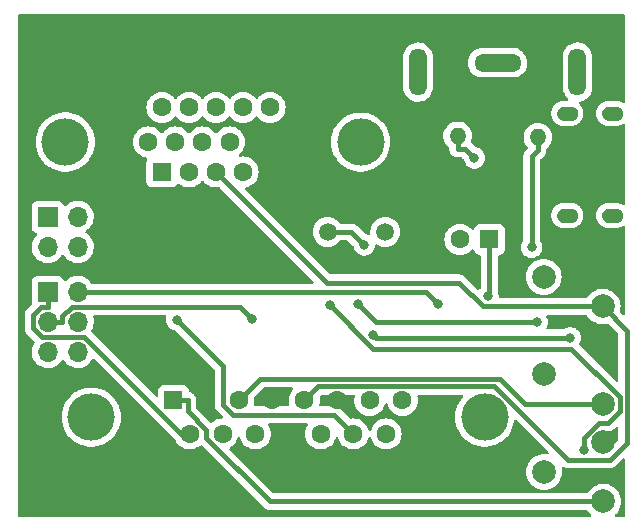
<source format=gbr>
%TF.GenerationSoftware,KiCad,Pcbnew,(6.0.6-0)*%
%TF.CreationDate,2022-10-23T01:51:17+09:00*%
%TF.ProjectId,Subaru,53756261-7275-42e6-9b69-6361645f7063,rev?*%
%TF.SameCoordinates,Original*%
%TF.FileFunction,Copper,L1,Top*%
%TF.FilePolarity,Positive*%
%FSLAX46Y46*%
G04 Gerber Fmt 4.6, Leading zero omitted, Abs format (unit mm)*
G04 Created by KiCad (PCBNEW (6.0.6-0)) date 2022-10-23 01:51:17*
%MOMM*%
%LPD*%
G01*
G04 APERTURE LIST*
%TA.AperFunction,EtchedComponent*%
%ADD10C,0.010000*%
%TD*%
%TA.AperFunction,ComponentPad*%
%ADD11C,2.000000*%
%TD*%
%TA.AperFunction,ComponentPad*%
%ADD12C,4.000000*%
%TD*%
%TA.AperFunction,ComponentPad*%
%ADD13R,1.600000X1.600000*%
%TD*%
%TA.AperFunction,ComponentPad*%
%ADD14C,1.600000*%
%TD*%
%TA.AperFunction,ComponentPad*%
%ADD15O,1.500000X4.000000*%
%TD*%
%TA.AperFunction,ComponentPad*%
%ADD16O,4.000000X1.500000*%
%TD*%
%TA.AperFunction,ComponentPad*%
%ADD17O,1.400000X1.400000*%
%TD*%
%TA.AperFunction,ComponentPad*%
%ADD18R,1.700000X1.700000*%
%TD*%
%TA.AperFunction,ComponentPad*%
%ADD19O,1.700000X1.700000*%
%TD*%
%TA.AperFunction,ComponentPad*%
%ADD20C,1.500000*%
%TD*%
%TA.AperFunction,ComponentPad*%
%ADD21O,1.600000X0.800000*%
%TD*%
%TA.AperFunction,ViaPad*%
%ADD22C,0.800000*%
%TD*%
%TA.AperFunction,Conductor*%
%ADD23C,0.400000*%
%TD*%
%TA.AperFunction,Conductor*%
%ADD24C,0.750000*%
%TD*%
G04 APERTURE END LIST*
%TO.C,J3*%
G36*
X149729000Y-79336000D02*
G01*
X149757000Y-79338000D01*
X149786000Y-79342000D01*
X149814000Y-79347000D01*
X149842000Y-79354000D01*
X149870000Y-79362000D01*
X149897000Y-79372000D01*
X149924000Y-79383000D01*
X149950000Y-79395000D01*
X149975000Y-79409000D01*
X150000000Y-79424000D01*
X150023000Y-79440000D01*
X150046000Y-79458000D01*
X150068000Y-79476000D01*
X150089000Y-79496000D01*
X150109000Y-79517000D01*
X150127000Y-79539000D01*
X150145000Y-79562000D01*
X150161000Y-79585000D01*
X150176000Y-79610000D01*
X150190000Y-79635000D01*
X150202000Y-79661000D01*
X150213000Y-79688000D01*
X150223000Y-79715000D01*
X150231000Y-79743000D01*
X150238000Y-79771000D01*
X150243000Y-79799000D01*
X150247000Y-79828000D01*
X150249000Y-79856000D01*
X150250000Y-79885000D01*
X150249000Y-79914000D01*
X150247000Y-79942000D01*
X150243000Y-79971000D01*
X150238000Y-79999000D01*
X150231000Y-80027000D01*
X150223000Y-80055000D01*
X150213000Y-80082000D01*
X150202000Y-80109000D01*
X150190000Y-80135000D01*
X150176000Y-80160000D01*
X150161000Y-80185000D01*
X150145000Y-80208000D01*
X150127000Y-80231000D01*
X150109000Y-80253000D01*
X150089000Y-80274000D01*
X150068000Y-80294000D01*
X150046000Y-80312000D01*
X150023000Y-80330000D01*
X150000000Y-80346000D01*
X149975000Y-80361000D01*
X149950000Y-80375000D01*
X149924000Y-80387000D01*
X149897000Y-80398000D01*
X149870000Y-80408000D01*
X149842000Y-80416000D01*
X149814000Y-80423000D01*
X149786000Y-80428000D01*
X149757000Y-80432000D01*
X149729000Y-80434000D01*
X149700000Y-80435000D01*
X149100000Y-80435000D01*
X149071000Y-80434000D01*
X149043000Y-80432000D01*
X149014000Y-80428000D01*
X148986000Y-80423000D01*
X148958000Y-80416000D01*
X148930000Y-80408000D01*
X148903000Y-80398000D01*
X148876000Y-80387000D01*
X148850000Y-80375000D01*
X148825000Y-80361000D01*
X148800000Y-80346000D01*
X148777000Y-80330000D01*
X148754000Y-80312000D01*
X148732000Y-80294000D01*
X148711000Y-80274000D01*
X148691000Y-80253000D01*
X148673000Y-80231000D01*
X148655000Y-80208000D01*
X148639000Y-80185000D01*
X148624000Y-80160000D01*
X148610000Y-80135000D01*
X148598000Y-80109000D01*
X148587000Y-80082000D01*
X148577000Y-80055000D01*
X148569000Y-80027000D01*
X148562000Y-79999000D01*
X148557000Y-79971000D01*
X148553000Y-79942000D01*
X148551000Y-79914000D01*
X148550000Y-79885000D01*
X148551000Y-79856000D01*
X148553000Y-79828000D01*
X148557000Y-79799000D01*
X148562000Y-79771000D01*
X148569000Y-79743000D01*
X148577000Y-79715000D01*
X148587000Y-79688000D01*
X148598000Y-79661000D01*
X148610000Y-79635000D01*
X148624000Y-79610000D01*
X148639000Y-79585000D01*
X148655000Y-79562000D01*
X148673000Y-79539000D01*
X148691000Y-79517000D01*
X148711000Y-79496000D01*
X148732000Y-79476000D01*
X148754000Y-79458000D01*
X148777000Y-79440000D01*
X148800000Y-79424000D01*
X148825000Y-79409000D01*
X148850000Y-79395000D01*
X148876000Y-79383000D01*
X148903000Y-79372000D01*
X148930000Y-79362000D01*
X148958000Y-79354000D01*
X148986000Y-79347000D01*
X149014000Y-79342000D01*
X149043000Y-79338000D01*
X149071000Y-79336000D01*
X149100000Y-79335000D01*
X149700000Y-79335000D01*
X149729000Y-79336000D01*
G37*
D10*
X149729000Y-79336000D02*
X149757000Y-79338000D01*
X149786000Y-79342000D01*
X149814000Y-79347000D01*
X149842000Y-79354000D01*
X149870000Y-79362000D01*
X149897000Y-79372000D01*
X149924000Y-79383000D01*
X149950000Y-79395000D01*
X149975000Y-79409000D01*
X150000000Y-79424000D01*
X150023000Y-79440000D01*
X150046000Y-79458000D01*
X150068000Y-79476000D01*
X150089000Y-79496000D01*
X150109000Y-79517000D01*
X150127000Y-79539000D01*
X150145000Y-79562000D01*
X150161000Y-79585000D01*
X150176000Y-79610000D01*
X150190000Y-79635000D01*
X150202000Y-79661000D01*
X150213000Y-79688000D01*
X150223000Y-79715000D01*
X150231000Y-79743000D01*
X150238000Y-79771000D01*
X150243000Y-79799000D01*
X150247000Y-79828000D01*
X150249000Y-79856000D01*
X150250000Y-79885000D01*
X150249000Y-79914000D01*
X150247000Y-79942000D01*
X150243000Y-79971000D01*
X150238000Y-79999000D01*
X150231000Y-80027000D01*
X150223000Y-80055000D01*
X150213000Y-80082000D01*
X150202000Y-80109000D01*
X150190000Y-80135000D01*
X150176000Y-80160000D01*
X150161000Y-80185000D01*
X150145000Y-80208000D01*
X150127000Y-80231000D01*
X150109000Y-80253000D01*
X150089000Y-80274000D01*
X150068000Y-80294000D01*
X150046000Y-80312000D01*
X150023000Y-80330000D01*
X150000000Y-80346000D01*
X149975000Y-80361000D01*
X149950000Y-80375000D01*
X149924000Y-80387000D01*
X149897000Y-80398000D01*
X149870000Y-80408000D01*
X149842000Y-80416000D01*
X149814000Y-80423000D01*
X149786000Y-80428000D01*
X149757000Y-80432000D01*
X149729000Y-80434000D01*
X149700000Y-80435000D01*
X149100000Y-80435000D01*
X149071000Y-80434000D01*
X149043000Y-80432000D01*
X149014000Y-80428000D01*
X148986000Y-80423000D01*
X148958000Y-80416000D01*
X148930000Y-80408000D01*
X148903000Y-80398000D01*
X148876000Y-80387000D01*
X148850000Y-80375000D01*
X148825000Y-80361000D01*
X148800000Y-80346000D01*
X148777000Y-80330000D01*
X148754000Y-80312000D01*
X148732000Y-80294000D01*
X148711000Y-80274000D01*
X148691000Y-80253000D01*
X148673000Y-80231000D01*
X148655000Y-80208000D01*
X148639000Y-80185000D01*
X148624000Y-80160000D01*
X148610000Y-80135000D01*
X148598000Y-80109000D01*
X148587000Y-80082000D01*
X148577000Y-80055000D01*
X148569000Y-80027000D01*
X148562000Y-79999000D01*
X148557000Y-79971000D01*
X148553000Y-79942000D01*
X148551000Y-79914000D01*
X148550000Y-79885000D01*
X148551000Y-79856000D01*
X148553000Y-79828000D01*
X148557000Y-79799000D01*
X148562000Y-79771000D01*
X148569000Y-79743000D01*
X148577000Y-79715000D01*
X148587000Y-79688000D01*
X148598000Y-79661000D01*
X148610000Y-79635000D01*
X148624000Y-79610000D01*
X148639000Y-79585000D01*
X148655000Y-79562000D01*
X148673000Y-79539000D01*
X148691000Y-79517000D01*
X148711000Y-79496000D01*
X148732000Y-79476000D01*
X148754000Y-79458000D01*
X148777000Y-79440000D01*
X148800000Y-79424000D01*
X148825000Y-79409000D01*
X148850000Y-79395000D01*
X148876000Y-79383000D01*
X148903000Y-79372000D01*
X148930000Y-79362000D01*
X148958000Y-79354000D01*
X148986000Y-79347000D01*
X149014000Y-79342000D01*
X149043000Y-79338000D01*
X149071000Y-79336000D01*
X149100000Y-79335000D01*
X149700000Y-79335000D01*
X149729000Y-79336000D01*
G36*
X149729000Y-70696000D02*
G01*
X149757000Y-70698000D01*
X149786000Y-70702000D01*
X149814000Y-70707000D01*
X149842000Y-70714000D01*
X149870000Y-70722000D01*
X149897000Y-70732000D01*
X149924000Y-70743000D01*
X149950000Y-70755000D01*
X149975000Y-70769000D01*
X150000000Y-70784000D01*
X150023000Y-70800000D01*
X150046000Y-70818000D01*
X150068000Y-70836000D01*
X150089000Y-70856000D01*
X150109000Y-70877000D01*
X150127000Y-70899000D01*
X150145000Y-70922000D01*
X150161000Y-70945000D01*
X150176000Y-70970000D01*
X150190000Y-70995000D01*
X150202000Y-71021000D01*
X150213000Y-71048000D01*
X150223000Y-71075000D01*
X150231000Y-71103000D01*
X150238000Y-71131000D01*
X150243000Y-71159000D01*
X150247000Y-71188000D01*
X150249000Y-71216000D01*
X150250000Y-71245000D01*
X150249000Y-71274000D01*
X150247000Y-71302000D01*
X150243000Y-71331000D01*
X150238000Y-71359000D01*
X150231000Y-71387000D01*
X150223000Y-71415000D01*
X150213000Y-71442000D01*
X150202000Y-71469000D01*
X150190000Y-71495000D01*
X150176000Y-71520000D01*
X150161000Y-71545000D01*
X150145000Y-71568000D01*
X150127000Y-71591000D01*
X150109000Y-71613000D01*
X150089000Y-71634000D01*
X150068000Y-71654000D01*
X150046000Y-71672000D01*
X150023000Y-71690000D01*
X150000000Y-71706000D01*
X149975000Y-71721000D01*
X149950000Y-71735000D01*
X149924000Y-71747000D01*
X149897000Y-71758000D01*
X149870000Y-71768000D01*
X149842000Y-71776000D01*
X149814000Y-71783000D01*
X149786000Y-71788000D01*
X149757000Y-71792000D01*
X149729000Y-71794000D01*
X149700000Y-71795000D01*
X149100000Y-71795000D01*
X149071000Y-71794000D01*
X149043000Y-71792000D01*
X149014000Y-71788000D01*
X148986000Y-71783000D01*
X148958000Y-71776000D01*
X148930000Y-71768000D01*
X148903000Y-71758000D01*
X148876000Y-71747000D01*
X148850000Y-71735000D01*
X148825000Y-71721000D01*
X148800000Y-71706000D01*
X148777000Y-71690000D01*
X148754000Y-71672000D01*
X148732000Y-71654000D01*
X148711000Y-71634000D01*
X148691000Y-71613000D01*
X148673000Y-71591000D01*
X148655000Y-71568000D01*
X148639000Y-71545000D01*
X148624000Y-71520000D01*
X148610000Y-71495000D01*
X148598000Y-71469000D01*
X148587000Y-71442000D01*
X148577000Y-71415000D01*
X148569000Y-71387000D01*
X148562000Y-71359000D01*
X148557000Y-71331000D01*
X148553000Y-71302000D01*
X148551000Y-71274000D01*
X148550000Y-71245000D01*
X148551000Y-71216000D01*
X148553000Y-71188000D01*
X148557000Y-71159000D01*
X148562000Y-71131000D01*
X148569000Y-71103000D01*
X148577000Y-71075000D01*
X148587000Y-71048000D01*
X148598000Y-71021000D01*
X148610000Y-70995000D01*
X148624000Y-70970000D01*
X148639000Y-70945000D01*
X148655000Y-70922000D01*
X148673000Y-70899000D01*
X148691000Y-70877000D01*
X148711000Y-70856000D01*
X148732000Y-70836000D01*
X148754000Y-70818000D01*
X148777000Y-70800000D01*
X148800000Y-70784000D01*
X148825000Y-70769000D01*
X148850000Y-70755000D01*
X148876000Y-70743000D01*
X148903000Y-70732000D01*
X148930000Y-70722000D01*
X148958000Y-70714000D01*
X148986000Y-70707000D01*
X149014000Y-70702000D01*
X149043000Y-70698000D01*
X149071000Y-70696000D01*
X149100000Y-70695000D01*
X149700000Y-70695000D01*
X149729000Y-70696000D01*
G37*
X149729000Y-70696000D02*
X149757000Y-70698000D01*
X149786000Y-70702000D01*
X149814000Y-70707000D01*
X149842000Y-70714000D01*
X149870000Y-70722000D01*
X149897000Y-70732000D01*
X149924000Y-70743000D01*
X149950000Y-70755000D01*
X149975000Y-70769000D01*
X150000000Y-70784000D01*
X150023000Y-70800000D01*
X150046000Y-70818000D01*
X150068000Y-70836000D01*
X150089000Y-70856000D01*
X150109000Y-70877000D01*
X150127000Y-70899000D01*
X150145000Y-70922000D01*
X150161000Y-70945000D01*
X150176000Y-70970000D01*
X150190000Y-70995000D01*
X150202000Y-71021000D01*
X150213000Y-71048000D01*
X150223000Y-71075000D01*
X150231000Y-71103000D01*
X150238000Y-71131000D01*
X150243000Y-71159000D01*
X150247000Y-71188000D01*
X150249000Y-71216000D01*
X150250000Y-71245000D01*
X150249000Y-71274000D01*
X150247000Y-71302000D01*
X150243000Y-71331000D01*
X150238000Y-71359000D01*
X150231000Y-71387000D01*
X150223000Y-71415000D01*
X150213000Y-71442000D01*
X150202000Y-71469000D01*
X150190000Y-71495000D01*
X150176000Y-71520000D01*
X150161000Y-71545000D01*
X150145000Y-71568000D01*
X150127000Y-71591000D01*
X150109000Y-71613000D01*
X150089000Y-71634000D01*
X150068000Y-71654000D01*
X150046000Y-71672000D01*
X150023000Y-71690000D01*
X150000000Y-71706000D01*
X149975000Y-71721000D01*
X149950000Y-71735000D01*
X149924000Y-71747000D01*
X149897000Y-71758000D01*
X149870000Y-71768000D01*
X149842000Y-71776000D01*
X149814000Y-71783000D01*
X149786000Y-71788000D01*
X149757000Y-71792000D01*
X149729000Y-71794000D01*
X149700000Y-71795000D01*
X149100000Y-71795000D01*
X149071000Y-71794000D01*
X149043000Y-71792000D01*
X149014000Y-71788000D01*
X148986000Y-71783000D01*
X148958000Y-71776000D01*
X148930000Y-71768000D01*
X148903000Y-71758000D01*
X148876000Y-71747000D01*
X148850000Y-71735000D01*
X148825000Y-71721000D01*
X148800000Y-71706000D01*
X148777000Y-71690000D01*
X148754000Y-71672000D01*
X148732000Y-71654000D01*
X148711000Y-71634000D01*
X148691000Y-71613000D01*
X148673000Y-71591000D01*
X148655000Y-71568000D01*
X148639000Y-71545000D01*
X148624000Y-71520000D01*
X148610000Y-71495000D01*
X148598000Y-71469000D01*
X148587000Y-71442000D01*
X148577000Y-71415000D01*
X148569000Y-71387000D01*
X148562000Y-71359000D01*
X148557000Y-71331000D01*
X148553000Y-71302000D01*
X148551000Y-71274000D01*
X148550000Y-71245000D01*
X148551000Y-71216000D01*
X148553000Y-71188000D01*
X148557000Y-71159000D01*
X148562000Y-71131000D01*
X148569000Y-71103000D01*
X148577000Y-71075000D01*
X148587000Y-71048000D01*
X148598000Y-71021000D01*
X148610000Y-70995000D01*
X148624000Y-70970000D01*
X148639000Y-70945000D01*
X148655000Y-70922000D01*
X148673000Y-70899000D01*
X148691000Y-70877000D01*
X148711000Y-70856000D01*
X148732000Y-70836000D01*
X148754000Y-70818000D01*
X148777000Y-70800000D01*
X148800000Y-70784000D01*
X148825000Y-70769000D01*
X148850000Y-70755000D01*
X148876000Y-70743000D01*
X148903000Y-70732000D01*
X148930000Y-70722000D01*
X148958000Y-70714000D01*
X148986000Y-70707000D01*
X149014000Y-70702000D01*
X149043000Y-70698000D01*
X149071000Y-70696000D01*
X149100000Y-70695000D01*
X149700000Y-70695000D01*
X149729000Y-70696000D01*
G36*
X153529000Y-79336000D02*
G01*
X153557000Y-79338000D01*
X153586000Y-79342000D01*
X153614000Y-79347000D01*
X153642000Y-79354000D01*
X153670000Y-79362000D01*
X153697000Y-79372000D01*
X153724000Y-79383000D01*
X153750000Y-79395000D01*
X153775000Y-79409000D01*
X153800000Y-79424000D01*
X153823000Y-79440000D01*
X153846000Y-79458000D01*
X153868000Y-79476000D01*
X153889000Y-79496000D01*
X153909000Y-79517000D01*
X153927000Y-79539000D01*
X153945000Y-79562000D01*
X153961000Y-79585000D01*
X153976000Y-79610000D01*
X153990000Y-79635000D01*
X154002000Y-79661000D01*
X154013000Y-79688000D01*
X154023000Y-79715000D01*
X154031000Y-79743000D01*
X154038000Y-79771000D01*
X154043000Y-79799000D01*
X154047000Y-79828000D01*
X154049000Y-79856000D01*
X154050000Y-79885000D01*
X154049000Y-79914000D01*
X154047000Y-79942000D01*
X154043000Y-79971000D01*
X154038000Y-79999000D01*
X154031000Y-80027000D01*
X154023000Y-80055000D01*
X154013000Y-80082000D01*
X154002000Y-80109000D01*
X153990000Y-80135000D01*
X153976000Y-80160000D01*
X153961000Y-80185000D01*
X153945000Y-80208000D01*
X153927000Y-80231000D01*
X153909000Y-80253000D01*
X153889000Y-80274000D01*
X153868000Y-80294000D01*
X153846000Y-80312000D01*
X153823000Y-80330000D01*
X153800000Y-80346000D01*
X153775000Y-80361000D01*
X153750000Y-80375000D01*
X153724000Y-80387000D01*
X153697000Y-80398000D01*
X153670000Y-80408000D01*
X153642000Y-80416000D01*
X153614000Y-80423000D01*
X153586000Y-80428000D01*
X153557000Y-80432000D01*
X153529000Y-80434000D01*
X153500000Y-80435000D01*
X152900000Y-80435000D01*
X152871000Y-80434000D01*
X152843000Y-80432000D01*
X152814000Y-80428000D01*
X152786000Y-80423000D01*
X152758000Y-80416000D01*
X152730000Y-80408000D01*
X152703000Y-80398000D01*
X152676000Y-80387000D01*
X152650000Y-80375000D01*
X152625000Y-80361000D01*
X152600000Y-80346000D01*
X152577000Y-80330000D01*
X152554000Y-80312000D01*
X152532000Y-80294000D01*
X152511000Y-80274000D01*
X152491000Y-80253000D01*
X152473000Y-80231000D01*
X152455000Y-80208000D01*
X152439000Y-80185000D01*
X152424000Y-80160000D01*
X152410000Y-80135000D01*
X152398000Y-80109000D01*
X152387000Y-80082000D01*
X152377000Y-80055000D01*
X152369000Y-80027000D01*
X152362000Y-79999000D01*
X152357000Y-79971000D01*
X152353000Y-79942000D01*
X152351000Y-79914000D01*
X152350000Y-79885000D01*
X152351000Y-79856000D01*
X152353000Y-79828000D01*
X152357000Y-79799000D01*
X152362000Y-79771000D01*
X152369000Y-79743000D01*
X152377000Y-79715000D01*
X152387000Y-79688000D01*
X152398000Y-79661000D01*
X152410000Y-79635000D01*
X152424000Y-79610000D01*
X152439000Y-79585000D01*
X152455000Y-79562000D01*
X152473000Y-79539000D01*
X152491000Y-79517000D01*
X152511000Y-79496000D01*
X152532000Y-79476000D01*
X152554000Y-79458000D01*
X152577000Y-79440000D01*
X152600000Y-79424000D01*
X152625000Y-79409000D01*
X152650000Y-79395000D01*
X152676000Y-79383000D01*
X152703000Y-79372000D01*
X152730000Y-79362000D01*
X152758000Y-79354000D01*
X152786000Y-79347000D01*
X152814000Y-79342000D01*
X152843000Y-79338000D01*
X152871000Y-79336000D01*
X152900000Y-79335000D01*
X153500000Y-79335000D01*
X153529000Y-79336000D01*
G37*
X153529000Y-79336000D02*
X153557000Y-79338000D01*
X153586000Y-79342000D01*
X153614000Y-79347000D01*
X153642000Y-79354000D01*
X153670000Y-79362000D01*
X153697000Y-79372000D01*
X153724000Y-79383000D01*
X153750000Y-79395000D01*
X153775000Y-79409000D01*
X153800000Y-79424000D01*
X153823000Y-79440000D01*
X153846000Y-79458000D01*
X153868000Y-79476000D01*
X153889000Y-79496000D01*
X153909000Y-79517000D01*
X153927000Y-79539000D01*
X153945000Y-79562000D01*
X153961000Y-79585000D01*
X153976000Y-79610000D01*
X153990000Y-79635000D01*
X154002000Y-79661000D01*
X154013000Y-79688000D01*
X154023000Y-79715000D01*
X154031000Y-79743000D01*
X154038000Y-79771000D01*
X154043000Y-79799000D01*
X154047000Y-79828000D01*
X154049000Y-79856000D01*
X154050000Y-79885000D01*
X154049000Y-79914000D01*
X154047000Y-79942000D01*
X154043000Y-79971000D01*
X154038000Y-79999000D01*
X154031000Y-80027000D01*
X154023000Y-80055000D01*
X154013000Y-80082000D01*
X154002000Y-80109000D01*
X153990000Y-80135000D01*
X153976000Y-80160000D01*
X153961000Y-80185000D01*
X153945000Y-80208000D01*
X153927000Y-80231000D01*
X153909000Y-80253000D01*
X153889000Y-80274000D01*
X153868000Y-80294000D01*
X153846000Y-80312000D01*
X153823000Y-80330000D01*
X153800000Y-80346000D01*
X153775000Y-80361000D01*
X153750000Y-80375000D01*
X153724000Y-80387000D01*
X153697000Y-80398000D01*
X153670000Y-80408000D01*
X153642000Y-80416000D01*
X153614000Y-80423000D01*
X153586000Y-80428000D01*
X153557000Y-80432000D01*
X153529000Y-80434000D01*
X153500000Y-80435000D01*
X152900000Y-80435000D01*
X152871000Y-80434000D01*
X152843000Y-80432000D01*
X152814000Y-80428000D01*
X152786000Y-80423000D01*
X152758000Y-80416000D01*
X152730000Y-80408000D01*
X152703000Y-80398000D01*
X152676000Y-80387000D01*
X152650000Y-80375000D01*
X152625000Y-80361000D01*
X152600000Y-80346000D01*
X152577000Y-80330000D01*
X152554000Y-80312000D01*
X152532000Y-80294000D01*
X152511000Y-80274000D01*
X152491000Y-80253000D01*
X152473000Y-80231000D01*
X152455000Y-80208000D01*
X152439000Y-80185000D01*
X152424000Y-80160000D01*
X152410000Y-80135000D01*
X152398000Y-80109000D01*
X152387000Y-80082000D01*
X152377000Y-80055000D01*
X152369000Y-80027000D01*
X152362000Y-79999000D01*
X152357000Y-79971000D01*
X152353000Y-79942000D01*
X152351000Y-79914000D01*
X152350000Y-79885000D01*
X152351000Y-79856000D01*
X152353000Y-79828000D01*
X152357000Y-79799000D01*
X152362000Y-79771000D01*
X152369000Y-79743000D01*
X152377000Y-79715000D01*
X152387000Y-79688000D01*
X152398000Y-79661000D01*
X152410000Y-79635000D01*
X152424000Y-79610000D01*
X152439000Y-79585000D01*
X152455000Y-79562000D01*
X152473000Y-79539000D01*
X152491000Y-79517000D01*
X152511000Y-79496000D01*
X152532000Y-79476000D01*
X152554000Y-79458000D01*
X152577000Y-79440000D01*
X152600000Y-79424000D01*
X152625000Y-79409000D01*
X152650000Y-79395000D01*
X152676000Y-79383000D01*
X152703000Y-79372000D01*
X152730000Y-79362000D01*
X152758000Y-79354000D01*
X152786000Y-79347000D01*
X152814000Y-79342000D01*
X152843000Y-79338000D01*
X152871000Y-79336000D01*
X152900000Y-79335000D01*
X153500000Y-79335000D01*
X153529000Y-79336000D01*
G36*
X153529000Y-70696000D02*
G01*
X153557000Y-70698000D01*
X153586000Y-70702000D01*
X153614000Y-70707000D01*
X153642000Y-70714000D01*
X153670000Y-70722000D01*
X153697000Y-70732000D01*
X153724000Y-70743000D01*
X153750000Y-70755000D01*
X153775000Y-70769000D01*
X153800000Y-70784000D01*
X153823000Y-70800000D01*
X153846000Y-70818000D01*
X153868000Y-70836000D01*
X153889000Y-70856000D01*
X153909000Y-70877000D01*
X153927000Y-70899000D01*
X153945000Y-70922000D01*
X153961000Y-70945000D01*
X153976000Y-70970000D01*
X153990000Y-70995000D01*
X154002000Y-71021000D01*
X154013000Y-71048000D01*
X154023000Y-71075000D01*
X154031000Y-71103000D01*
X154038000Y-71131000D01*
X154043000Y-71159000D01*
X154047000Y-71188000D01*
X154049000Y-71216000D01*
X154050000Y-71245000D01*
X154049000Y-71274000D01*
X154047000Y-71302000D01*
X154043000Y-71331000D01*
X154038000Y-71359000D01*
X154031000Y-71387000D01*
X154023000Y-71415000D01*
X154013000Y-71442000D01*
X154002000Y-71469000D01*
X153990000Y-71495000D01*
X153976000Y-71520000D01*
X153961000Y-71545000D01*
X153945000Y-71568000D01*
X153927000Y-71591000D01*
X153909000Y-71613000D01*
X153889000Y-71634000D01*
X153868000Y-71654000D01*
X153846000Y-71672000D01*
X153823000Y-71690000D01*
X153800000Y-71706000D01*
X153775000Y-71721000D01*
X153750000Y-71735000D01*
X153724000Y-71747000D01*
X153697000Y-71758000D01*
X153670000Y-71768000D01*
X153642000Y-71776000D01*
X153614000Y-71783000D01*
X153586000Y-71788000D01*
X153557000Y-71792000D01*
X153529000Y-71794000D01*
X153500000Y-71795000D01*
X152900000Y-71795000D01*
X152871000Y-71794000D01*
X152843000Y-71792000D01*
X152814000Y-71788000D01*
X152786000Y-71783000D01*
X152758000Y-71776000D01*
X152730000Y-71768000D01*
X152703000Y-71758000D01*
X152676000Y-71747000D01*
X152650000Y-71735000D01*
X152625000Y-71721000D01*
X152600000Y-71706000D01*
X152577000Y-71690000D01*
X152554000Y-71672000D01*
X152532000Y-71654000D01*
X152511000Y-71634000D01*
X152491000Y-71613000D01*
X152473000Y-71591000D01*
X152455000Y-71568000D01*
X152439000Y-71545000D01*
X152424000Y-71520000D01*
X152410000Y-71495000D01*
X152398000Y-71469000D01*
X152387000Y-71442000D01*
X152377000Y-71415000D01*
X152369000Y-71387000D01*
X152362000Y-71359000D01*
X152357000Y-71331000D01*
X152353000Y-71302000D01*
X152351000Y-71274000D01*
X152350000Y-71245000D01*
X152351000Y-71216000D01*
X152353000Y-71188000D01*
X152357000Y-71159000D01*
X152362000Y-71131000D01*
X152369000Y-71103000D01*
X152377000Y-71075000D01*
X152387000Y-71048000D01*
X152398000Y-71021000D01*
X152410000Y-70995000D01*
X152424000Y-70970000D01*
X152439000Y-70945000D01*
X152455000Y-70922000D01*
X152473000Y-70899000D01*
X152491000Y-70877000D01*
X152511000Y-70856000D01*
X152532000Y-70836000D01*
X152554000Y-70818000D01*
X152577000Y-70800000D01*
X152600000Y-70784000D01*
X152625000Y-70769000D01*
X152650000Y-70755000D01*
X152676000Y-70743000D01*
X152703000Y-70732000D01*
X152730000Y-70722000D01*
X152758000Y-70714000D01*
X152786000Y-70707000D01*
X152814000Y-70702000D01*
X152843000Y-70698000D01*
X152871000Y-70696000D01*
X152900000Y-70695000D01*
X153500000Y-70695000D01*
X153529000Y-70696000D01*
G37*
X153529000Y-70696000D02*
X153557000Y-70698000D01*
X153586000Y-70702000D01*
X153614000Y-70707000D01*
X153642000Y-70714000D01*
X153670000Y-70722000D01*
X153697000Y-70732000D01*
X153724000Y-70743000D01*
X153750000Y-70755000D01*
X153775000Y-70769000D01*
X153800000Y-70784000D01*
X153823000Y-70800000D01*
X153846000Y-70818000D01*
X153868000Y-70836000D01*
X153889000Y-70856000D01*
X153909000Y-70877000D01*
X153927000Y-70899000D01*
X153945000Y-70922000D01*
X153961000Y-70945000D01*
X153976000Y-70970000D01*
X153990000Y-70995000D01*
X154002000Y-71021000D01*
X154013000Y-71048000D01*
X154023000Y-71075000D01*
X154031000Y-71103000D01*
X154038000Y-71131000D01*
X154043000Y-71159000D01*
X154047000Y-71188000D01*
X154049000Y-71216000D01*
X154050000Y-71245000D01*
X154049000Y-71274000D01*
X154047000Y-71302000D01*
X154043000Y-71331000D01*
X154038000Y-71359000D01*
X154031000Y-71387000D01*
X154023000Y-71415000D01*
X154013000Y-71442000D01*
X154002000Y-71469000D01*
X153990000Y-71495000D01*
X153976000Y-71520000D01*
X153961000Y-71545000D01*
X153945000Y-71568000D01*
X153927000Y-71591000D01*
X153909000Y-71613000D01*
X153889000Y-71634000D01*
X153868000Y-71654000D01*
X153846000Y-71672000D01*
X153823000Y-71690000D01*
X153800000Y-71706000D01*
X153775000Y-71721000D01*
X153750000Y-71735000D01*
X153724000Y-71747000D01*
X153697000Y-71758000D01*
X153670000Y-71768000D01*
X153642000Y-71776000D01*
X153614000Y-71783000D01*
X153586000Y-71788000D01*
X153557000Y-71792000D01*
X153529000Y-71794000D01*
X153500000Y-71795000D01*
X152900000Y-71795000D01*
X152871000Y-71794000D01*
X152843000Y-71792000D01*
X152814000Y-71788000D01*
X152786000Y-71783000D01*
X152758000Y-71776000D01*
X152730000Y-71768000D01*
X152703000Y-71758000D01*
X152676000Y-71747000D01*
X152650000Y-71735000D01*
X152625000Y-71721000D01*
X152600000Y-71706000D01*
X152577000Y-71690000D01*
X152554000Y-71672000D01*
X152532000Y-71654000D01*
X152511000Y-71634000D01*
X152491000Y-71613000D01*
X152473000Y-71591000D01*
X152455000Y-71568000D01*
X152439000Y-71545000D01*
X152424000Y-71520000D01*
X152410000Y-71495000D01*
X152398000Y-71469000D01*
X152387000Y-71442000D01*
X152377000Y-71415000D01*
X152369000Y-71387000D01*
X152362000Y-71359000D01*
X152357000Y-71331000D01*
X152353000Y-71302000D01*
X152351000Y-71274000D01*
X152350000Y-71245000D01*
X152351000Y-71216000D01*
X152353000Y-71188000D01*
X152357000Y-71159000D01*
X152362000Y-71131000D01*
X152369000Y-71103000D01*
X152377000Y-71075000D01*
X152387000Y-71048000D01*
X152398000Y-71021000D01*
X152410000Y-70995000D01*
X152424000Y-70970000D01*
X152439000Y-70945000D01*
X152455000Y-70922000D01*
X152473000Y-70899000D01*
X152491000Y-70877000D01*
X152511000Y-70856000D01*
X152532000Y-70836000D01*
X152554000Y-70818000D01*
X152577000Y-70800000D01*
X152600000Y-70784000D01*
X152625000Y-70769000D01*
X152650000Y-70755000D01*
X152676000Y-70743000D01*
X152703000Y-70732000D01*
X152730000Y-70722000D01*
X152758000Y-70714000D01*
X152786000Y-70707000D01*
X152814000Y-70702000D01*
X152843000Y-70698000D01*
X152871000Y-70696000D01*
X152900000Y-70695000D01*
X153500000Y-70695000D01*
X153529000Y-70696000D01*
%TD*%
D11*
%TO.P,RV2,1,1*%
%TO.N,/G*%
X152400000Y-95845000D03*
%TO.P,RV2,2,2*%
%TO.N,Net-(C2-Pad2)*%
X147400000Y-93345000D03*
%TO.P,RV2,3,3*%
%TO.N,GND*%
X152400000Y-90845000D03*
%TD*%
D12*
%TO.P,J7,0*%
%TO.N,N/C*%
X106895000Y-73660000D03*
X131895000Y-73660000D03*
D13*
%TO.P,J7,1*%
%TO.N,/R*%
X115080000Y-76200000D03*
D14*
%TO.P,J7,2*%
%TO.N,/G*%
X117370000Y-76200000D03*
%TO.P,J7,3*%
%TO.N,/B*%
X119660000Y-76200000D03*
%TO.P,J7,4*%
%TO.N,unconnected-(J7-Pad4)*%
X121950000Y-76200000D03*
%TO.P,J7,5*%
%TO.N,GND*%
X124240000Y-76200000D03*
%TO.P,J7,6*%
%TO.N,unconnected-(J7-Pad6)*%
X113935000Y-73660000D03*
%TO.P,J7,7*%
%TO.N,unconnected-(J7-Pad7)*%
X116225000Y-73660000D03*
%TO.P,J7,8*%
%TO.N,unconnected-(J7-Pad8)*%
X118515000Y-73660000D03*
%TO.P,J7,9*%
%TO.N,unconnected-(J7-Pad9)*%
X120805000Y-73660000D03*
%TO.P,J7,10*%
%TO.N,GND*%
X123095000Y-73660000D03*
%TO.P,J7,11*%
%TO.N,unconnected-(J7-Pad11)*%
X115080000Y-70739000D03*
%TO.P,J7,12*%
%TO.N,unconnected-(J7-Pad12)*%
X117370000Y-70739000D03*
%TO.P,J7,13*%
%TO.N,/SYNC*%
X119660000Y-70739000D03*
%TO.P,J7,14*%
%TO.N,/VSYNC*%
X121950000Y-70739000D03*
%TO.P,J7,15*%
%TO.N,unconnected-(J7-Pad15)*%
X124240000Y-70739000D03*
%TD*%
D11*
%TO.P,RV3,1,1*%
%TO.N,/B*%
X152400000Y-87590000D03*
%TO.P,RV3,2,2*%
%TO.N,Net-(C3-Pad2)*%
X147400000Y-85090000D03*
%TO.P,RV3,3,3*%
%TO.N,GND*%
X152400000Y-82590000D03*
%TD*%
D15*
%TO.P,J5,*%
%TO.N,*%
X150260000Y-67744700D03*
X136760000Y-67744700D03*
D16*
X143510000Y-66944700D03*
D17*
%TO.P,J5,1*%
%TO.N,GND*%
X140110000Y-70744700D03*
%TO.P,J5,2*%
X146910000Y-70744700D03*
%TO.P,J5,3*%
%TO.N,/S_Y*%
X140110000Y-73144700D03*
%TO.P,J5,4*%
%TO.N,/S_C*%
X146910000Y-73244700D03*
%TD*%
D18*
%TO.P,J2,1,Pin_1*%
%TO.N,/CSYNC*%
X105410000Y-86360000D03*
D19*
%TO.P,J2,2,Pin_2*%
%TO.N,/CSin*%
X107950000Y-86360000D03*
%TO.P,J2,3,Pin_3*%
%TO.N,/HVSYNC*%
X105410000Y-88900000D03*
%TO.P,J2,4,Pin_4*%
%TO.N,/CSin*%
X107950000Y-88900000D03*
%TO.P,J2,5,Pin_5*%
%TO.N,/FM_CSYNC*%
X105410000Y-91440000D03*
%TO.P,J2,6,Pin_6*%
%TO.N,/CSin*%
X107950000Y-91440000D03*
%TD*%
D13*
%TO.P,C8,1*%
%TO.N,Net-(C8-Pad1)*%
X142810100Y-81915000D03*
D14*
%TO.P,C8,2*%
%TO.N,Net-(C8-Pad2)*%
X140310100Y-81915000D03*
%TD*%
D18*
%TO.P,J4,1,Pin_1*%
%TO.N,/HSYNC*%
X105405000Y-80005000D03*
D19*
%TO.P,J4,2,Pin_2*%
%TO.N,/SYNC*%
X107945000Y-80005000D03*
%TO.P,J4,3,Pin_3*%
%TO.N,/CSin*%
X105405000Y-82545000D03*
%TO.P,J4,4,Pin_4*%
%TO.N,/SYNC*%
X107945000Y-82545000D03*
%TD*%
D20*
%TO.P,Y1,1,1*%
%TO.N,Net-(C4-Pad1)*%
X133985000Y-81280000D03*
%TO.P,Y1,2,2*%
%TO.N,/SCin*%
X129105000Y-81280000D03*
%TD*%
D12*
%TO.P,J1,0*%
%TO.N,N/C*%
X109100000Y-96959700D03*
X142400000Y-96959700D03*
D13*
%TO.P,J1,1,1*%
%TO.N,/R*%
X116055000Y-95539700D03*
D14*
%TO.P,J1,2,2*%
%TO.N,GND*%
X118825000Y-95539700D03*
%TO.P,J1,3,3*%
%TO.N,/G*%
X121595000Y-95539700D03*
%TO.P,J1,4,4*%
%TO.N,GND*%
X124365000Y-95539700D03*
%TO.P,J1,5,5*%
%TO.N,/B*%
X127135000Y-95539700D03*
%TO.P,J1,6,6*%
%TO.N,GND*%
X129905000Y-95539700D03*
%TO.P,J1,7,7*%
%TO.N,/FM_CSYNC*%
X132675000Y-95539700D03*
%TO.P,J1,8,8*%
%TO.N,unconnected-(J1-Pad8)*%
X135445000Y-95539700D03*
%TO.P,J1,9,P9*%
%TO.N,/CSYNC*%
X117440000Y-98379700D03*
%TO.P,J1,10,P10*%
%TO.N,unconnected-(J1-Pad10)*%
X120210000Y-98379700D03*
%TO.P,J1,11,P111*%
%TO.N,unconnected-(J1-Pad11)*%
X122980000Y-98379700D03*
%TO.P,J1,12,P12*%
%TO.N,GND*%
X125750000Y-98379700D03*
%TO.P,J1,13,P13*%
%TO.N,unconnected-(J1-Pad13)*%
X128520000Y-98379700D03*
%TO.P,J1,14,P14*%
%TO.N,/HSYNC*%
X131290000Y-98379700D03*
%TO.P,J1,15,P15*%
%TO.N,/VSYNC*%
X134060000Y-98379700D03*
%TD*%
D11*
%TO.P,RV1,1,1*%
%TO.N,/R*%
X152440000Y-104100000D03*
%TO.P,RV1,2,2*%
%TO.N,Net-(C1-Pad2)*%
X147440000Y-101600000D03*
%TO.P,RV1,3,3*%
%TO.N,GND*%
X152440000Y-99100000D03*
%TD*%
D21*
%TO.P,J3,S1*%
%TO.N,N/C*%
X149400000Y-71245000D03*
%TO.P,J3,S2*%
X149400000Y-79885000D03*
%TO.P,J3,S3*%
X153200000Y-71245000D03*
%TO.P,J3,S4*%
X153200000Y-79885000D03*
%TD*%
D22*
%TO.N,/Rin*%
X150816200Y-99751600D03*
X129281500Y-87461200D03*
%TO.N,/Gin*%
X132992100Y-90017400D03*
X149639500Y-90239000D03*
%TO.N,/Bin*%
X131714800Y-87402600D03*
X146841300Y-88922000D03*
%TO.N,/SCin*%
X132211400Y-82369100D03*
%TO.N,Net-(C8-Pad1)*%
X142669400Y-86685900D03*
%TO.N,/HSYNC*%
X116321500Y-88696100D03*
%TO.N,/CSin*%
X138459300Y-87372100D03*
%TO.N,/HVSYNC*%
X122707300Y-88622400D03*
%TO.N,/S_Y*%
X141533800Y-75003700D03*
%TO.N,/S_C*%
X146389000Y-82564200D03*
%TD*%
D23*
%TO.N,/Rin*%
X132971200Y-91150900D02*
X149729700Y-91150900D01*
X150816300Y-98710100D02*
X150816300Y-99751600D01*
X153838000Y-95259200D02*
X153838000Y-96444400D01*
X149729700Y-91150900D02*
X153838000Y-95259200D01*
X153838000Y-96444400D02*
X152829900Y-97452500D01*
X129281500Y-87461200D02*
X132971200Y-91150900D01*
X150816300Y-99751600D02*
X150816200Y-99751600D01*
X152073900Y-97452500D02*
X150816300Y-98710100D01*
X152829900Y-97452500D02*
X152073900Y-97452500D01*
%TO.N,/Gin*%
X133213700Y-90239000D02*
X149639500Y-90239000D01*
X132992100Y-90017400D02*
X133213700Y-90239000D01*
%TO.N,/Bin*%
X146841300Y-88922000D02*
X133234200Y-88922000D01*
X133234200Y-88922000D02*
X131714800Y-87402600D01*
D24*
%TO.N,GND*%
X128300300Y-70744700D02*
X124240000Y-74805000D01*
X140110000Y-70744700D02*
X128300300Y-70744700D01*
X124240000Y-74805000D02*
X123095000Y-73660000D01*
X146910000Y-70744700D02*
X140110000Y-70744700D01*
X124240000Y-76200000D02*
X124240000Y-74805000D01*
D23*
%TO.N,/SCin*%
X129105000Y-81280000D02*
X131122300Y-81280000D01*
X131122300Y-81280000D02*
X132211400Y-82369100D01*
%TO.N,Net-(C8-Pad1)*%
X142810100Y-86545200D02*
X142810100Y-81915000D01*
X142669400Y-86685900D02*
X142810100Y-86545200D01*
%TO.N,/R*%
X116055000Y-95539700D02*
X117255300Y-95539700D01*
X118825000Y-98716300D02*
X124208700Y-104100000D01*
X124208700Y-104100000D02*
X152440000Y-104100000D01*
X117255300Y-95539700D02*
X117255300Y-96474700D01*
X117255300Y-96474700D02*
X118825000Y-98044400D01*
X118825000Y-98044400D02*
X118825000Y-98716300D01*
%TO.N,/G*%
X123406800Y-93727900D02*
X143689900Y-93727900D01*
X121595000Y-95539700D02*
X123406800Y-93727900D01*
X145807000Y-95845000D02*
X152400000Y-95845000D01*
X143689900Y-93727900D02*
X145807000Y-95845000D01*
%TO.N,/B*%
X154438400Y-89628400D02*
X152400000Y-87590000D01*
X129040900Y-85580900D02*
X119660000Y-76200000D01*
X154438400Y-99133900D02*
X154438400Y-89628400D01*
X149446700Y-100554600D02*
X153017700Y-100554600D01*
X128335400Y-94339300D02*
X143231400Y-94339300D01*
X127135000Y-95539700D02*
X128335400Y-94339300D01*
X152400000Y-87590000D02*
X142222800Y-87590000D01*
X142222800Y-87590000D02*
X140213700Y-85580900D01*
X153017700Y-100554600D02*
X154438400Y-99133900D01*
X143231400Y-94339300D02*
X149446700Y-100554600D01*
X140213700Y-85580900D02*
X129040900Y-85580900D01*
%TO.N,/CSYNC*%
X104159700Y-88313500D02*
X104862900Y-87610300D01*
X104159700Y-89424200D02*
X104159700Y-88313500D01*
X108503300Y-90170000D02*
X104905500Y-90170000D01*
X105410000Y-86360000D02*
X105410000Y-87610300D01*
X116713000Y-98379700D02*
X108503300Y-90170000D01*
X104905500Y-90170000D02*
X104159700Y-89424200D01*
X117440000Y-98379700D02*
X116713000Y-98379700D01*
X104862900Y-87610300D02*
X105410000Y-87610300D01*
%TO.N,/HSYNC*%
X129650400Y-96740100D02*
X121095600Y-96740100D01*
X131290000Y-98379700D02*
X129650400Y-96740100D01*
X121095600Y-96740100D02*
X120268100Y-95912600D01*
X120268100Y-92642700D02*
X116321500Y-88696100D01*
X120268100Y-95912600D02*
X120268100Y-92642700D01*
%TO.N,/CSin*%
X109200300Y-86360000D02*
X137447200Y-86360000D01*
X107950000Y-86360000D02*
X109200300Y-86360000D01*
X137447200Y-86360000D02*
X138459300Y-87372100D01*
%TO.N,/HVSYNC*%
X122707300Y-88622400D02*
X121695300Y-87610400D01*
X121695300Y-87610400D02*
X107431800Y-87610400D01*
X105410000Y-88900000D02*
X106660300Y-88900000D01*
X106660300Y-88381900D02*
X106660300Y-88900000D01*
X107431800Y-87610400D02*
X106660300Y-88381900D01*
%TO.N,/S_Y*%
X140110000Y-73144700D02*
X140110000Y-74245000D01*
X141533800Y-75003700D02*
X140775100Y-74245000D01*
X140775100Y-74245000D02*
X140110000Y-74245000D01*
%TO.N,/S_C*%
X146910000Y-73244700D02*
X146910000Y-74345000D01*
X146389000Y-82564200D02*
X146389000Y-74866000D01*
X146389000Y-74866000D02*
X146910000Y-74345000D01*
%TD*%
%TA.AperFunction,Conductor*%
%TO.N,GND*%
G36*
X131356060Y-95067802D02*
G01*
X131402553Y-95121458D01*
X131412657Y-95191732D01*
X131409646Y-95206411D01*
X131385023Y-95298306D01*
X131381457Y-95311613D01*
X131361502Y-95539700D01*
X131381457Y-95767787D01*
X131382881Y-95773100D01*
X131382881Y-95773102D01*
X131413662Y-95887975D01*
X131440716Y-95988943D01*
X131443039Y-95993924D01*
X131443039Y-95993925D01*
X131535151Y-96191462D01*
X131535154Y-96191467D01*
X131537477Y-96196449D01*
X131586665Y-96266697D01*
X131664825Y-96378320D01*
X131668802Y-96384000D01*
X131830700Y-96545898D01*
X131835208Y-96549055D01*
X131835211Y-96549057D01*
X131842015Y-96553821D01*
X132018251Y-96677223D01*
X132023233Y-96679546D01*
X132023238Y-96679549D01*
X132214200Y-96768595D01*
X132225757Y-96773984D01*
X132231065Y-96775406D01*
X132231067Y-96775407D01*
X132441598Y-96831819D01*
X132441600Y-96831819D01*
X132446913Y-96833243D01*
X132675000Y-96853198D01*
X132903087Y-96833243D01*
X132908400Y-96831819D01*
X132908402Y-96831819D01*
X133118933Y-96775407D01*
X133118935Y-96775406D01*
X133124243Y-96773984D01*
X133135800Y-96768595D01*
X133326762Y-96679549D01*
X133326767Y-96679546D01*
X133331749Y-96677223D01*
X133507985Y-96553821D01*
X133514789Y-96549057D01*
X133514792Y-96549055D01*
X133519300Y-96545898D01*
X133681198Y-96384000D01*
X133685176Y-96378320D01*
X133763335Y-96266697D01*
X133812523Y-96196449D01*
X133814846Y-96191467D01*
X133814849Y-96191462D01*
X133906961Y-95993925D01*
X133906961Y-95993924D01*
X133909284Y-95988943D01*
X133936339Y-95887975D01*
X133938293Y-95880681D01*
X133975245Y-95820058D01*
X134039106Y-95789037D01*
X134109600Y-95797465D01*
X134164347Y-95842668D01*
X134181707Y-95880681D01*
X134183662Y-95887975D01*
X134210716Y-95988943D01*
X134213039Y-95993924D01*
X134213039Y-95993925D01*
X134305151Y-96191462D01*
X134305154Y-96191467D01*
X134307477Y-96196449D01*
X134356665Y-96266697D01*
X134434825Y-96378320D01*
X134438802Y-96384000D01*
X134600700Y-96545898D01*
X134605208Y-96549055D01*
X134605211Y-96549057D01*
X134612015Y-96553821D01*
X134788251Y-96677223D01*
X134793233Y-96679546D01*
X134793238Y-96679549D01*
X134984200Y-96768595D01*
X134995757Y-96773984D01*
X135001065Y-96775406D01*
X135001067Y-96775407D01*
X135211598Y-96831819D01*
X135211600Y-96831819D01*
X135216913Y-96833243D01*
X135445000Y-96853198D01*
X135673087Y-96833243D01*
X135678400Y-96831819D01*
X135678402Y-96831819D01*
X135888933Y-96775407D01*
X135888935Y-96775406D01*
X135894243Y-96773984D01*
X135905800Y-96768595D01*
X136096762Y-96679549D01*
X136096767Y-96679546D01*
X136101749Y-96677223D01*
X136277985Y-96553821D01*
X136284789Y-96549057D01*
X136284792Y-96549055D01*
X136289300Y-96545898D01*
X136451198Y-96384000D01*
X136455176Y-96378320D01*
X136533335Y-96266697D01*
X136582523Y-96196449D01*
X136584846Y-96191467D01*
X136584849Y-96191462D01*
X136676961Y-95993925D01*
X136676961Y-95993924D01*
X136679284Y-95988943D01*
X136706339Y-95887975D01*
X136737119Y-95773102D01*
X136737119Y-95773100D01*
X136738543Y-95767787D01*
X136758498Y-95539700D01*
X136738543Y-95311613D01*
X136734978Y-95298306D01*
X136710354Y-95206411D01*
X136712044Y-95135435D01*
X136751838Y-95076639D01*
X136817102Y-95048691D01*
X136832061Y-95047800D01*
X140458275Y-95047800D01*
X140526396Y-95067802D01*
X140572889Y-95121458D01*
X140582993Y-95191732D01*
X140555359Y-95254116D01*
X140369100Y-95479263D01*
X140369093Y-95479273D01*
X140366568Y-95482325D01*
X140197438Y-95748831D01*
X140195754Y-95752410D01*
X140195750Y-95752417D01*
X140064797Y-96030709D01*
X140063044Y-96034434D01*
X140061818Y-96038206D01*
X140061818Y-96038207D01*
X140034624Y-96121903D01*
X139965505Y-96334628D01*
X139906359Y-96644680D01*
X139886540Y-96959700D01*
X139906359Y-97274720D01*
X139965505Y-97584772D01*
X140063044Y-97884966D01*
X140064731Y-97888552D01*
X140064733Y-97888556D01*
X140195750Y-98166983D01*
X140195754Y-98166990D01*
X140197438Y-98170569D01*
X140366568Y-98437075D01*
X140369093Y-98440127D01*
X140532346Y-98637465D01*
X140567767Y-98680282D01*
X140797860Y-98896354D01*
X141053221Y-99081884D01*
X141056690Y-99083791D01*
X141056693Y-99083793D01*
X141318816Y-99227897D01*
X141329821Y-99233947D01*
X141333490Y-99235400D01*
X141333495Y-99235402D01*
X141619628Y-99348690D01*
X141623298Y-99350143D01*
X141929025Y-99428640D01*
X142242179Y-99468200D01*
X142557821Y-99468200D01*
X142870975Y-99428640D01*
X143176702Y-99350143D01*
X143180372Y-99348690D01*
X143466505Y-99235402D01*
X143466510Y-99235400D01*
X143470179Y-99233947D01*
X143481184Y-99227897D01*
X143743307Y-99083793D01*
X143743310Y-99083791D01*
X143746779Y-99081884D01*
X144002140Y-98896354D01*
X144232233Y-98680282D01*
X144267655Y-98637465D01*
X144430907Y-98440127D01*
X144433432Y-98437075D01*
X144602562Y-98170569D01*
X144604246Y-98166990D01*
X144604250Y-98166983D01*
X144735267Y-97888556D01*
X144735269Y-97888552D01*
X144736956Y-97884966D01*
X144834495Y-97584772D01*
X144892498Y-97280714D01*
X144924909Y-97217549D01*
X144986326Y-97181934D01*
X145057249Y-97185177D01*
X145105360Y-97215230D01*
X147781866Y-99891736D01*
X147815892Y-99954048D01*
X147810827Y-100024863D01*
X147768280Y-100081699D01*
X147701760Y-100106510D01*
X147676713Y-100105436D01*
X147676711Y-100105465D01*
X147671787Y-100105077D01*
X147671784Y-100105077D01*
X147444930Y-100087223D01*
X147440000Y-100086835D01*
X147203289Y-100105465D01*
X147198482Y-100106619D01*
X147198476Y-100106620D01*
X147052609Y-100141640D01*
X146972406Y-100160895D01*
X146967835Y-100162788D01*
X146967833Y-100162789D01*
X146757611Y-100249865D01*
X146757607Y-100249867D01*
X146753037Y-100251760D01*
X146748817Y-100254346D01*
X146554798Y-100373241D01*
X146554792Y-100373245D01*
X146550584Y-100375824D01*
X146370031Y-100530031D01*
X146215824Y-100710584D01*
X146213245Y-100714792D01*
X146213241Y-100714798D01*
X146115385Y-100874485D01*
X146091760Y-100913037D01*
X146089867Y-100917607D01*
X146089865Y-100917611D01*
X146037746Y-101043439D01*
X146000895Y-101132406D01*
X145982347Y-101209665D01*
X145946623Y-101358467D01*
X145945465Y-101363289D01*
X145926835Y-101600000D01*
X145945465Y-101836711D01*
X146000895Y-102067594D01*
X146091760Y-102286963D01*
X146094346Y-102291183D01*
X146213241Y-102485202D01*
X146213245Y-102485208D01*
X146215824Y-102489416D01*
X146370031Y-102669969D01*
X146550584Y-102824176D01*
X146554792Y-102826755D01*
X146554798Y-102826759D01*
X146630650Y-102873241D01*
X146753037Y-102948240D01*
X146757607Y-102950133D01*
X146757611Y-102950135D01*
X146942754Y-103026823D01*
X146972406Y-103039105D01*
X147052609Y-103058360D01*
X147198476Y-103093380D01*
X147198482Y-103093381D01*
X147203289Y-103094535D01*
X147440000Y-103113165D01*
X147676711Y-103094535D01*
X147681518Y-103093381D01*
X147681524Y-103093380D01*
X147827391Y-103058360D01*
X147907594Y-103039105D01*
X147937246Y-103026823D01*
X148122389Y-102950135D01*
X148122393Y-102950133D01*
X148126963Y-102948240D01*
X148249350Y-102873241D01*
X148325202Y-102826759D01*
X148325208Y-102826755D01*
X148329416Y-102824176D01*
X148509969Y-102669969D01*
X148664176Y-102489416D01*
X148666755Y-102485208D01*
X148666759Y-102485202D01*
X148785654Y-102291183D01*
X148788240Y-102286963D01*
X148879105Y-102067594D01*
X148934535Y-101836711D01*
X148953165Y-101600000D01*
X148934535Y-101363289D01*
X148933379Y-101358475D01*
X148933378Y-101358467D01*
X148924495Y-101321467D01*
X148928041Y-101250559D01*
X148969360Y-101192825D01*
X149035334Y-101166594D01*
X149105446Y-101180783D01*
X149109439Y-101183590D01*
X149116515Y-101186349D01*
X149116517Y-101186350D01*
X149168974Y-101206802D01*
X149175052Y-101209357D01*
X149233274Y-101235645D01*
X149240745Y-101237029D01*
X149243299Y-101237830D01*
X149259578Y-101242467D01*
X149262133Y-101243123D01*
X149269209Y-101245882D01*
X149289962Y-101248614D01*
X149332551Y-101254221D01*
X149339067Y-101255253D01*
X149392565Y-101265168D01*
X149401887Y-101266896D01*
X149409467Y-101266459D01*
X149409468Y-101266459D01*
X149464098Y-101263309D01*
X149471351Y-101263100D01*
X152988788Y-101263100D01*
X152997358Y-101263392D01*
X153047476Y-101266809D01*
X153047480Y-101266809D01*
X153055052Y-101267325D01*
X153062529Y-101266020D01*
X153062530Y-101266020D01*
X153089008Y-101261399D01*
X153118003Y-101256338D01*
X153124521Y-101255377D01*
X153187942Y-101247702D01*
X153195043Y-101245019D01*
X153197652Y-101244378D01*
X153213962Y-101239915D01*
X153216498Y-101239150D01*
X153223984Y-101237843D01*
X153282500Y-101212156D01*
X153288604Y-101209665D01*
X153289417Y-101209358D01*
X153348356Y-101187087D01*
X153354619Y-101182783D01*
X153356985Y-101181546D01*
X153371797Y-101173301D01*
X153374051Y-101171968D01*
X153381005Y-101168915D01*
X153431702Y-101130013D01*
X153437032Y-101126141D01*
X153483420Y-101094261D01*
X153483425Y-101094256D01*
X153489681Y-101089957D01*
X153531127Y-101043439D01*
X153536108Y-101038162D01*
X154089905Y-100484366D01*
X154152217Y-100450341D01*
X154223033Y-100455406D01*
X154279868Y-100497953D01*
X154304679Y-100564473D01*
X154305000Y-100573462D01*
X154305000Y-105284000D01*
X154284998Y-105352121D01*
X154231342Y-105398614D01*
X154179000Y-105410000D01*
X153570467Y-105410000D01*
X153502346Y-105389998D01*
X153455853Y-105336342D01*
X153445749Y-105266068D01*
X153475243Y-105201488D01*
X153488637Y-105188189D01*
X153506208Y-105173182D01*
X153506213Y-105173177D01*
X153509969Y-105169969D01*
X153664176Y-104989416D01*
X153666755Y-104985208D01*
X153666759Y-104985202D01*
X153785654Y-104791183D01*
X153788240Y-104786963D01*
X153790692Y-104781045D01*
X153877211Y-104572167D01*
X153877212Y-104572165D01*
X153879105Y-104567594D01*
X153934535Y-104336711D01*
X153953165Y-104100000D01*
X153934535Y-103863289D01*
X153879105Y-103632406D01*
X153788240Y-103413037D01*
X153738173Y-103331335D01*
X153666759Y-103214798D01*
X153666755Y-103214792D01*
X153664176Y-103210584D01*
X153509969Y-103030031D01*
X153329416Y-102875824D01*
X153325208Y-102873245D01*
X153325202Y-102873241D01*
X153131183Y-102754346D01*
X153126963Y-102751760D01*
X153122393Y-102749867D01*
X153122389Y-102749865D01*
X152912167Y-102662789D01*
X152912165Y-102662788D01*
X152907594Y-102660895D01*
X152827391Y-102641640D01*
X152681524Y-102606620D01*
X152681518Y-102606619D01*
X152676711Y-102605465D01*
X152440000Y-102586835D01*
X152203289Y-102605465D01*
X152198482Y-102606619D01*
X152198476Y-102606620D01*
X152052609Y-102641640D01*
X151972406Y-102660895D01*
X151967835Y-102662788D01*
X151967833Y-102662789D01*
X151757611Y-102749865D01*
X151757607Y-102749867D01*
X151753037Y-102751760D01*
X151748817Y-102754346D01*
X151554798Y-102873241D01*
X151554792Y-102873245D01*
X151550584Y-102875824D01*
X151370031Y-103030031D01*
X151215824Y-103210584D01*
X151213242Y-103214797D01*
X151213235Y-103214807D01*
X151141826Y-103331335D01*
X151089179Y-103378966D01*
X151034394Y-103391500D01*
X124554361Y-103391500D01*
X124486240Y-103371498D01*
X124465266Y-103354595D01*
X120831082Y-99720411D01*
X120797056Y-99658099D01*
X120802121Y-99587284D01*
X120844668Y-99530448D01*
X120857173Y-99522199D01*
X120861771Y-99519544D01*
X120866749Y-99517223D01*
X120871250Y-99514071D01*
X120871254Y-99514069D01*
X121049789Y-99389057D01*
X121049792Y-99389055D01*
X121054300Y-99385898D01*
X121216198Y-99224000D01*
X121347523Y-99036449D01*
X121349846Y-99031467D01*
X121349849Y-99031462D01*
X121441961Y-98833925D01*
X121441961Y-98833924D01*
X121444284Y-98828943D01*
X121455191Y-98788240D01*
X121473293Y-98720681D01*
X121510245Y-98660058D01*
X121574106Y-98629037D01*
X121644600Y-98637465D01*
X121699347Y-98682668D01*
X121716707Y-98720681D01*
X121734810Y-98788240D01*
X121745716Y-98828943D01*
X121748039Y-98833924D01*
X121748039Y-98833925D01*
X121840151Y-99031462D01*
X121840154Y-99031467D01*
X121842477Y-99036449D01*
X121973802Y-99224000D01*
X122135700Y-99385898D01*
X122140208Y-99389055D01*
X122140211Y-99389057D01*
X122218389Y-99443798D01*
X122323251Y-99517223D01*
X122328233Y-99519546D01*
X122328238Y-99519549D01*
X122525346Y-99611461D01*
X122530757Y-99613984D01*
X122536065Y-99615406D01*
X122536067Y-99615407D01*
X122746598Y-99671819D01*
X122746600Y-99671819D01*
X122751913Y-99673243D01*
X122980000Y-99693198D01*
X123208087Y-99673243D01*
X123213400Y-99671819D01*
X123213402Y-99671819D01*
X123423933Y-99615407D01*
X123423935Y-99615406D01*
X123429243Y-99613984D01*
X123434654Y-99611461D01*
X123631762Y-99519549D01*
X123631767Y-99519546D01*
X123636749Y-99517223D01*
X123741611Y-99443798D01*
X123819789Y-99389057D01*
X123819792Y-99389055D01*
X123824300Y-99385898D01*
X123986198Y-99224000D01*
X124117523Y-99036449D01*
X124119846Y-99031467D01*
X124119849Y-99031462D01*
X124211961Y-98833925D01*
X124211961Y-98833924D01*
X124214284Y-98828943D01*
X124225191Y-98788240D01*
X124272119Y-98613102D01*
X124272119Y-98613100D01*
X124273543Y-98607787D01*
X124293498Y-98379700D01*
X124273543Y-98151613D01*
X124272119Y-98146298D01*
X124215707Y-97935767D01*
X124215706Y-97935765D01*
X124214284Y-97930457D01*
X124211961Y-97925475D01*
X124119849Y-97727938D01*
X124119846Y-97727933D01*
X124117523Y-97722951D01*
X124064251Y-97646871D01*
X124041563Y-97579597D01*
X124058848Y-97510737D01*
X124110618Y-97462152D01*
X124167464Y-97448600D01*
X127332536Y-97448600D01*
X127400657Y-97468602D01*
X127447150Y-97522258D01*
X127457254Y-97592532D01*
X127435749Y-97646871D01*
X127382477Y-97722951D01*
X127380154Y-97727933D01*
X127380151Y-97727938D01*
X127288039Y-97925475D01*
X127285716Y-97930457D01*
X127284294Y-97935765D01*
X127284293Y-97935767D01*
X127227881Y-98146298D01*
X127226457Y-98151613D01*
X127206502Y-98379700D01*
X127226457Y-98607787D01*
X127227881Y-98613100D01*
X127227881Y-98613102D01*
X127274810Y-98788240D01*
X127285716Y-98828943D01*
X127288039Y-98833924D01*
X127288039Y-98833925D01*
X127380151Y-99031462D01*
X127380154Y-99031467D01*
X127382477Y-99036449D01*
X127513802Y-99224000D01*
X127675700Y-99385898D01*
X127680208Y-99389055D01*
X127680211Y-99389057D01*
X127758389Y-99443798D01*
X127863251Y-99517223D01*
X127868233Y-99519546D01*
X127868238Y-99519549D01*
X128065346Y-99611461D01*
X128070757Y-99613984D01*
X128076065Y-99615406D01*
X128076067Y-99615407D01*
X128286598Y-99671819D01*
X128286600Y-99671819D01*
X128291913Y-99673243D01*
X128520000Y-99693198D01*
X128748087Y-99673243D01*
X128753400Y-99671819D01*
X128753402Y-99671819D01*
X128963933Y-99615407D01*
X128963935Y-99615406D01*
X128969243Y-99613984D01*
X128974654Y-99611461D01*
X129171762Y-99519549D01*
X129171767Y-99519546D01*
X129176749Y-99517223D01*
X129281611Y-99443798D01*
X129359789Y-99389057D01*
X129359792Y-99389055D01*
X129364300Y-99385898D01*
X129526198Y-99224000D01*
X129657523Y-99036449D01*
X129659846Y-99031467D01*
X129659849Y-99031462D01*
X129751961Y-98833925D01*
X129751961Y-98833924D01*
X129754284Y-98828943D01*
X129765191Y-98788240D01*
X129783293Y-98720681D01*
X129820245Y-98660058D01*
X129884106Y-98629037D01*
X129954600Y-98637465D01*
X130009347Y-98682668D01*
X130026707Y-98720681D01*
X130044810Y-98788240D01*
X130055716Y-98828943D01*
X130058039Y-98833924D01*
X130058039Y-98833925D01*
X130150151Y-99031462D01*
X130150154Y-99031467D01*
X130152477Y-99036449D01*
X130283802Y-99224000D01*
X130445700Y-99385898D01*
X130450208Y-99389055D01*
X130450211Y-99389057D01*
X130528389Y-99443798D01*
X130633251Y-99517223D01*
X130638233Y-99519546D01*
X130638238Y-99519549D01*
X130835346Y-99611461D01*
X130840757Y-99613984D01*
X130846065Y-99615406D01*
X130846067Y-99615407D01*
X131056598Y-99671819D01*
X131056600Y-99671819D01*
X131061913Y-99673243D01*
X131290000Y-99693198D01*
X131518087Y-99673243D01*
X131523400Y-99671819D01*
X131523402Y-99671819D01*
X131733933Y-99615407D01*
X131733935Y-99615406D01*
X131739243Y-99613984D01*
X131744654Y-99611461D01*
X131941762Y-99519549D01*
X131941767Y-99519546D01*
X131946749Y-99517223D01*
X132051611Y-99443798D01*
X132129789Y-99389057D01*
X132129792Y-99389055D01*
X132134300Y-99385898D01*
X132296198Y-99224000D01*
X132427523Y-99036449D01*
X132429846Y-99031467D01*
X132429849Y-99031462D01*
X132521961Y-98833925D01*
X132521961Y-98833924D01*
X132524284Y-98828943D01*
X132535191Y-98788240D01*
X132553293Y-98720681D01*
X132590245Y-98660058D01*
X132654106Y-98629037D01*
X132724600Y-98637465D01*
X132779347Y-98682668D01*
X132796707Y-98720681D01*
X132814810Y-98788240D01*
X132825716Y-98828943D01*
X132828039Y-98833924D01*
X132828039Y-98833925D01*
X132920151Y-99031462D01*
X132920154Y-99031467D01*
X132922477Y-99036449D01*
X133053802Y-99224000D01*
X133215700Y-99385898D01*
X133220208Y-99389055D01*
X133220211Y-99389057D01*
X133298389Y-99443798D01*
X133403251Y-99517223D01*
X133408233Y-99519546D01*
X133408238Y-99519549D01*
X133605346Y-99611461D01*
X133610757Y-99613984D01*
X133616065Y-99615406D01*
X133616067Y-99615407D01*
X133826598Y-99671819D01*
X133826600Y-99671819D01*
X133831913Y-99673243D01*
X134060000Y-99693198D01*
X134288087Y-99673243D01*
X134293400Y-99671819D01*
X134293402Y-99671819D01*
X134503933Y-99615407D01*
X134503935Y-99615406D01*
X134509243Y-99613984D01*
X134514654Y-99611461D01*
X134711762Y-99519549D01*
X134711767Y-99519546D01*
X134716749Y-99517223D01*
X134821611Y-99443798D01*
X134899789Y-99389057D01*
X134899792Y-99389055D01*
X134904300Y-99385898D01*
X135066198Y-99224000D01*
X135197523Y-99036449D01*
X135199846Y-99031467D01*
X135199849Y-99031462D01*
X135291961Y-98833925D01*
X135291961Y-98833924D01*
X135294284Y-98828943D01*
X135305191Y-98788240D01*
X135352119Y-98613102D01*
X135352119Y-98613100D01*
X135353543Y-98607787D01*
X135373498Y-98379700D01*
X135353543Y-98151613D01*
X135352119Y-98146298D01*
X135295707Y-97935767D01*
X135295706Y-97935765D01*
X135294284Y-97930457D01*
X135291961Y-97925475D01*
X135199849Y-97727938D01*
X135199846Y-97727933D01*
X135197523Y-97722951D01*
X135066198Y-97535400D01*
X134904300Y-97373502D01*
X134899792Y-97370345D01*
X134899789Y-97370343D01*
X134783592Y-97288981D01*
X134716749Y-97242177D01*
X134711767Y-97239854D01*
X134711762Y-97239851D01*
X134514225Y-97147739D01*
X134514224Y-97147739D01*
X134509243Y-97145416D01*
X134503935Y-97143994D01*
X134503933Y-97143993D01*
X134293402Y-97087581D01*
X134293400Y-97087581D01*
X134288087Y-97086157D01*
X134060000Y-97066202D01*
X133831913Y-97086157D01*
X133826600Y-97087581D01*
X133826598Y-97087581D01*
X133616067Y-97143993D01*
X133616065Y-97143994D01*
X133610757Y-97145416D01*
X133605776Y-97147739D01*
X133605775Y-97147739D01*
X133408238Y-97239851D01*
X133408233Y-97239854D01*
X133403251Y-97242177D01*
X133336408Y-97288981D01*
X133220211Y-97370343D01*
X133220208Y-97370345D01*
X133215700Y-97373502D01*
X133053802Y-97535400D01*
X132922477Y-97722951D01*
X132920154Y-97727933D01*
X132920151Y-97727938D01*
X132828039Y-97925475D01*
X132825716Y-97930457D01*
X132824294Y-97935765D01*
X132824293Y-97935767D01*
X132796707Y-98038719D01*
X132759755Y-98099342D01*
X132695894Y-98130363D01*
X132625400Y-98121935D01*
X132570653Y-98076732D01*
X132553293Y-98038719D01*
X132525707Y-97935767D01*
X132525706Y-97935765D01*
X132524284Y-97930457D01*
X132521961Y-97925475D01*
X132429849Y-97727938D01*
X132429846Y-97727933D01*
X132427523Y-97722951D01*
X132296198Y-97535400D01*
X132134300Y-97373502D01*
X132129792Y-97370345D01*
X132129789Y-97370343D01*
X132013592Y-97288981D01*
X131946749Y-97242177D01*
X131941767Y-97239854D01*
X131941762Y-97239851D01*
X131744225Y-97147739D01*
X131744224Y-97147739D01*
X131739243Y-97145416D01*
X131733935Y-97143994D01*
X131733933Y-97143993D01*
X131523402Y-97087581D01*
X131523400Y-97087581D01*
X131518087Y-97086157D01*
X131290000Y-97066202D01*
X131062065Y-97086144D01*
X130992462Y-97072155D01*
X130961990Y-97049719D01*
X130171835Y-96259565D01*
X130165981Y-96253298D01*
X130132956Y-96215440D01*
X130132953Y-96215437D01*
X130127961Y-96209715D01*
X130075680Y-96172971D01*
X130070386Y-96169039D01*
X130026093Y-96134309D01*
X130020118Y-96129624D01*
X130013202Y-96126501D01*
X130010916Y-96125117D01*
X129996235Y-96116743D01*
X129993875Y-96115478D01*
X129987661Y-96111110D01*
X129980582Y-96108350D01*
X129980580Y-96108349D01*
X129928125Y-96087898D01*
X129922056Y-96085347D01*
X129863827Y-96059055D01*
X129856360Y-96057671D01*
X129853805Y-96056870D01*
X129837552Y-96052241D01*
X129834972Y-96051578D01*
X129827891Y-96048818D01*
X129820360Y-96047827D01*
X129820358Y-96047826D01*
X129790739Y-96043927D01*
X129764539Y-96040478D01*
X129758041Y-96039448D01*
X129695214Y-96027804D01*
X129687634Y-96028241D01*
X129687633Y-96028241D01*
X129633008Y-96031391D01*
X129625754Y-96031600D01*
X128522061Y-96031600D01*
X128453940Y-96011598D01*
X128407447Y-95957942D01*
X128397343Y-95887668D01*
X128400354Y-95872989D01*
X128427119Y-95773102D01*
X128427119Y-95773100D01*
X128428543Y-95767787D01*
X128448498Y-95539700D01*
X128428556Y-95311764D01*
X128442545Y-95242160D01*
X128464982Y-95211688D01*
X128591965Y-95084705D01*
X128654277Y-95050679D01*
X128681060Y-95047800D01*
X131287939Y-95047800D01*
X131356060Y-95067802D01*
G37*
%TD.AperFunction*%
%TA.AperFunction,Conductor*%
G36*
X154247121Y-62885002D02*
G01*
X154293614Y-62938658D01*
X154305000Y-62991000D01*
X154305000Y-70267352D01*
X154284998Y-70335473D01*
X154231342Y-70381966D01*
X154161068Y-70392070D01*
X154106028Y-70370070D01*
X154102225Y-70367368D01*
X154098493Y-70364257D01*
X154094329Y-70361758D01*
X154094321Y-70361753D01*
X154082665Y-70354760D01*
X154075541Y-70350152D01*
X154062976Y-70341411D01*
X154058964Y-70339395D01*
X154058545Y-70339146D01*
X154054928Y-70337225D01*
X154039589Y-70328636D01*
X154034253Y-70325648D01*
X154031010Y-70323767D01*
X154012273Y-70312524D01*
X154007360Y-70309419D01*
X154001504Y-70305525D01*
X153997076Y-70303481D01*
X153987852Y-70299223D01*
X153979103Y-70294763D01*
X153968729Y-70288954D01*
X153964553Y-70287343D01*
X153962173Y-70286224D01*
X153957392Y-70284111D01*
X153954785Y-70282543D01*
X153931213Y-70272940D01*
X153925956Y-70270657D01*
X153916103Y-70266110D01*
X153916104Y-70266110D01*
X153915462Y-70265814D01*
X153912855Y-70264358D01*
X153910089Y-70263333D01*
X153905711Y-70261313D01*
X153901414Y-70260030D01*
X153899274Y-70259222D01*
X153896339Y-70258241D01*
X153884941Y-70254019D01*
X153881235Y-70252578D01*
X153859797Y-70243845D01*
X153854518Y-70241551D01*
X153849529Y-70239246D01*
X153834577Y-70234974D01*
X153825437Y-70231981D01*
X153817972Y-70229216D01*
X153817967Y-70229214D01*
X153813772Y-70227661D01*
X153809391Y-70226716D01*
X153805383Y-70225548D01*
X153805347Y-70225533D01*
X153776848Y-70218408D01*
X153772829Y-70217332D01*
X153754851Y-70212195D01*
X153748498Y-70210197D01*
X153748246Y-70210110D01*
X153748243Y-70210109D01*
X153743645Y-70208528D01*
X153725769Y-70205335D01*
X153717361Y-70203536D01*
X153707122Y-70200976D01*
X153707110Y-70200974D01*
X153702774Y-70199890D01*
X153698325Y-70199431D01*
X153697434Y-70199275D01*
X153695788Y-70198781D01*
X153691674Y-70198214D01*
X153691671Y-70198213D01*
X153682060Y-70196888D01*
X153668683Y-70195043D01*
X153663803Y-70194271D01*
X153640434Y-70190097D01*
X153640036Y-70190016D01*
X153638231Y-70189746D01*
X153633482Y-70188655D01*
X153628630Y-70188308D01*
X153628614Y-70188306D01*
X153614560Y-70187302D01*
X153606333Y-70186442D01*
X153590640Y-70184278D01*
X153587259Y-70184296D01*
X153586671Y-70184183D01*
X153565266Y-70183445D01*
X153558460Y-70183210D01*
X153553854Y-70182967D01*
X153550896Y-70182756D01*
X153549667Y-70182616D01*
X153549666Y-70182625D01*
X153544813Y-70182250D01*
X153539999Y-70181500D01*
X153535120Y-70181500D01*
X153535094Y-70181498D01*
X153533285Y-70181498D01*
X153528810Y-70181178D01*
X153524337Y-70181496D01*
X153519948Y-70181495D01*
X153519808Y-70181500D01*
X153511030Y-70181500D01*
X153506688Y-70181425D01*
X153485324Y-70180688D01*
X153485320Y-70180688D01*
X153480849Y-70180534D01*
X153476401Y-70181015D01*
X153471911Y-70181180D01*
X153471909Y-70181134D01*
X153465123Y-70181500D01*
X152938746Y-70181500D01*
X152931980Y-70181094D01*
X152931975Y-70181218D01*
X152927116Y-70181010D01*
X152922279Y-70180427D01*
X152893337Y-70181425D01*
X152888995Y-70181500D01*
X152886097Y-70181500D01*
X152883298Y-70181384D01*
X152879165Y-70181360D01*
X152874312Y-70180955D01*
X152868519Y-70181369D01*
X152866957Y-70181480D01*
X152866955Y-70181480D01*
X152866682Y-70181500D01*
X152863131Y-70181500D01*
X152859597Y-70182006D01*
X152859353Y-70182023D01*
X152859351Y-70182023D01*
X152846144Y-70182967D01*
X152841519Y-70183212D01*
X152828114Y-70183674D01*
X152822727Y-70183860D01*
X152817898Y-70183901D01*
X152817318Y-70183936D01*
X152812461Y-70183851D01*
X152793673Y-70186442D01*
X152785454Y-70187301D01*
X152774119Y-70188111D01*
X152774106Y-70188113D01*
X152769639Y-70188432D01*
X152765260Y-70189381D01*
X152764967Y-70189423D01*
X152763108Y-70189465D01*
X152736191Y-70194271D01*
X152731287Y-70195047D01*
X152719339Y-70196695D01*
X152707312Y-70198354D01*
X152706677Y-70198427D01*
X152705120Y-70198690D01*
X152700263Y-70199131D01*
X152695536Y-70200313D01*
X152695534Y-70200313D01*
X152682649Y-70203534D01*
X152674249Y-70205332D01*
X152663856Y-70207188D01*
X152663845Y-70207191D01*
X152659437Y-70207978D01*
X152655611Y-70209242D01*
X152655390Y-70209269D01*
X152627126Y-70217345D01*
X152623115Y-70218418D01*
X152598923Y-70224466D01*
X152594131Y-70225550D01*
X152593939Y-70225605D01*
X152589163Y-70226574D01*
X152574574Y-70231977D01*
X152565439Y-70234969D01*
X152557795Y-70237153D01*
X152557793Y-70237154D01*
X152553480Y-70238386D01*
X152549388Y-70240216D01*
X152546295Y-70241343D01*
X152546302Y-70241360D01*
X152546301Y-70241360D01*
X152518738Y-70252589D01*
X152515045Y-70254025D01*
X152509397Y-70256117D01*
X152503324Y-70258104D01*
X152501807Y-70258667D01*
X152497131Y-70260001D01*
X152474044Y-70270657D01*
X152468779Y-70272943D01*
X152452280Y-70279664D01*
X152452270Y-70279669D01*
X152448114Y-70281362D01*
X152446597Y-70282249D01*
X152439081Y-70285489D01*
X152438563Y-70285728D01*
X152434001Y-70287425D01*
X152429755Y-70289803D01*
X152429750Y-70289805D01*
X152420886Y-70294768D01*
X152412149Y-70299223D01*
X152401338Y-70304213D01*
X152397581Y-70306646D01*
X152395066Y-70308031D01*
X152395106Y-70308097D01*
X152369000Y-70323761D01*
X152365733Y-70325655D01*
X152351934Y-70333382D01*
X152345565Y-70336714D01*
X152339594Y-70339623D01*
X152335606Y-70342397D01*
X152335596Y-70342403D01*
X152324438Y-70350165D01*
X152317327Y-70354765D01*
X152304192Y-70362646D01*
X152300716Y-70365472D01*
X152297464Y-70367752D01*
X152296069Y-70368705D01*
X152292025Y-70370965D01*
X152288195Y-70373962D01*
X152288188Y-70373967D01*
X152274688Y-70384532D01*
X152269000Y-70388732D01*
X152253492Y-70399520D01*
X152250214Y-70402574D01*
X152250212Y-70402576D01*
X152248740Y-70403948D01*
X152242635Y-70409280D01*
X152234207Y-70416176D01*
X152232078Y-70417880D01*
X152221742Y-70425969D01*
X152215922Y-70430260D01*
X152206827Y-70436570D01*
X152195288Y-70447560D01*
X152188204Y-70453815D01*
X152178297Y-70461920D01*
X152175267Y-70465220D01*
X152172286Y-70468035D01*
X152169573Y-70470720D01*
X152166741Y-70472897D01*
X152149917Y-70490563D01*
X152149912Y-70490568D01*
X152145563Y-70494916D01*
X152133414Y-70506486D01*
X152133408Y-70506493D01*
X152130164Y-70509582D01*
X152128724Y-70511409D01*
X152123835Y-70516259D01*
X152122526Y-70517628D01*
X152118902Y-70520875D01*
X152115824Y-70524637D01*
X152115820Y-70524641D01*
X152108820Y-70533197D01*
X152102558Y-70540288D01*
X152093728Y-70549560D01*
X152088442Y-70556984D01*
X152085040Y-70561539D01*
X152072894Y-70577058D01*
X152071195Y-70579182D01*
X152067692Y-70583464D01*
X152061303Y-70590690D01*
X152056307Y-70595923D01*
X152053530Y-70599915D01*
X152053529Y-70599916D01*
X152043734Y-70613996D01*
X152039532Y-70619688D01*
X152027894Y-70634560D01*
X152026506Y-70636975D01*
X152025158Y-70638770D01*
X152025195Y-70638796D01*
X152022368Y-70642775D01*
X152019257Y-70646507D01*
X152016758Y-70650671D01*
X152016753Y-70650679D01*
X152009760Y-70662335D01*
X152005152Y-70669459D01*
X151996411Y-70682024D01*
X151994395Y-70686036D01*
X151994146Y-70686455D01*
X151992225Y-70690072D01*
X151990145Y-70693787D01*
X151980656Y-70710733D01*
X151978767Y-70713990D01*
X151967524Y-70732727D01*
X151964419Y-70737640D01*
X151960525Y-70743496D01*
X151958482Y-70747922D01*
X151958481Y-70747924D01*
X151954223Y-70757148D01*
X151949769Y-70765886D01*
X151943954Y-70776271D01*
X151942343Y-70780447D01*
X151941224Y-70782827D01*
X151939111Y-70787608D01*
X151937543Y-70790215D01*
X151935709Y-70794718D01*
X151935708Y-70794719D01*
X151927940Y-70813787D01*
X151925657Y-70819044D01*
X151920814Y-70829538D01*
X151919358Y-70832145D01*
X151918333Y-70834911D01*
X151916313Y-70839289D01*
X151915030Y-70843586D01*
X151914222Y-70845726D01*
X151913241Y-70848661D01*
X151909019Y-70860059D01*
X151907575Y-70863773D01*
X151898852Y-70885186D01*
X151896551Y-70890482D01*
X151894246Y-70895471D01*
X151892909Y-70900151D01*
X151889974Y-70910422D01*
X151886981Y-70919563D01*
X151882661Y-70931228D01*
X151881716Y-70935609D01*
X151880548Y-70939617D01*
X151880533Y-70939653D01*
X151873408Y-70968152D01*
X151872332Y-70972171D01*
X151867195Y-70990149D01*
X151865197Y-70996501D01*
X151863528Y-71001355D01*
X151862672Y-71006148D01*
X151860335Y-71019233D01*
X151858536Y-71027639D01*
X151855976Y-71037878D01*
X151855974Y-71037890D01*
X151854890Y-71042226D01*
X151854431Y-71046675D01*
X151854275Y-71047566D01*
X151853781Y-71049212D01*
X151853214Y-71053326D01*
X151853213Y-71053329D01*
X151850045Y-71076303D01*
X151849271Y-71081197D01*
X151845100Y-71104552D01*
X151845016Y-71104964D01*
X151844746Y-71106769D01*
X151843655Y-71111518D01*
X151843308Y-71116370D01*
X151843306Y-71116386D01*
X151842302Y-71130440D01*
X151841442Y-71138667D01*
X151839278Y-71154360D01*
X151839296Y-71157741D01*
X151839183Y-71158329D01*
X151838972Y-71164455D01*
X151838210Y-71186534D01*
X151837965Y-71191166D01*
X151836343Y-71213877D01*
X151836053Y-71216905D01*
X151836011Y-71217878D01*
X151835427Y-71222721D01*
X151835595Y-71227593D01*
X151835595Y-71227594D01*
X151836045Y-71240645D01*
X151836045Y-71249329D01*
X151835688Y-71259670D01*
X151835688Y-71259678D01*
X151835534Y-71264151D01*
X151836016Y-71268601D01*
X151836051Y-71269545D01*
X151835955Y-71270688D01*
X151836127Y-71273099D01*
X151837967Y-71298860D01*
X151838212Y-71303490D01*
X151838860Y-71322267D01*
X151838901Y-71327094D01*
X151838936Y-71327676D01*
X151838851Y-71332539D01*
X151839516Y-71337360D01*
X151839516Y-71337362D01*
X151841442Y-71351328D01*
X151842303Y-71359560D01*
X151843432Y-71375360D01*
X151844383Y-71379745D01*
X151844423Y-71380028D01*
X151844465Y-71381892D01*
X151847745Y-71400257D01*
X151849268Y-71408788D01*
X151850048Y-71413720D01*
X151853354Y-71437688D01*
X151853427Y-71438323D01*
X151853690Y-71439880D01*
X151854131Y-71444737D01*
X151855313Y-71449464D01*
X151855313Y-71449466D01*
X151858534Y-71462351D01*
X151860332Y-71470751D01*
X151862134Y-71480837D01*
X151862978Y-71485563D01*
X151864242Y-71489390D01*
X151864269Y-71489609D01*
X151870915Y-71512868D01*
X151872334Y-71517836D01*
X151873416Y-71521877D01*
X151877983Y-71540143D01*
X151879461Y-71546056D01*
X151880550Y-71550868D01*
X151880604Y-71551058D01*
X151881574Y-71555837D01*
X151883267Y-71560409D01*
X151883269Y-71560415D01*
X151886977Y-71570428D01*
X151889971Y-71579569D01*
X151892152Y-71587202D01*
X151892154Y-71587209D01*
X151893386Y-71591519D01*
X151895216Y-71595611D01*
X151896343Y-71598705D01*
X151896359Y-71598699D01*
X151907580Y-71626241D01*
X151909048Y-71630017D01*
X151911110Y-71635584D01*
X151913102Y-71641669D01*
X151913665Y-71643188D01*
X151915001Y-71647869D01*
X151918322Y-71655063D01*
X151925655Y-71670951D01*
X151927943Y-71676221D01*
X151934665Y-71692722D01*
X151934669Y-71692730D01*
X151936362Y-71696886D01*
X151937251Y-71698407D01*
X151940484Y-71705906D01*
X151940726Y-71706429D01*
X151942425Y-71710998D01*
X151944802Y-71715242D01*
X151944803Y-71715245D01*
X151949765Y-71724106D01*
X151954229Y-71732862D01*
X151959213Y-71743662D01*
X151961648Y-71747422D01*
X151963032Y-71749935D01*
X151963098Y-71749895D01*
X151978749Y-71775980D01*
X151980641Y-71779242D01*
X151988388Y-71793076D01*
X151991723Y-71799454D01*
X151994623Y-71805406D01*
X152005159Y-71820551D01*
X152009756Y-71827659D01*
X152017646Y-71840809D01*
X152020480Y-71844294D01*
X152022741Y-71847519D01*
X152023698Y-71848920D01*
X152025964Y-71852975D01*
X152038319Y-71868762D01*
X152039535Y-71870316D01*
X152043742Y-71876015D01*
X152045714Y-71878849D01*
X152054520Y-71891508D01*
X152058971Y-71896285D01*
X152064279Y-71902364D01*
X152064637Y-71902801D01*
X152071167Y-71910782D01*
X152072874Y-71912915D01*
X152080970Y-71923260D01*
X152085259Y-71929077D01*
X152091570Y-71938173D01*
X152094919Y-71941689D01*
X152094922Y-71941693D01*
X152099145Y-71946127D01*
X152102392Y-71949535D01*
X152102547Y-71949698D01*
X152108818Y-71956799D01*
X152116920Y-71966702D01*
X152120220Y-71969732D01*
X152123044Y-71972722D01*
X152125717Y-71975423D01*
X152127897Y-71978259D01*
X152131423Y-71981617D01*
X152145568Y-71995088D01*
X152149916Y-71999437D01*
X152161486Y-72011586D01*
X152161493Y-72011592D01*
X152164582Y-72014836D01*
X152166409Y-72016276D01*
X152171259Y-72021165D01*
X152172628Y-72022474D01*
X152175875Y-72026098D01*
X152179637Y-72029176D01*
X152179641Y-72029180D01*
X152188197Y-72036180D01*
X152195288Y-72042442D01*
X152204560Y-72051272D01*
X152211984Y-72056558D01*
X152216539Y-72059960D01*
X152232058Y-72072106D01*
X152234182Y-72073805D01*
X152238464Y-72077308D01*
X152245690Y-72083697D01*
X152250923Y-72088693D01*
X152254915Y-72091470D01*
X152254916Y-72091471D01*
X152268996Y-72101266D01*
X152274696Y-72105474D01*
X152289560Y-72117106D01*
X152291982Y-72118498D01*
X152293775Y-72119844D01*
X152293801Y-72119808D01*
X152297777Y-72122633D01*
X152301508Y-72125743D01*
X152305670Y-72128240D01*
X152305678Y-72128246D01*
X152317320Y-72135231D01*
X152324436Y-72139833D01*
X152337024Y-72148589D01*
X152341029Y-72150601D01*
X152341454Y-72150854D01*
X152345074Y-72152776D01*
X152365756Y-72164358D01*
X152369000Y-72166239D01*
X152372839Y-72168542D01*
X152387710Y-72177465D01*
X152392638Y-72180580D01*
X152398496Y-72184475D01*
X152412133Y-72190769D01*
X152420894Y-72195235D01*
X152431271Y-72201046D01*
X152435449Y-72202658D01*
X152437834Y-72203779D01*
X152442606Y-72205889D01*
X152445215Y-72207457D01*
X152449724Y-72209294D01*
X152449726Y-72209295D01*
X152468769Y-72217053D01*
X152474033Y-72219339D01*
X152483893Y-72223890D01*
X152483895Y-72223891D01*
X152484542Y-72224189D01*
X152487145Y-72225642D01*
X152489906Y-72226665D01*
X152494290Y-72228688D01*
X152498579Y-72229969D01*
X152500705Y-72230772D01*
X152503671Y-72231763D01*
X152515019Y-72235966D01*
X152518797Y-72237435D01*
X152540183Y-72246148D01*
X152545479Y-72248448D01*
X152550471Y-72250754D01*
X152565422Y-72255026D01*
X152574563Y-72258019D01*
X152582028Y-72260784D01*
X152582033Y-72260786D01*
X152586228Y-72262339D01*
X152590609Y-72263284D01*
X152594617Y-72264452D01*
X152594653Y-72264467D01*
X152623152Y-72271592D01*
X152627171Y-72272668D01*
X152645149Y-72277805D01*
X152651502Y-72279803D01*
X152651754Y-72279890D01*
X152651757Y-72279891D01*
X152656355Y-72281472D01*
X152661148Y-72282328D01*
X152674233Y-72284665D01*
X152682639Y-72286464D01*
X152692866Y-72289021D01*
X152692878Y-72289023D01*
X152697226Y-72290110D01*
X152701693Y-72290571D01*
X152702558Y-72290722D01*
X152704213Y-72291219D01*
X152728172Y-72294524D01*
X152731270Y-72294951D01*
X152736198Y-72295730D01*
X152758850Y-72299775D01*
X152759556Y-72299901D01*
X152759965Y-72299984D01*
X152761765Y-72300253D01*
X152766517Y-72301345D01*
X152771369Y-72301692D01*
X152771372Y-72301692D01*
X152781917Y-72302445D01*
X152785434Y-72302696D01*
X152793670Y-72303558D01*
X152809360Y-72305722D01*
X152812740Y-72305704D01*
X152813328Y-72305817D01*
X152834845Y-72306559D01*
X152841540Y-72306790D01*
X152846146Y-72307033D01*
X152849104Y-72307244D01*
X152850333Y-72307384D01*
X152850334Y-72307375D01*
X152855187Y-72307750D01*
X152860001Y-72308500D01*
X152864880Y-72308500D01*
X152864906Y-72308502D01*
X152866715Y-72308502D01*
X152871190Y-72308822D01*
X152875663Y-72308504D01*
X152880052Y-72308505D01*
X152880192Y-72308500D01*
X152888969Y-72308500D01*
X152893311Y-72308575D01*
X152914675Y-72309312D01*
X152914679Y-72309312D01*
X152919150Y-72309466D01*
X152923598Y-72308985D01*
X152928088Y-72308820D01*
X152928090Y-72308866D01*
X152934876Y-72308500D01*
X153461254Y-72308500D01*
X153468020Y-72308906D01*
X153468025Y-72308782D01*
X153472884Y-72308990D01*
X153477721Y-72309573D01*
X153506663Y-72308575D01*
X153511005Y-72308500D01*
X153513903Y-72308500D01*
X153516702Y-72308616D01*
X153520835Y-72308640D01*
X153525688Y-72309045D01*
X153531480Y-72308631D01*
X153533043Y-72308520D01*
X153533045Y-72308520D01*
X153533318Y-72308500D01*
X153536869Y-72308500D01*
X153540403Y-72307994D01*
X153540647Y-72307977D01*
X153540649Y-72307977D01*
X153553856Y-72307033D01*
X153558481Y-72306788D01*
X153571886Y-72306326D01*
X153577273Y-72306140D01*
X153582094Y-72306099D01*
X153582676Y-72306064D01*
X153587539Y-72306149D01*
X153592360Y-72305484D01*
X153592362Y-72305484D01*
X153606328Y-72303558D01*
X153614560Y-72302697D01*
X153616416Y-72302564D01*
X153630360Y-72301568D01*
X153634745Y-72300617D01*
X153635028Y-72300577D01*
X153636892Y-72300535D01*
X153663809Y-72295729D01*
X153668713Y-72294953D01*
X153680661Y-72293305D01*
X153692688Y-72291646D01*
X153693323Y-72291573D01*
X153694880Y-72291310D01*
X153699737Y-72290869D01*
X153704464Y-72289687D01*
X153704466Y-72289687D01*
X153717351Y-72286466D01*
X153725751Y-72284668D01*
X153736152Y-72282810D01*
X153736156Y-72282809D01*
X153740563Y-72282022D01*
X153744390Y-72280758D01*
X153744609Y-72280731D01*
X153772837Y-72272666D01*
X153776877Y-72271584D01*
X153801077Y-72265534D01*
X153805868Y-72264450D01*
X153806058Y-72264396D01*
X153810837Y-72263426D01*
X153815409Y-72261733D01*
X153815415Y-72261731D01*
X153825428Y-72258023D01*
X153834569Y-72255029D01*
X153842202Y-72252848D01*
X153842209Y-72252846D01*
X153846519Y-72251614D01*
X153850611Y-72249784D01*
X153853705Y-72248657D01*
X153853699Y-72248641D01*
X153881241Y-72237420D01*
X153885017Y-72235952D01*
X153890584Y-72233890D01*
X153896669Y-72231898D01*
X153898188Y-72231335D01*
X153902869Y-72229999D01*
X153925964Y-72219339D01*
X153931221Y-72217057D01*
X153947722Y-72210335D01*
X153947730Y-72210331D01*
X153951886Y-72208638D01*
X153953407Y-72207749D01*
X153960906Y-72204516D01*
X153961429Y-72204274D01*
X153965998Y-72202575D01*
X153970242Y-72200198D01*
X153970245Y-72200197D01*
X153979106Y-72195235D01*
X153987865Y-72190770D01*
X153994593Y-72187665D01*
X153998662Y-72185787D01*
X154002422Y-72183352D01*
X154004935Y-72181968D01*
X154004895Y-72181902D01*
X154030980Y-72166251D01*
X154034242Y-72164359D01*
X154048076Y-72156612D01*
X154054459Y-72153274D01*
X154060406Y-72150377D01*
X154075557Y-72139838D01*
X154082659Y-72135244D01*
X154095809Y-72127354D01*
X154099294Y-72124520D01*
X154102519Y-72122259D01*
X154103924Y-72121300D01*
X154107975Y-72119036D01*
X154109873Y-72117550D01*
X154177030Y-72096685D01*
X154245455Y-72115620D01*
X154292781Y-72168542D01*
X154305000Y-72222670D01*
X154305000Y-78907352D01*
X154284998Y-78975473D01*
X154231342Y-79021966D01*
X154161068Y-79032070D01*
X154106028Y-79010070D01*
X154102225Y-79007368D01*
X154098493Y-79004257D01*
X154094329Y-79001758D01*
X154094321Y-79001753D01*
X154082665Y-78994760D01*
X154075541Y-78990152D01*
X154062976Y-78981411D01*
X154058964Y-78979395D01*
X154058545Y-78979146D01*
X154054928Y-78977225D01*
X154047770Y-78973217D01*
X154034253Y-78965648D01*
X154031010Y-78963767D01*
X154012273Y-78952524D01*
X154007360Y-78949419D01*
X154001504Y-78945525D01*
X153997076Y-78943481D01*
X153987852Y-78939223D01*
X153979103Y-78934763D01*
X153968729Y-78928954D01*
X153964553Y-78927343D01*
X153962173Y-78926224D01*
X153957392Y-78924111D01*
X153954785Y-78922543D01*
X153931213Y-78912940D01*
X153925956Y-78910657D01*
X153916103Y-78906110D01*
X153916104Y-78906110D01*
X153915462Y-78905814D01*
X153912855Y-78904358D01*
X153910089Y-78903333D01*
X153905711Y-78901313D01*
X153901414Y-78900030D01*
X153899274Y-78899222D01*
X153896339Y-78898241D01*
X153884941Y-78894019D01*
X153881235Y-78892578D01*
X153859797Y-78883845D01*
X153854518Y-78881551D01*
X153849529Y-78879246D01*
X153834577Y-78874974D01*
X153825437Y-78871981D01*
X153817972Y-78869216D01*
X153817967Y-78869214D01*
X153813772Y-78867661D01*
X153809391Y-78866716D01*
X153805383Y-78865548D01*
X153805347Y-78865533D01*
X153776848Y-78858408D01*
X153772829Y-78857332D01*
X153754851Y-78852195D01*
X153748498Y-78850197D01*
X153748246Y-78850110D01*
X153748243Y-78850109D01*
X153743645Y-78848528D01*
X153725769Y-78845335D01*
X153717361Y-78843536D01*
X153707122Y-78840976D01*
X153707110Y-78840974D01*
X153702774Y-78839890D01*
X153698325Y-78839431D01*
X153697434Y-78839275D01*
X153695788Y-78838781D01*
X153691674Y-78838214D01*
X153691671Y-78838213D01*
X153682060Y-78836888D01*
X153668683Y-78835043D01*
X153663803Y-78834271D01*
X153640434Y-78830097D01*
X153640036Y-78830016D01*
X153638231Y-78829746D01*
X153633482Y-78828655D01*
X153628630Y-78828308D01*
X153628614Y-78828306D01*
X153614560Y-78827302D01*
X153606333Y-78826442D01*
X153590640Y-78824278D01*
X153587259Y-78824296D01*
X153586671Y-78824183D01*
X153565266Y-78823445D01*
X153558460Y-78823210D01*
X153553854Y-78822967D01*
X153550896Y-78822756D01*
X153549667Y-78822616D01*
X153549666Y-78822625D01*
X153544813Y-78822250D01*
X153539999Y-78821500D01*
X153535120Y-78821500D01*
X153535094Y-78821498D01*
X153533285Y-78821498D01*
X153528810Y-78821178D01*
X153524337Y-78821496D01*
X153519948Y-78821495D01*
X153519808Y-78821500D01*
X153511030Y-78821500D01*
X153506688Y-78821425D01*
X153485324Y-78820688D01*
X153485320Y-78820688D01*
X153480849Y-78820534D01*
X153476401Y-78821015D01*
X153471911Y-78821180D01*
X153471909Y-78821134D01*
X153465123Y-78821500D01*
X152938746Y-78821500D01*
X152931980Y-78821094D01*
X152931975Y-78821218D01*
X152927116Y-78821010D01*
X152922279Y-78820427D01*
X152893337Y-78821425D01*
X152888995Y-78821500D01*
X152886097Y-78821500D01*
X152883298Y-78821384D01*
X152879165Y-78821360D01*
X152874312Y-78820955D01*
X152868520Y-78821369D01*
X152866957Y-78821480D01*
X152866955Y-78821480D01*
X152866682Y-78821500D01*
X152863131Y-78821500D01*
X152859597Y-78822006D01*
X152859353Y-78822023D01*
X152859351Y-78822023D01*
X152846144Y-78822967D01*
X152841519Y-78823212D01*
X152828114Y-78823674D01*
X152822727Y-78823860D01*
X152817898Y-78823901D01*
X152817318Y-78823936D01*
X152812461Y-78823851D01*
X152793673Y-78826442D01*
X152785454Y-78827301D01*
X152774119Y-78828111D01*
X152774106Y-78828113D01*
X152769639Y-78828432D01*
X152765260Y-78829381D01*
X152764967Y-78829423D01*
X152763108Y-78829465D01*
X152736191Y-78834271D01*
X152731287Y-78835047D01*
X152719339Y-78836695D01*
X152707312Y-78838354D01*
X152706677Y-78838427D01*
X152705120Y-78838690D01*
X152700263Y-78839131D01*
X152695536Y-78840313D01*
X152695534Y-78840313D01*
X152682649Y-78843534D01*
X152674249Y-78845332D01*
X152663856Y-78847188D01*
X152663845Y-78847191D01*
X152659437Y-78847978D01*
X152655611Y-78849242D01*
X152655390Y-78849269D01*
X152627126Y-78857345D01*
X152623115Y-78858418D01*
X152598923Y-78864466D01*
X152594131Y-78865550D01*
X152593939Y-78865605D01*
X152589163Y-78866574D01*
X152574574Y-78871977D01*
X152565439Y-78874969D01*
X152557795Y-78877153D01*
X152557793Y-78877154D01*
X152553480Y-78878386D01*
X152549388Y-78880216D01*
X152546295Y-78881343D01*
X152546302Y-78881360D01*
X152546301Y-78881360D01*
X152518738Y-78892589D01*
X152515045Y-78894025D01*
X152509397Y-78896117D01*
X152503324Y-78898104D01*
X152501807Y-78898667D01*
X152497131Y-78900001D01*
X152474044Y-78910657D01*
X152468779Y-78912943D01*
X152452280Y-78919664D01*
X152452270Y-78919669D01*
X152448114Y-78921362D01*
X152446597Y-78922249D01*
X152439081Y-78925489D01*
X152438563Y-78925728D01*
X152434001Y-78927425D01*
X152429755Y-78929803D01*
X152429750Y-78929805D01*
X152420886Y-78934768D01*
X152412149Y-78939223D01*
X152401338Y-78944213D01*
X152397581Y-78946646D01*
X152395066Y-78948031D01*
X152395106Y-78948097D01*
X152369000Y-78963761D01*
X152365733Y-78965655D01*
X152351934Y-78973382D01*
X152345565Y-78976714D01*
X152339594Y-78979623D01*
X152335606Y-78982397D01*
X152335596Y-78982403D01*
X152324438Y-78990165D01*
X152317327Y-78994765D01*
X152304192Y-79002646D01*
X152300716Y-79005472D01*
X152297464Y-79007752D01*
X152296069Y-79008705D01*
X152292025Y-79010965D01*
X152288195Y-79013962D01*
X152288188Y-79013967D01*
X152274688Y-79024532D01*
X152269000Y-79028732D01*
X152253492Y-79039520D01*
X152250214Y-79042574D01*
X152250212Y-79042576D01*
X152248740Y-79043948D01*
X152242635Y-79049280D01*
X152234207Y-79056176D01*
X152232078Y-79057880D01*
X152221742Y-79065969D01*
X152215922Y-79070260D01*
X152206827Y-79076570D01*
X152195288Y-79087560D01*
X152188204Y-79093815D01*
X152178297Y-79101920D01*
X152175267Y-79105220D01*
X152172286Y-79108035D01*
X152169573Y-79110720D01*
X152166741Y-79112897D01*
X152149917Y-79130563D01*
X152149912Y-79130568D01*
X152145563Y-79134916D01*
X152133414Y-79146486D01*
X152133408Y-79146493D01*
X152130164Y-79149582D01*
X152128724Y-79151409D01*
X152123835Y-79156259D01*
X152122526Y-79157628D01*
X152118902Y-79160875D01*
X152115824Y-79164637D01*
X152115820Y-79164641D01*
X152108820Y-79173197D01*
X152102558Y-79180288D01*
X152093728Y-79189560D01*
X152088442Y-79196984D01*
X152085040Y-79201539D01*
X152072894Y-79217058D01*
X152071195Y-79219182D01*
X152067692Y-79223464D01*
X152061303Y-79230690D01*
X152056307Y-79235923D01*
X152053530Y-79239915D01*
X152053529Y-79239916D01*
X152043734Y-79253996D01*
X152039532Y-79259688D01*
X152027894Y-79274560D01*
X152026506Y-79276975D01*
X152025158Y-79278770D01*
X152025195Y-79278796D01*
X152022368Y-79282775D01*
X152019257Y-79286507D01*
X152016758Y-79290671D01*
X152016753Y-79290679D01*
X152009760Y-79302335D01*
X152005152Y-79309459D01*
X151996411Y-79322024D01*
X151994395Y-79326036D01*
X151994146Y-79326455D01*
X151992225Y-79330072D01*
X151990145Y-79333787D01*
X151980656Y-79350733D01*
X151978767Y-79353990D01*
X151967524Y-79372727D01*
X151964419Y-79377640D01*
X151960525Y-79383496D01*
X151958482Y-79387922D01*
X151958481Y-79387924D01*
X151954223Y-79397148D01*
X151949769Y-79405886D01*
X151943954Y-79416271D01*
X151942343Y-79420447D01*
X151941224Y-79422827D01*
X151939111Y-79427608D01*
X151937543Y-79430215D01*
X151935709Y-79434718D01*
X151935708Y-79434719D01*
X151927940Y-79453787D01*
X151925657Y-79459044D01*
X151920814Y-79469538D01*
X151919358Y-79472145D01*
X151918333Y-79474911D01*
X151916313Y-79479289D01*
X151915030Y-79483586D01*
X151914222Y-79485726D01*
X151913241Y-79488661D01*
X151909019Y-79500059D01*
X151907575Y-79503773D01*
X151898852Y-79525186D01*
X151896551Y-79530482D01*
X151894246Y-79535471D01*
X151892909Y-79540151D01*
X151889974Y-79550422D01*
X151886981Y-79559563D01*
X151882661Y-79571228D01*
X151881716Y-79575609D01*
X151880548Y-79579617D01*
X151880533Y-79579653D01*
X151873408Y-79608152D01*
X151872332Y-79612171D01*
X151867195Y-79630149D01*
X151865197Y-79636501D01*
X151863528Y-79641355D01*
X151862672Y-79646148D01*
X151860335Y-79659233D01*
X151858536Y-79667639D01*
X151855976Y-79677878D01*
X151855974Y-79677890D01*
X151854890Y-79682226D01*
X151854431Y-79686675D01*
X151854275Y-79687566D01*
X151853781Y-79689212D01*
X151853214Y-79693326D01*
X151853213Y-79693329D01*
X151850045Y-79716303D01*
X151849271Y-79721197D01*
X151845100Y-79744552D01*
X151845016Y-79744964D01*
X151844746Y-79746769D01*
X151843655Y-79751518D01*
X151843308Y-79756370D01*
X151843306Y-79756386D01*
X151842302Y-79770440D01*
X151841442Y-79778667D01*
X151839278Y-79794360D01*
X151839296Y-79797741D01*
X151839183Y-79798329D01*
X151838972Y-79804455D01*
X151838210Y-79826534D01*
X151837965Y-79831166D01*
X151836343Y-79853877D01*
X151836053Y-79856905D01*
X151836011Y-79857878D01*
X151835427Y-79862721D01*
X151835595Y-79867593D01*
X151835595Y-79867594D01*
X151836045Y-79880645D01*
X151836045Y-79889329D01*
X151835688Y-79899670D01*
X151835688Y-79899678D01*
X151835534Y-79904151D01*
X151836016Y-79908601D01*
X151836051Y-79909545D01*
X151835955Y-79910688D01*
X151836127Y-79913099D01*
X151837967Y-79938860D01*
X151838212Y-79943490D01*
X151838860Y-79962267D01*
X151838901Y-79967094D01*
X151838936Y-79967676D01*
X151838851Y-79972539D01*
X151839516Y-79977360D01*
X151839516Y-79977362D01*
X151841442Y-79991328D01*
X151842303Y-79999560D01*
X151843432Y-80015360D01*
X151844383Y-80019745D01*
X151844423Y-80020028D01*
X151844465Y-80021892D01*
X151845225Y-80026148D01*
X151849268Y-80048788D01*
X151850048Y-80053720D01*
X151853354Y-80077688D01*
X151853427Y-80078323D01*
X151853690Y-80079880D01*
X151854131Y-80084737D01*
X151855313Y-80089464D01*
X151855313Y-80089466D01*
X151858534Y-80102351D01*
X151860332Y-80110751D01*
X151862190Y-80121152D01*
X151862978Y-80125563D01*
X151864242Y-80129390D01*
X151864269Y-80129609D01*
X151872332Y-80157829D01*
X151872334Y-80157836D01*
X151873416Y-80161877D01*
X151878852Y-80183619D01*
X151879461Y-80186056D01*
X151880550Y-80190868D01*
X151880604Y-80191058D01*
X151881574Y-80195837D01*
X151883267Y-80200409D01*
X151883269Y-80200415D01*
X151886977Y-80210428D01*
X151889971Y-80219569D01*
X151892152Y-80227202D01*
X151892154Y-80227209D01*
X151893386Y-80231519D01*
X151895216Y-80235611D01*
X151896343Y-80238705D01*
X151896359Y-80238699D01*
X151907580Y-80266241D01*
X151909048Y-80270017D01*
X151911110Y-80275584D01*
X151913102Y-80281669D01*
X151913665Y-80283188D01*
X151915001Y-80287869D01*
X151918322Y-80295063D01*
X151925655Y-80310951D01*
X151927943Y-80316221D01*
X151934665Y-80332722D01*
X151934669Y-80332730D01*
X151936362Y-80336886D01*
X151937251Y-80338407D01*
X151940484Y-80345906D01*
X151940726Y-80346429D01*
X151942425Y-80350998D01*
X151944802Y-80355242D01*
X151944803Y-80355245D01*
X151949765Y-80364106D01*
X151954229Y-80372862D01*
X151959213Y-80383662D01*
X151961648Y-80387422D01*
X151963032Y-80389935D01*
X151963098Y-80389895D01*
X151978749Y-80415980D01*
X151980641Y-80419242D01*
X151988388Y-80433076D01*
X151991723Y-80439454D01*
X151994623Y-80445406D01*
X152005159Y-80460551D01*
X152009756Y-80467659D01*
X152017646Y-80480809D01*
X152020480Y-80484294D01*
X152022741Y-80487519D01*
X152023698Y-80488920D01*
X152025964Y-80492975D01*
X152036792Y-80506811D01*
X152039535Y-80510316D01*
X152043734Y-80516004D01*
X152054520Y-80531508D01*
X152058971Y-80536285D01*
X152064279Y-80542364D01*
X152064637Y-80542801D01*
X152071167Y-80550782D01*
X152072874Y-80552915D01*
X152080970Y-80563260D01*
X152085259Y-80569077D01*
X152091570Y-80578173D01*
X152094919Y-80581689D01*
X152094922Y-80581693D01*
X152099145Y-80586127D01*
X152101614Y-80588718D01*
X152102547Y-80589698D01*
X152108818Y-80596799D01*
X152116920Y-80606702D01*
X152120220Y-80609732D01*
X152123044Y-80612722D01*
X152125717Y-80615423D01*
X152127897Y-80618259D01*
X152131423Y-80621617D01*
X152145568Y-80635088D01*
X152149916Y-80639437D01*
X152161486Y-80651586D01*
X152161493Y-80651592D01*
X152164582Y-80654836D01*
X152166409Y-80656276D01*
X152171259Y-80661165D01*
X152172628Y-80662474D01*
X152175875Y-80666098D01*
X152179637Y-80669176D01*
X152179641Y-80669180D01*
X152188197Y-80676180D01*
X152195288Y-80682442D01*
X152204560Y-80691272D01*
X152211984Y-80696558D01*
X152216539Y-80699960D01*
X152232058Y-80712106D01*
X152234182Y-80713805D01*
X152238464Y-80717308D01*
X152245690Y-80723697D01*
X152250923Y-80728693D01*
X152254915Y-80731470D01*
X152254916Y-80731471D01*
X152268996Y-80741266D01*
X152274696Y-80745474D01*
X152279988Y-80749615D01*
X152289560Y-80757106D01*
X152291982Y-80758498D01*
X152293775Y-80759844D01*
X152293801Y-80759808D01*
X152297777Y-80762633D01*
X152301508Y-80765743D01*
X152305670Y-80768240D01*
X152305678Y-80768246D01*
X152317320Y-80775231D01*
X152324436Y-80779833D01*
X152337024Y-80788589D01*
X152341029Y-80790601D01*
X152341454Y-80790854D01*
X152345074Y-80792776D01*
X152365756Y-80804358D01*
X152369000Y-80806239D01*
X152387710Y-80817465D01*
X152392638Y-80820580D01*
X152398496Y-80824475D01*
X152412133Y-80830769D01*
X152420894Y-80835235D01*
X152431271Y-80841046D01*
X152435449Y-80842658D01*
X152437834Y-80843779D01*
X152442606Y-80845889D01*
X152445215Y-80847457D01*
X152449724Y-80849294D01*
X152449726Y-80849295D01*
X152468769Y-80857053D01*
X152474033Y-80859339D01*
X152483893Y-80863890D01*
X152483895Y-80863891D01*
X152484542Y-80864189D01*
X152487145Y-80865642D01*
X152489906Y-80866665D01*
X152494290Y-80868688D01*
X152498579Y-80869969D01*
X152500705Y-80870772D01*
X152503671Y-80871763D01*
X152515019Y-80875966D01*
X152518797Y-80877435D01*
X152540183Y-80886148D01*
X152545479Y-80888448D01*
X152550471Y-80890754D01*
X152565422Y-80895026D01*
X152574563Y-80898019D01*
X152582028Y-80900784D01*
X152582033Y-80900786D01*
X152586228Y-80902339D01*
X152590609Y-80903284D01*
X152594617Y-80904452D01*
X152594653Y-80904467D01*
X152623152Y-80911592D01*
X152627171Y-80912668D01*
X152645149Y-80917805D01*
X152651502Y-80919803D01*
X152651754Y-80919890D01*
X152651757Y-80919891D01*
X152656355Y-80921472D01*
X152661148Y-80922328D01*
X152674233Y-80924665D01*
X152682639Y-80926464D01*
X152692866Y-80929021D01*
X152692878Y-80929023D01*
X152697226Y-80930110D01*
X152701693Y-80930571D01*
X152702558Y-80930722D01*
X152704213Y-80931219D01*
X152728172Y-80934524D01*
X152731270Y-80934951D01*
X152736198Y-80935730D01*
X152758850Y-80939775D01*
X152759556Y-80939901D01*
X152759965Y-80939984D01*
X152761765Y-80940253D01*
X152766517Y-80941345D01*
X152771369Y-80941692D01*
X152771372Y-80941692D01*
X152781917Y-80942445D01*
X152785434Y-80942696D01*
X152793670Y-80943558D01*
X152809360Y-80945722D01*
X152812740Y-80945704D01*
X152813328Y-80945817D01*
X152834845Y-80946559D01*
X152841540Y-80946790D01*
X152846146Y-80947033D01*
X152849104Y-80947244D01*
X152850333Y-80947384D01*
X152850334Y-80947375D01*
X152855187Y-80947750D01*
X152860001Y-80948500D01*
X152864880Y-80948500D01*
X152864906Y-80948502D01*
X152866715Y-80948502D01*
X152871190Y-80948822D01*
X152875663Y-80948504D01*
X152880052Y-80948505D01*
X152880192Y-80948500D01*
X152888969Y-80948500D01*
X152893311Y-80948575D01*
X152914675Y-80949312D01*
X152914679Y-80949312D01*
X152919150Y-80949466D01*
X152923598Y-80948985D01*
X152928088Y-80948820D01*
X152928090Y-80948866D01*
X152934876Y-80948500D01*
X153461254Y-80948500D01*
X153468020Y-80948906D01*
X153468025Y-80948782D01*
X153472884Y-80948990D01*
X153477721Y-80949573D01*
X153506663Y-80948575D01*
X153511005Y-80948500D01*
X153513903Y-80948500D01*
X153516702Y-80948616D01*
X153520835Y-80948640D01*
X153525688Y-80949045D01*
X153531481Y-80948631D01*
X153533043Y-80948520D01*
X153533045Y-80948520D01*
X153533318Y-80948500D01*
X153536869Y-80948500D01*
X153540403Y-80947994D01*
X153540647Y-80947977D01*
X153540649Y-80947977D01*
X153553856Y-80947033D01*
X153558481Y-80946788D01*
X153571886Y-80946326D01*
X153577273Y-80946140D01*
X153582094Y-80946099D01*
X153582676Y-80946064D01*
X153587539Y-80946149D01*
X153592360Y-80945484D01*
X153592362Y-80945484D01*
X153606328Y-80943558D01*
X153614560Y-80942697D01*
X153616416Y-80942564D01*
X153630360Y-80941568D01*
X153634745Y-80940617D01*
X153635028Y-80940577D01*
X153636892Y-80940535D01*
X153663809Y-80935729D01*
X153668713Y-80934953D01*
X153680661Y-80933305D01*
X153692688Y-80931646D01*
X153693323Y-80931573D01*
X153694880Y-80931310D01*
X153699737Y-80930869D01*
X153704464Y-80929687D01*
X153704466Y-80929687D01*
X153717351Y-80926466D01*
X153725751Y-80924668D01*
X153736152Y-80922810D01*
X153736156Y-80922809D01*
X153740563Y-80922022D01*
X153744390Y-80920758D01*
X153744609Y-80920731D01*
X153772837Y-80912666D01*
X153776877Y-80911584D01*
X153801077Y-80905534D01*
X153805868Y-80904450D01*
X153806058Y-80904396D01*
X153810837Y-80903426D01*
X153815409Y-80901733D01*
X153815415Y-80901731D01*
X153825428Y-80898023D01*
X153834569Y-80895029D01*
X153842202Y-80892848D01*
X153842209Y-80892846D01*
X153846519Y-80891614D01*
X153850611Y-80889784D01*
X153853705Y-80888657D01*
X153853699Y-80888641D01*
X153881241Y-80877420D01*
X153885017Y-80875952D01*
X153890584Y-80873890D01*
X153896669Y-80871898D01*
X153898188Y-80871335D01*
X153902869Y-80869999D01*
X153925964Y-80859339D01*
X153931221Y-80857057D01*
X153947722Y-80850335D01*
X153947730Y-80850331D01*
X153951886Y-80848638D01*
X153953407Y-80847749D01*
X153960906Y-80844516D01*
X153961429Y-80844274D01*
X153965998Y-80842575D01*
X153970242Y-80840198D01*
X153970245Y-80840197D01*
X153979106Y-80835235D01*
X153987865Y-80830770D01*
X153994593Y-80827665D01*
X153998662Y-80825787D01*
X154002422Y-80823352D01*
X154004935Y-80821968D01*
X154004895Y-80821902D01*
X154030980Y-80806251D01*
X154034242Y-80804359D01*
X154048076Y-80796612D01*
X154054459Y-80793274D01*
X154054580Y-80793215D01*
X154060406Y-80790377D01*
X154075557Y-80779838D01*
X154082659Y-80775244D01*
X154095809Y-80767354D01*
X154099294Y-80764520D01*
X154102519Y-80762259D01*
X154103924Y-80761300D01*
X154107975Y-80759036D01*
X154109873Y-80757550D01*
X154177030Y-80736685D01*
X154245455Y-80755620D01*
X154292781Y-80808542D01*
X154305000Y-80862670D01*
X154305000Y-88188840D01*
X154284998Y-88256961D01*
X154231342Y-88303454D01*
X154161068Y-88313558D01*
X154096488Y-88284064D01*
X154089905Y-88277935D01*
X153894898Y-88082928D01*
X153860872Y-88020616D01*
X153861474Y-87964419D01*
X153864220Y-87952984D01*
X153894535Y-87826711D01*
X153913165Y-87590000D01*
X153894535Y-87353289D01*
X153887957Y-87325886D01*
X153855029Y-87188735D01*
X153839105Y-87122406D01*
X153832063Y-87105405D01*
X153750135Y-86907611D01*
X153750133Y-86907607D01*
X153748240Y-86903037D01*
X153649758Y-86742329D01*
X153626759Y-86704798D01*
X153626755Y-86704792D01*
X153624176Y-86700584D01*
X153469969Y-86520031D01*
X153289416Y-86365824D01*
X153285208Y-86363245D01*
X153285202Y-86363241D01*
X153091183Y-86244346D01*
X153086963Y-86241760D01*
X153082393Y-86239867D01*
X153082389Y-86239865D01*
X152872167Y-86152789D01*
X152872165Y-86152788D01*
X152867594Y-86150895D01*
X152787391Y-86131640D01*
X152641524Y-86096620D01*
X152641518Y-86096619D01*
X152636711Y-86095465D01*
X152400000Y-86076835D01*
X152163289Y-86095465D01*
X152158482Y-86096619D01*
X152158476Y-86096620D01*
X152012609Y-86131640D01*
X151932406Y-86150895D01*
X151927835Y-86152788D01*
X151927833Y-86152789D01*
X151717611Y-86239865D01*
X151717607Y-86239867D01*
X151713037Y-86241760D01*
X151708817Y-86244346D01*
X151514798Y-86363241D01*
X151514792Y-86363245D01*
X151510584Y-86365824D01*
X151330031Y-86520031D01*
X151175824Y-86700584D01*
X151173242Y-86704797D01*
X151173235Y-86704807D01*
X151101826Y-86821335D01*
X151049179Y-86868966D01*
X150994394Y-86881500D01*
X143702283Y-86881500D01*
X143634162Y-86861498D01*
X143587669Y-86807842D01*
X143576973Y-86742329D01*
X143582214Y-86692464D01*
X143582904Y-86685900D01*
X143566546Y-86530260D01*
X143563632Y-86502535D01*
X143563632Y-86502533D01*
X143562942Y-86495972D01*
X143524767Y-86378482D01*
X143518600Y-86339546D01*
X143518600Y-85090000D01*
X145886835Y-85090000D01*
X145905465Y-85326711D01*
X145906619Y-85331518D01*
X145906620Y-85331524D01*
X145909705Y-85344373D01*
X145960895Y-85557594D01*
X146051760Y-85776963D01*
X146054346Y-85781183D01*
X146173241Y-85975202D01*
X146173245Y-85975208D01*
X146175824Y-85979416D01*
X146330031Y-86159969D01*
X146333787Y-86163177D01*
X146354618Y-86180968D01*
X146510584Y-86314176D01*
X146514792Y-86316755D01*
X146514798Y-86316759D01*
X146590650Y-86363241D01*
X146713037Y-86438240D01*
X146717607Y-86440133D01*
X146717611Y-86440135D01*
X146870121Y-86503306D01*
X146932406Y-86529105D01*
X147012609Y-86548360D01*
X147158476Y-86583380D01*
X147158482Y-86583381D01*
X147163289Y-86584535D01*
X147400000Y-86603165D01*
X147636711Y-86584535D01*
X147641518Y-86583381D01*
X147641524Y-86583380D01*
X147787391Y-86548360D01*
X147867594Y-86529105D01*
X147929879Y-86503306D01*
X148082389Y-86440135D01*
X148082393Y-86440133D01*
X148086963Y-86438240D01*
X148209350Y-86363241D01*
X148285202Y-86316759D01*
X148285208Y-86316755D01*
X148289416Y-86314176D01*
X148445382Y-86180968D01*
X148466213Y-86163177D01*
X148469969Y-86159969D01*
X148624176Y-85979416D01*
X148626755Y-85975208D01*
X148626759Y-85975202D01*
X148745654Y-85781183D01*
X148748240Y-85776963D01*
X148839105Y-85557594D01*
X148890295Y-85344373D01*
X148893380Y-85331524D01*
X148893381Y-85331518D01*
X148894535Y-85326711D01*
X148913165Y-85090000D01*
X148894535Y-84853289D01*
X148839105Y-84622406D01*
X148748240Y-84403037D01*
X148745654Y-84398817D01*
X148626759Y-84204798D01*
X148626755Y-84204792D01*
X148624176Y-84200584D01*
X148469969Y-84020031D01*
X148289416Y-83865824D01*
X148285208Y-83863245D01*
X148285202Y-83863241D01*
X148091183Y-83744346D01*
X148086963Y-83741760D01*
X148082393Y-83739867D01*
X148082389Y-83739865D01*
X147872167Y-83652789D01*
X147872165Y-83652788D01*
X147867594Y-83650895D01*
X147787391Y-83631640D01*
X147641524Y-83596620D01*
X147641518Y-83596619D01*
X147636711Y-83595465D01*
X147400000Y-83576835D01*
X147163289Y-83595465D01*
X147158482Y-83596619D01*
X147158476Y-83596620D01*
X147012609Y-83631640D01*
X146932406Y-83650895D01*
X146927835Y-83652788D01*
X146927833Y-83652789D01*
X146717611Y-83739865D01*
X146717607Y-83739867D01*
X146713037Y-83741760D01*
X146708817Y-83744346D01*
X146514798Y-83863241D01*
X146514792Y-83863245D01*
X146510584Y-83865824D01*
X146330031Y-84020031D01*
X146175824Y-84200584D01*
X146173245Y-84204792D01*
X146173241Y-84204798D01*
X146054346Y-84398817D01*
X146051760Y-84403037D01*
X145960895Y-84622406D01*
X145905465Y-84853289D01*
X145886835Y-85090000D01*
X143518600Y-85090000D01*
X143518600Y-83349500D01*
X143538602Y-83281379D01*
X143592258Y-83234886D01*
X143644600Y-83223500D01*
X143658234Y-83223500D01*
X143720416Y-83216745D01*
X143856805Y-83165615D01*
X143973361Y-83078261D01*
X144060715Y-82961705D01*
X144111845Y-82825316D01*
X144118600Y-82763134D01*
X144118600Y-82564200D01*
X145475496Y-82564200D01*
X145476186Y-82570765D01*
X145494644Y-82746379D01*
X145495458Y-82754128D01*
X145554473Y-82935756D01*
X145557776Y-82941478D01*
X145557777Y-82941479D01*
X145591686Y-83000210D01*
X145649960Y-83101144D01*
X145654378Y-83106051D01*
X145654379Y-83106052D01*
X145773090Y-83237894D01*
X145777747Y-83243066D01*
X145825279Y-83277600D01*
X145925050Y-83350088D01*
X145932248Y-83355318D01*
X145938276Y-83358002D01*
X145938278Y-83358003D01*
X146100681Y-83430309D01*
X146106712Y-83432994D01*
X146200113Y-83452847D01*
X146287056Y-83471328D01*
X146287061Y-83471328D01*
X146293513Y-83472700D01*
X146484487Y-83472700D01*
X146490939Y-83471328D01*
X146490944Y-83471328D01*
X146577887Y-83452847D01*
X146671288Y-83432994D01*
X146677319Y-83430309D01*
X146839722Y-83358003D01*
X146839724Y-83358002D01*
X146845752Y-83355318D01*
X146852951Y-83350088D01*
X146952721Y-83277600D01*
X147000253Y-83243066D01*
X147004910Y-83237894D01*
X147123621Y-83106052D01*
X147123622Y-83106051D01*
X147128040Y-83101144D01*
X147186314Y-83000210D01*
X147220223Y-82941479D01*
X147220224Y-82941478D01*
X147223527Y-82935756D01*
X147282542Y-82754128D01*
X147283357Y-82746379D01*
X147301814Y-82570765D01*
X147302504Y-82564200D01*
X147298141Y-82522692D01*
X147283232Y-82380835D01*
X147283232Y-82380833D01*
X147282542Y-82374272D01*
X147223527Y-82192644D01*
X147128040Y-82027256D01*
X147123621Y-82022348D01*
X147121564Y-82019517D01*
X147097705Y-81952649D01*
X147097500Y-81945456D01*
X147097500Y-79862721D01*
X148035427Y-79862721D01*
X148035595Y-79867593D01*
X148035595Y-79867594D01*
X148036045Y-79880645D01*
X148036045Y-79889329D01*
X148035688Y-79899670D01*
X148035688Y-79899678D01*
X148035534Y-79904151D01*
X148036016Y-79908601D01*
X148036051Y-79909545D01*
X148035955Y-79910688D01*
X148036127Y-79913099D01*
X148037967Y-79938860D01*
X148038212Y-79943490D01*
X148038860Y-79962267D01*
X148038901Y-79967094D01*
X148038936Y-79967676D01*
X148038851Y-79972539D01*
X148039516Y-79977360D01*
X148039516Y-79977362D01*
X148041442Y-79991328D01*
X148042303Y-79999560D01*
X148043432Y-80015360D01*
X148044383Y-80019745D01*
X148044423Y-80020028D01*
X148044465Y-80021892D01*
X148045225Y-80026148D01*
X148049268Y-80048788D01*
X148050048Y-80053720D01*
X148053354Y-80077688D01*
X148053427Y-80078323D01*
X148053690Y-80079880D01*
X148054131Y-80084737D01*
X148055313Y-80089464D01*
X148055313Y-80089466D01*
X148058534Y-80102351D01*
X148060332Y-80110751D01*
X148062190Y-80121152D01*
X148062978Y-80125563D01*
X148064242Y-80129390D01*
X148064269Y-80129609D01*
X148072332Y-80157829D01*
X148072334Y-80157836D01*
X148073416Y-80161877D01*
X148078852Y-80183619D01*
X148079461Y-80186056D01*
X148080550Y-80190868D01*
X148080604Y-80191058D01*
X148081574Y-80195837D01*
X148083267Y-80200409D01*
X148083269Y-80200415D01*
X148086977Y-80210428D01*
X148089971Y-80219569D01*
X148092152Y-80227202D01*
X148092154Y-80227209D01*
X148093386Y-80231519D01*
X148095216Y-80235611D01*
X148096343Y-80238705D01*
X148096359Y-80238699D01*
X148107580Y-80266241D01*
X148109048Y-80270017D01*
X148111110Y-80275584D01*
X148113102Y-80281669D01*
X148113665Y-80283188D01*
X148115001Y-80287869D01*
X148118322Y-80295063D01*
X148125655Y-80310951D01*
X148127943Y-80316221D01*
X148134665Y-80332722D01*
X148134669Y-80332730D01*
X148136362Y-80336886D01*
X148137251Y-80338407D01*
X148140484Y-80345906D01*
X148140726Y-80346429D01*
X148142425Y-80350998D01*
X148144802Y-80355242D01*
X148144803Y-80355245D01*
X148149765Y-80364106D01*
X148154229Y-80372862D01*
X148159213Y-80383662D01*
X148161648Y-80387422D01*
X148163032Y-80389935D01*
X148163098Y-80389895D01*
X148178749Y-80415980D01*
X148180641Y-80419242D01*
X148188388Y-80433076D01*
X148191723Y-80439454D01*
X148194623Y-80445406D01*
X148205159Y-80460551D01*
X148209756Y-80467659D01*
X148217646Y-80480809D01*
X148220480Y-80484294D01*
X148222741Y-80487519D01*
X148223698Y-80488920D01*
X148225964Y-80492975D01*
X148236792Y-80506811D01*
X148239535Y-80510316D01*
X148243734Y-80516004D01*
X148254520Y-80531508D01*
X148258971Y-80536285D01*
X148264279Y-80542364D01*
X148264637Y-80542801D01*
X148271167Y-80550782D01*
X148272874Y-80552915D01*
X148280970Y-80563260D01*
X148285259Y-80569077D01*
X148291570Y-80578173D01*
X148294919Y-80581689D01*
X148294922Y-80581693D01*
X148299145Y-80586127D01*
X148301614Y-80588718D01*
X148302547Y-80589698D01*
X148308818Y-80596799D01*
X148316920Y-80606702D01*
X148320220Y-80609732D01*
X148323044Y-80612722D01*
X148325717Y-80615423D01*
X148327897Y-80618259D01*
X148331423Y-80621617D01*
X148345568Y-80635088D01*
X148349916Y-80639437D01*
X148361486Y-80651586D01*
X148361493Y-80651592D01*
X148364582Y-80654836D01*
X148366409Y-80656276D01*
X148371259Y-80661165D01*
X148372628Y-80662474D01*
X148375875Y-80666098D01*
X148379637Y-80669176D01*
X148379641Y-80669180D01*
X148388197Y-80676180D01*
X148395288Y-80682442D01*
X148404560Y-80691272D01*
X148411984Y-80696558D01*
X148416539Y-80699960D01*
X148432058Y-80712106D01*
X148434182Y-80713805D01*
X148438464Y-80717308D01*
X148445690Y-80723697D01*
X148450923Y-80728693D01*
X148454915Y-80731470D01*
X148454916Y-80731471D01*
X148468996Y-80741266D01*
X148474696Y-80745474D01*
X148479988Y-80749615D01*
X148489560Y-80757106D01*
X148491982Y-80758498D01*
X148493775Y-80759844D01*
X148493801Y-80759808D01*
X148497777Y-80762633D01*
X148501508Y-80765743D01*
X148505670Y-80768240D01*
X148505678Y-80768246D01*
X148517320Y-80775231D01*
X148524436Y-80779833D01*
X148537024Y-80788589D01*
X148541029Y-80790601D01*
X148541454Y-80790854D01*
X148545074Y-80792776D01*
X148565756Y-80804358D01*
X148569000Y-80806239D01*
X148587710Y-80817465D01*
X148592638Y-80820580D01*
X148598496Y-80824475D01*
X148612133Y-80830769D01*
X148620894Y-80835235D01*
X148631271Y-80841046D01*
X148635449Y-80842658D01*
X148637834Y-80843779D01*
X148642606Y-80845889D01*
X148645215Y-80847457D01*
X148649724Y-80849294D01*
X148649726Y-80849295D01*
X148668769Y-80857053D01*
X148674033Y-80859339D01*
X148683893Y-80863890D01*
X148683895Y-80863891D01*
X148684542Y-80864189D01*
X148687145Y-80865642D01*
X148689906Y-80866665D01*
X148694290Y-80868688D01*
X148698579Y-80869969D01*
X148700705Y-80870772D01*
X148703671Y-80871763D01*
X148715019Y-80875966D01*
X148718797Y-80877435D01*
X148740183Y-80886148D01*
X148745479Y-80888448D01*
X148750471Y-80890754D01*
X148765422Y-80895026D01*
X148774563Y-80898019D01*
X148782028Y-80900784D01*
X148782033Y-80900786D01*
X148786228Y-80902339D01*
X148790609Y-80903284D01*
X148794617Y-80904452D01*
X148794653Y-80904467D01*
X148823152Y-80911592D01*
X148827171Y-80912668D01*
X148845149Y-80917805D01*
X148851502Y-80919803D01*
X148851754Y-80919890D01*
X148851757Y-80919891D01*
X148856355Y-80921472D01*
X148861148Y-80922328D01*
X148874233Y-80924665D01*
X148882639Y-80926464D01*
X148892866Y-80929021D01*
X148892878Y-80929023D01*
X148897226Y-80930110D01*
X148901693Y-80930571D01*
X148902558Y-80930722D01*
X148904213Y-80931219D01*
X148928172Y-80934524D01*
X148931270Y-80934951D01*
X148936198Y-80935730D01*
X148958850Y-80939775D01*
X148959556Y-80939901D01*
X148959965Y-80939984D01*
X148961765Y-80940253D01*
X148966517Y-80941345D01*
X148971369Y-80941692D01*
X148971372Y-80941692D01*
X148981917Y-80942445D01*
X148985434Y-80942696D01*
X148993670Y-80943558D01*
X149009360Y-80945722D01*
X149012740Y-80945704D01*
X149013328Y-80945817D01*
X149034845Y-80946559D01*
X149041540Y-80946790D01*
X149046146Y-80947033D01*
X149049104Y-80947244D01*
X149050333Y-80947384D01*
X149050334Y-80947375D01*
X149055187Y-80947750D01*
X149060001Y-80948500D01*
X149064880Y-80948500D01*
X149064906Y-80948502D01*
X149066715Y-80948502D01*
X149071190Y-80948822D01*
X149075663Y-80948504D01*
X149080052Y-80948505D01*
X149080192Y-80948500D01*
X149088969Y-80948500D01*
X149093311Y-80948575D01*
X149114675Y-80949312D01*
X149114679Y-80949312D01*
X149119150Y-80949466D01*
X149123598Y-80948985D01*
X149128088Y-80948820D01*
X149128090Y-80948866D01*
X149134876Y-80948500D01*
X149661254Y-80948500D01*
X149668020Y-80948906D01*
X149668025Y-80948782D01*
X149672884Y-80948990D01*
X149677721Y-80949573D01*
X149706663Y-80948575D01*
X149711005Y-80948500D01*
X149713903Y-80948500D01*
X149716702Y-80948616D01*
X149720835Y-80948640D01*
X149725688Y-80949045D01*
X149731481Y-80948631D01*
X149733043Y-80948520D01*
X149733045Y-80948520D01*
X149733318Y-80948500D01*
X149736869Y-80948500D01*
X149740403Y-80947994D01*
X149740647Y-80947977D01*
X149740649Y-80947977D01*
X149753856Y-80947033D01*
X149758481Y-80946788D01*
X149771886Y-80946326D01*
X149777273Y-80946140D01*
X149782094Y-80946099D01*
X149782676Y-80946064D01*
X149787539Y-80946149D01*
X149792360Y-80945484D01*
X149792362Y-80945484D01*
X149806328Y-80943558D01*
X149814560Y-80942697D01*
X149816416Y-80942564D01*
X149830360Y-80941568D01*
X149834745Y-80940617D01*
X149835028Y-80940577D01*
X149836892Y-80940535D01*
X149863809Y-80935729D01*
X149868713Y-80934953D01*
X149880661Y-80933305D01*
X149892688Y-80931646D01*
X149893323Y-80931573D01*
X149894880Y-80931310D01*
X149899737Y-80930869D01*
X149904464Y-80929687D01*
X149904466Y-80929687D01*
X149917351Y-80926466D01*
X149925751Y-80924668D01*
X149936152Y-80922810D01*
X149936156Y-80922809D01*
X149940563Y-80922022D01*
X149944390Y-80920758D01*
X149944609Y-80920731D01*
X149972837Y-80912666D01*
X149976877Y-80911584D01*
X150001077Y-80905534D01*
X150005868Y-80904450D01*
X150006058Y-80904396D01*
X150010837Y-80903426D01*
X150015409Y-80901733D01*
X150015415Y-80901731D01*
X150025428Y-80898023D01*
X150034569Y-80895029D01*
X150042202Y-80892848D01*
X150042209Y-80892846D01*
X150046519Y-80891614D01*
X150050611Y-80889784D01*
X150053705Y-80888657D01*
X150053699Y-80888641D01*
X150081241Y-80877420D01*
X150085017Y-80875952D01*
X150090584Y-80873890D01*
X150096669Y-80871898D01*
X150098188Y-80871335D01*
X150102869Y-80869999D01*
X150125964Y-80859339D01*
X150131221Y-80857057D01*
X150147722Y-80850335D01*
X150147730Y-80850331D01*
X150151886Y-80848638D01*
X150153407Y-80847749D01*
X150160906Y-80844516D01*
X150161429Y-80844274D01*
X150165998Y-80842575D01*
X150170242Y-80840198D01*
X150170245Y-80840197D01*
X150179106Y-80835235D01*
X150187865Y-80830770D01*
X150194593Y-80827665D01*
X150198662Y-80825787D01*
X150202422Y-80823352D01*
X150204935Y-80821968D01*
X150204895Y-80821902D01*
X150230980Y-80806251D01*
X150234242Y-80804359D01*
X150248076Y-80796612D01*
X150254459Y-80793274D01*
X150254580Y-80793215D01*
X150260406Y-80790377D01*
X150275557Y-80779838D01*
X150282659Y-80775244D01*
X150295809Y-80767354D01*
X150299294Y-80764520D01*
X150302519Y-80762259D01*
X150303920Y-80761302D01*
X150307975Y-80759036D01*
X150325316Y-80745465D01*
X150331015Y-80741258D01*
X150342824Y-80733043D01*
X150342826Y-80733042D01*
X150346508Y-80730480D01*
X150351285Y-80726029D01*
X150357364Y-80720721D01*
X150365817Y-80713805D01*
X150367915Y-80712126D01*
X150369000Y-80711277D01*
X150378264Y-80704027D01*
X150384077Y-80699741D01*
X150393173Y-80693430D01*
X150396689Y-80690081D01*
X150396693Y-80690078D01*
X150404698Y-80682453D01*
X150411799Y-80676182D01*
X150421702Y-80668080D01*
X150424732Y-80664780D01*
X150427722Y-80661956D01*
X150430423Y-80659283D01*
X150433259Y-80657103D01*
X150450091Y-80639429D01*
X150454437Y-80635084D01*
X150466586Y-80623514D01*
X150466592Y-80623507D01*
X150469836Y-80620418D01*
X150471276Y-80618591D01*
X150476165Y-80613741D01*
X150477474Y-80612372D01*
X150481098Y-80609125D01*
X150484176Y-80605363D01*
X150484180Y-80605359D01*
X150491180Y-80596803D01*
X150497442Y-80589712D01*
X150506272Y-80580440D01*
X150511558Y-80573016D01*
X150514960Y-80568461D01*
X150527106Y-80552942D01*
X150528805Y-80550818D01*
X150532308Y-80546536D01*
X150538697Y-80539310D01*
X150540335Y-80537594D01*
X150543693Y-80534077D01*
X150556266Y-80516004D01*
X150560474Y-80510304D01*
X150569343Y-80498971D01*
X150569345Y-80498969D01*
X150572106Y-80495440D01*
X150573498Y-80493018D01*
X150574844Y-80491225D01*
X150574808Y-80491199D01*
X150577633Y-80487223D01*
X150580743Y-80483492D01*
X150583240Y-80479330D01*
X150583246Y-80479322D01*
X150590231Y-80467680D01*
X150594833Y-80460564D01*
X150603589Y-80447976D01*
X150605601Y-80443971D01*
X150605854Y-80443546D01*
X150607776Y-80439926D01*
X150619358Y-80419244D01*
X150621239Y-80416000D01*
X150632468Y-80397285D01*
X150635584Y-80392355D01*
X150636783Y-80390552D01*
X150639475Y-80386504D01*
X150645770Y-80372865D01*
X150650236Y-80364104D01*
X150653859Y-80357634D01*
X150656046Y-80353729D01*
X150657658Y-80349551D01*
X150658779Y-80347166D01*
X150660889Y-80342394D01*
X150662457Y-80339785D01*
X150665335Y-80332722D01*
X150672053Y-80316231D01*
X150674339Y-80310967D01*
X150678890Y-80301107D01*
X150678891Y-80301105D01*
X150679189Y-80300458D01*
X150680642Y-80297855D01*
X150681665Y-80295094D01*
X150683688Y-80290710D01*
X150684970Y-80286419D01*
X150685770Y-80284301D01*
X150686760Y-80281337D01*
X150690978Y-80269948D01*
X150692431Y-80266212D01*
X150701147Y-80244818D01*
X150703448Y-80239521D01*
X150703712Y-80238949D01*
X150705754Y-80234529D01*
X150710029Y-80219569D01*
X150713019Y-80210437D01*
X150715784Y-80202972D01*
X150715786Y-80202967D01*
X150717339Y-80198772D01*
X150718284Y-80194391D01*
X150719452Y-80190383D01*
X150719467Y-80190347D01*
X150726592Y-80161848D01*
X150727668Y-80157829D01*
X150732805Y-80139851D01*
X150734803Y-80133498D01*
X150734890Y-80133246D01*
X150734891Y-80133243D01*
X150736472Y-80128645D01*
X150739668Y-80110751D01*
X150741464Y-80102361D01*
X150744021Y-80092134D01*
X150744023Y-80092122D01*
X150745110Y-80087774D01*
X150745571Y-80083307D01*
X150745722Y-80082442D01*
X150746219Y-80080787D01*
X150749951Y-80053730D01*
X150750731Y-80048795D01*
X150753037Y-80035885D01*
X150754902Y-80025441D01*
X150754984Y-80025035D01*
X150755253Y-80023235D01*
X150756345Y-80018483D01*
X150756888Y-80010889D01*
X150757696Y-79999568D01*
X150758558Y-79991328D01*
X150760108Y-79980090D01*
X150760722Y-79975640D01*
X150760704Y-79972260D01*
X150760817Y-79971672D01*
X150761790Y-79943466D01*
X150762035Y-79938834D01*
X150763657Y-79916123D01*
X150763947Y-79913095D01*
X150763989Y-79912122D01*
X150764573Y-79907279D01*
X150763955Y-79889355D01*
X150763955Y-79880671D01*
X150764312Y-79870331D01*
X150764312Y-79870323D01*
X150764466Y-79865850D01*
X150763984Y-79861397D01*
X150763949Y-79860456D01*
X150764045Y-79859312D01*
X150763657Y-79853877D01*
X150762033Y-79831139D01*
X150761788Y-79826509D01*
X150761140Y-79807733D01*
X150761099Y-79802898D01*
X150761064Y-79802318D01*
X150761149Y-79797461D01*
X150758558Y-79778673D01*
X150757699Y-79770454D01*
X150756889Y-79759119D01*
X150756887Y-79759106D01*
X150756568Y-79754639D01*
X150755619Y-79750260D01*
X150755577Y-79749967D01*
X150755535Y-79748108D01*
X150750729Y-79721191D01*
X150749952Y-79716280D01*
X150746646Y-79692312D01*
X150746573Y-79691677D01*
X150746310Y-79690120D01*
X150745869Y-79685263D01*
X150741466Y-79667649D01*
X150739668Y-79659249D01*
X150737812Y-79648856D01*
X150737809Y-79648845D01*
X150737022Y-79644437D01*
X150735758Y-79640611D01*
X150735731Y-79640390D01*
X150727655Y-79612126D01*
X150726582Y-79608115D01*
X150720534Y-79583923D01*
X150719450Y-79579131D01*
X150719395Y-79578939D01*
X150718426Y-79574163D01*
X150713019Y-79559563D01*
X150710031Y-79550439D01*
X150707847Y-79542795D01*
X150707846Y-79542793D01*
X150706614Y-79538480D01*
X150704784Y-79534388D01*
X150703657Y-79531295D01*
X150703640Y-79531302D01*
X150703640Y-79531301D01*
X150692411Y-79503738D01*
X150690975Y-79500045D01*
X150688883Y-79494397D01*
X150686896Y-79488324D01*
X150686333Y-79486807D01*
X150684999Y-79482131D01*
X150674339Y-79459036D01*
X150672057Y-79453779D01*
X150665336Y-79437280D01*
X150665331Y-79437270D01*
X150663638Y-79433114D01*
X150662751Y-79431597D01*
X150659511Y-79424081D01*
X150659272Y-79423563D01*
X150657575Y-79419001D01*
X150653860Y-79412366D01*
X150650232Y-79405886D01*
X150645769Y-79397133D01*
X150640787Y-79386338D01*
X150638354Y-79382581D01*
X150636969Y-79380066D01*
X150636903Y-79380106D01*
X150621239Y-79354000D01*
X150619345Y-79350733D01*
X150611618Y-79336934D01*
X150608282Y-79330557D01*
X150607506Y-79328964D01*
X150605377Y-79324594D01*
X150602603Y-79320606D01*
X150602597Y-79320596D01*
X150594835Y-79309438D01*
X150590229Y-79302317D01*
X150582354Y-79289192D01*
X150579528Y-79285716D01*
X150577248Y-79282464D01*
X150576295Y-79281069D01*
X150574035Y-79277025D01*
X150571038Y-79273195D01*
X150571033Y-79273188D01*
X150560468Y-79259688D01*
X150556260Y-79253989D01*
X150545480Y-79238492D01*
X150541049Y-79233737D01*
X150535720Y-79227635D01*
X150528804Y-79219182D01*
X150527120Y-79217078D01*
X150527105Y-79217058D01*
X150519028Y-79206737D01*
X150514732Y-79200911D01*
X150511995Y-79196965D01*
X150508430Y-79191827D01*
X150497440Y-79180288D01*
X150491185Y-79173204D01*
X150483080Y-79163297D01*
X150479780Y-79160267D01*
X150476965Y-79157286D01*
X150474280Y-79154573D01*
X150472103Y-79151741D01*
X150454429Y-79134909D01*
X150450084Y-79130563D01*
X150438514Y-79118414D01*
X150438507Y-79118408D01*
X150435418Y-79115164D01*
X150433591Y-79113724D01*
X150428741Y-79108835D01*
X150427372Y-79107526D01*
X150424125Y-79103902D01*
X150420363Y-79100824D01*
X150420359Y-79100820D01*
X150411803Y-79093820D01*
X150404712Y-79087558D01*
X150395440Y-79078728D01*
X150388016Y-79073442D01*
X150383461Y-79070040D01*
X150367942Y-79057894D01*
X150365818Y-79056195D01*
X150361536Y-79052692D01*
X150354310Y-79046303D01*
X150352594Y-79044665D01*
X150349077Y-79041307D01*
X150331004Y-79028734D01*
X150325304Y-79024526D01*
X150313975Y-79015660D01*
X150313972Y-79015658D01*
X150310440Y-79012894D01*
X150308025Y-79011506D01*
X150306230Y-79010158D01*
X150306204Y-79010195D01*
X150302225Y-79007368D01*
X150298493Y-79004257D01*
X150294329Y-79001758D01*
X150294321Y-79001753D01*
X150282665Y-78994760D01*
X150275541Y-78990152D01*
X150262976Y-78981411D01*
X150258964Y-78979395D01*
X150258545Y-78979146D01*
X150254928Y-78977225D01*
X150247770Y-78973217D01*
X150234253Y-78965648D01*
X150231010Y-78963767D01*
X150212273Y-78952524D01*
X150207360Y-78949419D01*
X150201504Y-78945525D01*
X150197076Y-78943481D01*
X150187852Y-78939223D01*
X150179103Y-78934763D01*
X150168729Y-78928954D01*
X150164553Y-78927343D01*
X150162173Y-78926224D01*
X150157392Y-78924111D01*
X150154785Y-78922543D01*
X150131213Y-78912940D01*
X150125956Y-78910657D01*
X150116103Y-78906110D01*
X150116104Y-78906110D01*
X150115462Y-78905814D01*
X150112855Y-78904358D01*
X150110089Y-78903333D01*
X150105711Y-78901313D01*
X150101414Y-78900030D01*
X150099274Y-78899222D01*
X150096339Y-78898241D01*
X150084941Y-78894019D01*
X150081235Y-78892578D01*
X150059797Y-78883845D01*
X150054518Y-78881551D01*
X150049529Y-78879246D01*
X150034577Y-78874974D01*
X150025437Y-78871981D01*
X150017972Y-78869216D01*
X150017967Y-78869214D01*
X150013772Y-78867661D01*
X150009391Y-78866716D01*
X150005383Y-78865548D01*
X150005347Y-78865533D01*
X149976848Y-78858408D01*
X149972829Y-78857332D01*
X149954851Y-78852195D01*
X149948498Y-78850197D01*
X149948246Y-78850110D01*
X149948243Y-78850109D01*
X149943645Y-78848528D01*
X149925769Y-78845335D01*
X149917361Y-78843536D01*
X149907122Y-78840976D01*
X149907110Y-78840974D01*
X149902774Y-78839890D01*
X149898325Y-78839431D01*
X149897434Y-78839275D01*
X149895788Y-78838781D01*
X149891674Y-78838214D01*
X149891671Y-78838213D01*
X149882060Y-78836888D01*
X149868683Y-78835043D01*
X149863803Y-78834271D01*
X149840434Y-78830097D01*
X149840036Y-78830016D01*
X149838231Y-78829746D01*
X149833482Y-78828655D01*
X149828630Y-78828308D01*
X149828614Y-78828306D01*
X149814560Y-78827302D01*
X149806333Y-78826442D01*
X149790640Y-78824278D01*
X149787259Y-78824296D01*
X149786671Y-78824183D01*
X149765266Y-78823445D01*
X149758460Y-78823210D01*
X149753854Y-78822967D01*
X149750896Y-78822756D01*
X149749667Y-78822616D01*
X149749666Y-78822625D01*
X149744813Y-78822250D01*
X149739999Y-78821500D01*
X149735120Y-78821500D01*
X149735094Y-78821498D01*
X149733285Y-78821498D01*
X149728810Y-78821178D01*
X149724337Y-78821496D01*
X149719948Y-78821495D01*
X149719808Y-78821500D01*
X149711030Y-78821500D01*
X149706688Y-78821425D01*
X149685324Y-78820688D01*
X149685320Y-78820688D01*
X149680849Y-78820534D01*
X149676401Y-78821015D01*
X149671911Y-78821180D01*
X149671909Y-78821134D01*
X149665123Y-78821500D01*
X149138746Y-78821500D01*
X149131980Y-78821094D01*
X149131975Y-78821218D01*
X149127116Y-78821010D01*
X149122279Y-78820427D01*
X149093337Y-78821425D01*
X149088995Y-78821500D01*
X149086097Y-78821500D01*
X149083298Y-78821384D01*
X149079165Y-78821360D01*
X149074312Y-78820955D01*
X149068520Y-78821369D01*
X149066957Y-78821480D01*
X149066955Y-78821480D01*
X149066682Y-78821500D01*
X149063131Y-78821500D01*
X149059597Y-78822006D01*
X149059353Y-78822023D01*
X149059351Y-78822023D01*
X149046144Y-78822967D01*
X149041519Y-78823212D01*
X149028114Y-78823674D01*
X149022727Y-78823860D01*
X149017898Y-78823901D01*
X149017318Y-78823936D01*
X149012461Y-78823851D01*
X148993673Y-78826442D01*
X148985454Y-78827301D01*
X148974119Y-78828111D01*
X148974106Y-78828113D01*
X148969639Y-78828432D01*
X148965260Y-78829381D01*
X148964967Y-78829423D01*
X148963108Y-78829465D01*
X148936191Y-78834271D01*
X148931287Y-78835047D01*
X148919339Y-78836695D01*
X148907312Y-78838354D01*
X148906677Y-78838427D01*
X148905120Y-78838690D01*
X148900263Y-78839131D01*
X148895536Y-78840313D01*
X148895534Y-78840313D01*
X148882649Y-78843534D01*
X148874249Y-78845332D01*
X148863856Y-78847188D01*
X148863845Y-78847191D01*
X148859437Y-78847978D01*
X148855611Y-78849242D01*
X148855390Y-78849269D01*
X148827126Y-78857345D01*
X148823115Y-78858418D01*
X148798923Y-78864466D01*
X148794131Y-78865550D01*
X148793939Y-78865605D01*
X148789163Y-78866574D01*
X148774574Y-78871977D01*
X148765439Y-78874969D01*
X148757795Y-78877153D01*
X148757793Y-78877154D01*
X148753480Y-78878386D01*
X148749388Y-78880216D01*
X148746295Y-78881343D01*
X148746302Y-78881360D01*
X148746301Y-78881360D01*
X148718738Y-78892589D01*
X148715045Y-78894025D01*
X148709397Y-78896117D01*
X148703324Y-78898104D01*
X148701807Y-78898667D01*
X148697131Y-78900001D01*
X148674044Y-78910657D01*
X148668779Y-78912943D01*
X148652280Y-78919664D01*
X148652270Y-78919669D01*
X148648114Y-78921362D01*
X148646597Y-78922249D01*
X148639081Y-78925489D01*
X148638563Y-78925728D01*
X148634001Y-78927425D01*
X148629755Y-78929803D01*
X148629750Y-78929805D01*
X148620886Y-78934768D01*
X148612149Y-78939223D01*
X148601338Y-78944213D01*
X148597581Y-78946646D01*
X148595066Y-78948031D01*
X148595106Y-78948097D01*
X148569000Y-78963761D01*
X148565733Y-78965655D01*
X148551934Y-78973382D01*
X148545565Y-78976714D01*
X148539594Y-78979623D01*
X148535606Y-78982397D01*
X148535596Y-78982403D01*
X148524438Y-78990165D01*
X148517327Y-78994765D01*
X148504192Y-79002646D01*
X148500716Y-79005472D01*
X148497464Y-79007752D01*
X148496069Y-79008705D01*
X148492025Y-79010965D01*
X148488195Y-79013962D01*
X148488188Y-79013967D01*
X148474688Y-79024532D01*
X148469000Y-79028732D01*
X148453492Y-79039520D01*
X148450214Y-79042574D01*
X148450212Y-79042576D01*
X148448740Y-79043948D01*
X148442635Y-79049280D01*
X148434207Y-79056176D01*
X148432078Y-79057880D01*
X148421742Y-79065969D01*
X148415922Y-79070260D01*
X148406827Y-79076570D01*
X148395288Y-79087560D01*
X148388204Y-79093815D01*
X148378297Y-79101920D01*
X148375267Y-79105220D01*
X148372286Y-79108035D01*
X148369573Y-79110720D01*
X148366741Y-79112897D01*
X148349917Y-79130563D01*
X148349912Y-79130568D01*
X148345563Y-79134916D01*
X148333414Y-79146486D01*
X148333408Y-79146493D01*
X148330164Y-79149582D01*
X148328724Y-79151409D01*
X148323835Y-79156259D01*
X148322526Y-79157628D01*
X148318902Y-79160875D01*
X148315824Y-79164637D01*
X148315820Y-79164641D01*
X148308820Y-79173197D01*
X148302558Y-79180288D01*
X148293728Y-79189560D01*
X148288442Y-79196984D01*
X148285040Y-79201539D01*
X148272894Y-79217058D01*
X148271195Y-79219182D01*
X148267692Y-79223464D01*
X148261303Y-79230690D01*
X148256307Y-79235923D01*
X148253530Y-79239915D01*
X148253529Y-79239916D01*
X148243734Y-79253996D01*
X148239532Y-79259688D01*
X148227894Y-79274560D01*
X148226506Y-79276975D01*
X148225158Y-79278770D01*
X148225195Y-79278796D01*
X148222368Y-79282775D01*
X148219257Y-79286507D01*
X148216758Y-79290671D01*
X148216753Y-79290679D01*
X148209760Y-79302335D01*
X148205152Y-79309459D01*
X148196411Y-79322024D01*
X148194395Y-79326036D01*
X148194146Y-79326455D01*
X148192225Y-79330072D01*
X148190145Y-79333787D01*
X148180656Y-79350733D01*
X148178767Y-79353990D01*
X148167524Y-79372727D01*
X148164419Y-79377640D01*
X148160525Y-79383496D01*
X148158482Y-79387922D01*
X148158481Y-79387924D01*
X148154223Y-79397148D01*
X148149769Y-79405886D01*
X148143954Y-79416271D01*
X148142343Y-79420447D01*
X148141224Y-79422827D01*
X148139111Y-79427608D01*
X148137543Y-79430215D01*
X148135709Y-79434718D01*
X148135708Y-79434719D01*
X148127940Y-79453787D01*
X148125657Y-79459044D01*
X148120814Y-79469538D01*
X148119358Y-79472145D01*
X148118333Y-79474911D01*
X148116313Y-79479289D01*
X148115030Y-79483586D01*
X148114222Y-79485726D01*
X148113241Y-79488661D01*
X148109019Y-79500059D01*
X148107575Y-79503773D01*
X148098852Y-79525186D01*
X148096551Y-79530482D01*
X148094246Y-79535471D01*
X148092909Y-79540151D01*
X148089974Y-79550422D01*
X148086981Y-79559563D01*
X148082661Y-79571228D01*
X148081716Y-79575609D01*
X148080548Y-79579617D01*
X148080533Y-79579653D01*
X148073408Y-79608152D01*
X148072332Y-79612171D01*
X148067195Y-79630149D01*
X148065197Y-79636501D01*
X148063528Y-79641355D01*
X148062672Y-79646148D01*
X148060335Y-79659233D01*
X148058536Y-79667639D01*
X148055976Y-79677878D01*
X148055974Y-79677890D01*
X148054890Y-79682226D01*
X148054431Y-79686675D01*
X148054275Y-79687566D01*
X148053781Y-79689212D01*
X148053214Y-79693326D01*
X148053213Y-79693329D01*
X148050045Y-79716303D01*
X148049271Y-79721197D01*
X148045100Y-79744552D01*
X148045016Y-79744964D01*
X148044746Y-79746769D01*
X148043655Y-79751518D01*
X148043308Y-79756370D01*
X148043306Y-79756386D01*
X148042302Y-79770440D01*
X148041442Y-79778667D01*
X148039278Y-79794360D01*
X148039296Y-79797741D01*
X148039183Y-79798329D01*
X148038972Y-79804455D01*
X148038210Y-79826534D01*
X148037965Y-79831166D01*
X148036343Y-79853877D01*
X148036053Y-79856905D01*
X148036011Y-79857878D01*
X148035427Y-79862721D01*
X147097500Y-79862721D01*
X147097500Y-75211661D01*
X147117502Y-75143540D01*
X147134405Y-75122565D01*
X147246706Y-75010265D01*
X147390536Y-74866435D01*
X147396801Y-74860582D01*
X147434664Y-74827552D01*
X147434665Y-74827551D01*
X147440385Y-74822561D01*
X147477136Y-74770271D01*
X147481028Y-74765029D01*
X147520476Y-74714718D01*
X147523600Y-74707799D01*
X147524988Y-74705507D01*
X147533357Y-74690835D01*
X147534622Y-74688475D01*
X147538990Y-74682261D01*
X147546658Y-74662595D01*
X147562202Y-74622725D01*
X147564759Y-74616642D01*
X147564768Y-74616624D01*
X147591045Y-74558427D01*
X147592430Y-74550954D01*
X147593234Y-74548388D01*
X147597855Y-74532165D01*
X147598520Y-74529573D01*
X147601282Y-74522491D01*
X147609622Y-74459139D01*
X147610654Y-74452623D01*
X147620911Y-74397281D01*
X147622295Y-74389814D01*
X147618709Y-74327620D01*
X147618500Y-74320367D01*
X147618500Y-74289501D01*
X147638502Y-74221380D01*
X147672228Y-74186289D01*
X147685262Y-74177162D01*
X147685264Y-74177160D01*
X147689776Y-74174001D01*
X147839301Y-74024476D01*
X147960589Y-73851258D01*
X148001055Y-73764480D01*
X148047633Y-73664592D01*
X148047634Y-73664591D01*
X148049956Y-73659610D01*
X148104686Y-73455355D01*
X148123116Y-73244700D01*
X148104686Y-73034045D01*
X148095227Y-72998743D01*
X148051379Y-72835100D01*
X148051378Y-72835098D01*
X148049956Y-72829790D01*
X148007390Y-72738507D01*
X147962912Y-72643123D01*
X147962910Y-72643120D01*
X147960589Y-72638142D01*
X147839301Y-72464924D01*
X147689776Y-72315399D01*
X147516558Y-72194111D01*
X147511580Y-72191790D01*
X147511577Y-72191788D01*
X147329892Y-72107067D01*
X147329891Y-72107066D01*
X147324910Y-72104744D01*
X147319602Y-72103322D01*
X147319600Y-72103321D01*
X147125970Y-72051438D01*
X147125968Y-72051438D01*
X147120655Y-72050014D01*
X146910000Y-72031584D01*
X146699345Y-72050014D01*
X146694032Y-72051438D01*
X146694030Y-72051438D01*
X146500400Y-72103321D01*
X146500398Y-72103322D01*
X146495090Y-72104744D01*
X146490109Y-72107066D01*
X146490108Y-72107067D01*
X146308423Y-72191788D01*
X146308420Y-72191790D01*
X146303442Y-72194111D01*
X146130224Y-72315399D01*
X145980699Y-72464924D01*
X145859411Y-72638142D01*
X145857090Y-72643120D01*
X145857088Y-72643123D01*
X145812610Y-72738507D01*
X145770044Y-72829790D01*
X145768622Y-72835098D01*
X145768621Y-72835100D01*
X145724773Y-72998743D01*
X145715314Y-73034045D01*
X145696884Y-73244700D01*
X145715314Y-73455355D01*
X145770044Y-73659610D01*
X145772366Y-73664591D01*
X145772367Y-73664592D01*
X145818946Y-73764480D01*
X145859411Y-73851258D01*
X145980699Y-74024476D01*
X146015531Y-74059308D01*
X146049557Y-74121620D01*
X146044492Y-74192435D01*
X146015531Y-74237498D01*
X145908472Y-74344557D01*
X145902207Y-74350411D01*
X145858615Y-74388439D01*
X145854248Y-74394653D01*
X145821872Y-74440719D01*
X145817939Y-74446014D01*
X145778524Y-74496282D01*
X145775401Y-74503198D01*
X145774017Y-74505484D01*
X145765643Y-74520165D01*
X145764378Y-74522525D01*
X145760010Y-74528739D01*
X145757250Y-74535818D01*
X145757249Y-74535820D01*
X145736798Y-74588275D01*
X145734247Y-74594344D01*
X145707955Y-74652573D01*
X145706571Y-74660040D01*
X145705770Y-74662595D01*
X145701141Y-74678848D01*
X145700478Y-74681428D01*
X145697718Y-74688509D01*
X145696727Y-74696040D01*
X145696726Y-74696042D01*
X145693970Y-74716981D01*
X145691059Y-74739094D01*
X145689379Y-74751852D01*
X145688348Y-74758359D01*
X145676704Y-74821186D01*
X145677141Y-74828766D01*
X145677141Y-74828767D01*
X145680291Y-74883392D01*
X145680500Y-74890646D01*
X145680500Y-81945456D01*
X145660498Y-82013577D01*
X145656436Y-82019517D01*
X145654379Y-82022348D01*
X145649960Y-82027256D01*
X145554473Y-82192644D01*
X145495458Y-82374272D01*
X145494768Y-82380833D01*
X145494768Y-82380835D01*
X145479859Y-82522692D01*
X145475496Y-82564200D01*
X144118600Y-82564200D01*
X144118600Y-81066866D01*
X144111845Y-81004684D01*
X144060715Y-80868295D01*
X143973361Y-80751739D01*
X143856805Y-80664385D01*
X143720416Y-80613255D01*
X143658234Y-80606500D01*
X141961966Y-80606500D01*
X141899784Y-80613255D01*
X141763395Y-80664385D01*
X141646839Y-80751739D01*
X141559485Y-80868295D01*
X141508355Y-81004684D01*
X141506409Y-81003954D01*
X141476555Y-81056205D01*
X141413597Y-81089021D01*
X141342893Y-81082591D01*
X141300100Y-81054502D01*
X141154400Y-80908802D01*
X141149892Y-80905645D01*
X141149889Y-80905643D01*
X141067457Y-80847924D01*
X140966849Y-80777477D01*
X140961867Y-80775154D01*
X140961862Y-80775151D01*
X140764325Y-80683039D01*
X140764324Y-80683039D01*
X140759343Y-80680716D01*
X140754035Y-80679294D01*
X140754033Y-80679293D01*
X140543502Y-80622881D01*
X140543500Y-80622881D01*
X140538187Y-80621457D01*
X140310100Y-80601502D01*
X140082013Y-80621457D01*
X140076700Y-80622881D01*
X140076698Y-80622881D01*
X139866167Y-80679293D01*
X139866165Y-80679294D01*
X139860857Y-80680716D01*
X139855876Y-80683039D01*
X139855875Y-80683039D01*
X139658338Y-80775151D01*
X139658333Y-80775154D01*
X139653351Y-80777477D01*
X139552743Y-80847924D01*
X139470311Y-80905643D01*
X139470308Y-80905645D01*
X139465800Y-80908802D01*
X139303902Y-81070700D01*
X139300745Y-81075208D01*
X139300743Y-81075211D01*
X139291073Y-81089021D01*
X139172577Y-81258251D01*
X139170254Y-81263233D01*
X139170251Y-81263238D01*
X139079089Y-81458738D01*
X139075816Y-81465757D01*
X139074394Y-81471065D01*
X139074393Y-81471067D01*
X139017981Y-81681598D01*
X139016557Y-81686913D01*
X138996602Y-81915000D01*
X139016557Y-82143087D01*
X139017981Y-82148400D01*
X139017981Y-82148402D01*
X139066955Y-82331172D01*
X139075816Y-82364243D01*
X139078139Y-82369224D01*
X139078139Y-82369225D01*
X139170251Y-82566762D01*
X139170254Y-82566767D01*
X139172577Y-82571749D01*
X139246002Y-82676611D01*
X139300281Y-82754128D01*
X139303902Y-82759300D01*
X139465800Y-82921198D01*
X139470308Y-82924355D01*
X139470311Y-82924357D01*
X139477615Y-82929471D01*
X139653351Y-83052523D01*
X139658333Y-83054846D01*
X139658338Y-83054849D01*
X139855875Y-83146961D01*
X139860857Y-83149284D01*
X139866165Y-83150706D01*
X139866167Y-83150707D01*
X140076698Y-83207119D01*
X140076700Y-83207119D01*
X140082013Y-83208543D01*
X140310100Y-83228498D01*
X140538187Y-83208543D01*
X140543500Y-83207119D01*
X140543502Y-83207119D01*
X140754033Y-83150707D01*
X140754035Y-83150706D01*
X140759343Y-83149284D01*
X140764325Y-83146961D01*
X140961862Y-83054849D01*
X140961867Y-83054846D01*
X140966849Y-83052523D01*
X141142585Y-82929471D01*
X141149889Y-82924357D01*
X141149892Y-82924355D01*
X141154400Y-82921198D01*
X141300100Y-82775498D01*
X141362412Y-82741472D01*
X141433227Y-82746537D01*
X141490063Y-82789084D01*
X141507232Y-82825737D01*
X141508355Y-82825316D01*
X141559485Y-82961705D01*
X141646839Y-83078261D01*
X141763395Y-83165615D01*
X141899784Y-83216745D01*
X141961966Y-83223500D01*
X141975600Y-83223500D01*
X142043721Y-83243502D01*
X142090214Y-83297158D01*
X142101600Y-83349500D01*
X142101600Y-85912739D01*
X142081598Y-85980860D01*
X142061293Y-86004748D01*
X142058147Y-86007034D01*
X142053733Y-86011937D01*
X142053730Y-86011939D01*
X142002063Y-86069322D01*
X141949729Y-86127445D01*
X141889285Y-86164684D01*
X141818301Y-86163332D01*
X141766999Y-86132229D01*
X140735150Y-85100380D01*
X140729296Y-85094115D01*
X140703697Y-85064771D01*
X140691261Y-85050515D01*
X140638980Y-85013771D01*
X140633686Y-85009839D01*
X140589393Y-84975109D01*
X140583418Y-84970424D01*
X140576502Y-84967301D01*
X140574216Y-84965917D01*
X140559535Y-84957543D01*
X140557175Y-84956278D01*
X140550961Y-84951910D01*
X140543882Y-84949150D01*
X140543880Y-84949149D01*
X140491425Y-84928698D01*
X140485356Y-84926147D01*
X140427127Y-84899855D01*
X140419660Y-84898471D01*
X140417105Y-84897670D01*
X140400852Y-84893041D01*
X140398272Y-84892378D01*
X140391191Y-84889618D01*
X140383660Y-84888627D01*
X140383658Y-84888626D01*
X140354039Y-84884727D01*
X140327839Y-84881278D01*
X140321341Y-84880248D01*
X140258514Y-84868604D01*
X140250934Y-84869041D01*
X140250933Y-84869041D01*
X140196308Y-84872191D01*
X140189054Y-84872400D01*
X129386560Y-84872400D01*
X129318439Y-84852398D01*
X129297465Y-84835495D01*
X125741970Y-81280000D01*
X127841693Y-81280000D01*
X127860885Y-81499371D01*
X127917880Y-81712076D01*
X127920205Y-81717061D01*
X128008618Y-81906666D01*
X128008621Y-81906671D01*
X128010944Y-81911653D01*
X128014100Y-81916160D01*
X128014101Y-81916162D01*
X128128330Y-82079297D01*
X128137251Y-82092038D01*
X128292962Y-82247749D01*
X128297471Y-82250906D01*
X128297473Y-82250908D01*
X128372241Y-82303261D01*
X128473346Y-82374056D01*
X128672924Y-82467120D01*
X128885629Y-82524115D01*
X129105000Y-82543307D01*
X129324371Y-82524115D01*
X129537076Y-82467120D01*
X129736654Y-82374056D01*
X129837759Y-82303261D01*
X129912527Y-82250908D01*
X129912529Y-82250906D01*
X129917038Y-82247749D01*
X130072749Y-82092038D01*
X130075908Y-82087527D01*
X130107626Y-82042229D01*
X130163084Y-81997901D01*
X130210839Y-81988500D01*
X130776640Y-81988500D01*
X130844761Y-82008502D01*
X130865735Y-82025405D01*
X131276735Y-82436405D01*
X131310761Y-82498717D01*
X131312950Y-82512328D01*
X131317858Y-82559028D01*
X131319898Y-82565305D01*
X131319898Y-82565307D01*
X131336015Y-82614908D01*
X131376873Y-82740656D01*
X131472360Y-82906044D01*
X131476778Y-82910951D01*
X131476779Y-82910952D01*
X131586383Y-83032680D01*
X131600147Y-83047966D01*
X131649251Y-83083642D01*
X131747231Y-83154829D01*
X131754648Y-83160218D01*
X131760676Y-83162902D01*
X131760678Y-83162903D01*
X131896782Y-83223500D01*
X131929112Y-83237894D01*
X132022512Y-83257747D01*
X132109456Y-83276228D01*
X132109461Y-83276228D01*
X132115913Y-83277600D01*
X132306887Y-83277600D01*
X132313339Y-83276228D01*
X132313344Y-83276228D01*
X132400288Y-83257747D01*
X132493688Y-83237894D01*
X132526018Y-83223500D01*
X132662122Y-83162903D01*
X132662124Y-83162902D01*
X132668152Y-83160218D01*
X132675570Y-83154829D01*
X132773549Y-83083642D01*
X132822653Y-83047966D01*
X132836417Y-83032680D01*
X132946021Y-82910952D01*
X132946022Y-82910951D01*
X132950440Y-82906044D01*
X133045927Y-82740656D01*
X133104942Y-82559028D01*
X133106417Y-82545000D01*
X133117719Y-82437459D01*
X133144732Y-82371802D01*
X133202953Y-82331172D01*
X133273899Y-82328469D01*
X133315299Y-82347416D01*
X133348832Y-82370896D01*
X133348837Y-82370899D01*
X133353346Y-82374056D01*
X133552924Y-82467120D01*
X133765629Y-82524115D01*
X133985000Y-82543307D01*
X134204371Y-82524115D01*
X134417076Y-82467120D01*
X134616654Y-82374056D01*
X134717759Y-82303261D01*
X134792527Y-82250908D01*
X134792529Y-82250906D01*
X134797038Y-82247749D01*
X134952749Y-82092038D01*
X134961671Y-82079297D01*
X135075899Y-81916162D01*
X135075900Y-81916160D01*
X135079056Y-81911653D01*
X135081379Y-81906671D01*
X135081382Y-81906666D01*
X135169795Y-81717061D01*
X135172120Y-81712076D01*
X135229115Y-81499371D01*
X135248307Y-81280000D01*
X135229115Y-81060629D01*
X135172120Y-80847924D01*
X135116522Y-80728693D01*
X135081382Y-80653334D01*
X135081379Y-80653329D01*
X135079056Y-80648347D01*
X135069769Y-80635084D01*
X134955908Y-80472473D01*
X134955906Y-80472470D01*
X134952749Y-80467962D01*
X134797038Y-80312251D01*
X134776719Y-80298023D01*
X134693169Y-80239521D01*
X134616654Y-80185944D01*
X134417076Y-80092880D01*
X134204371Y-80035885D01*
X133985000Y-80016693D01*
X133765629Y-80035885D01*
X133552924Y-80092880D01*
X133474628Y-80129390D01*
X133358334Y-80183618D01*
X133358329Y-80183621D01*
X133353347Y-80185944D01*
X133348840Y-80189100D01*
X133348838Y-80189101D01*
X133177473Y-80309092D01*
X133177470Y-80309094D01*
X133172962Y-80312251D01*
X133017251Y-80467962D01*
X133014094Y-80472470D01*
X133014092Y-80472473D01*
X132900231Y-80635084D01*
X132890944Y-80648347D01*
X132888621Y-80653329D01*
X132888618Y-80653334D01*
X132853478Y-80728693D01*
X132797880Y-80847924D01*
X132740885Y-81060629D01*
X132721693Y-81280000D01*
X132722172Y-81285475D01*
X132732346Y-81401772D01*
X132718356Y-81471377D01*
X132668957Y-81522369D01*
X132599831Y-81538559D01*
X132555577Y-81527860D01*
X132499723Y-81502992D01*
X132499715Y-81502989D01*
X132493688Y-81500306D01*
X132340831Y-81467815D01*
X132277933Y-81433663D01*
X131643750Y-80799480D01*
X131637896Y-80793215D01*
X131624119Y-80777422D01*
X131599861Y-80749615D01*
X131547580Y-80712871D01*
X131542286Y-80708939D01*
X131497993Y-80674209D01*
X131492018Y-80669524D01*
X131485102Y-80666401D01*
X131482816Y-80665017D01*
X131468135Y-80656643D01*
X131465775Y-80655378D01*
X131459561Y-80651010D01*
X131452482Y-80648250D01*
X131452480Y-80648249D01*
X131400025Y-80627798D01*
X131393956Y-80625247D01*
X131335727Y-80598955D01*
X131328260Y-80597571D01*
X131325705Y-80596770D01*
X131309452Y-80592141D01*
X131306872Y-80591478D01*
X131299791Y-80588718D01*
X131292260Y-80587727D01*
X131292258Y-80587726D01*
X131261569Y-80583686D01*
X131236439Y-80580378D01*
X131229941Y-80579348D01*
X131167114Y-80567704D01*
X131159534Y-80568141D01*
X131159533Y-80568141D01*
X131104908Y-80571291D01*
X131097654Y-80571500D01*
X130210839Y-80571500D01*
X130142718Y-80551498D01*
X130107626Y-80517771D01*
X130075908Y-80472473D01*
X130075906Y-80472470D01*
X130072749Y-80467962D01*
X129917038Y-80312251D01*
X129896719Y-80298023D01*
X129813169Y-80239521D01*
X129736654Y-80185944D01*
X129537076Y-80092880D01*
X129324371Y-80035885D01*
X129105000Y-80016693D01*
X128885629Y-80035885D01*
X128672924Y-80092880D01*
X128594628Y-80129390D01*
X128478334Y-80183618D01*
X128478329Y-80183621D01*
X128473347Y-80185944D01*
X128468840Y-80189100D01*
X128468838Y-80189101D01*
X128297473Y-80309092D01*
X128297470Y-80309094D01*
X128292962Y-80312251D01*
X128137251Y-80467962D01*
X128134094Y-80472470D01*
X128134092Y-80472473D01*
X128020231Y-80635084D01*
X128010944Y-80648347D01*
X128008621Y-80653329D01*
X128008618Y-80653334D01*
X127973478Y-80728693D01*
X127917880Y-80847924D01*
X127860885Y-81060629D01*
X127841693Y-81280000D01*
X125741970Y-81280000D01*
X122156866Y-77694896D01*
X122122840Y-77632584D01*
X122127905Y-77561769D01*
X122170452Y-77504933D01*
X122213349Y-77484095D01*
X122326532Y-77453767D01*
X122393933Y-77435707D01*
X122393935Y-77435706D01*
X122399243Y-77434284D01*
X122404225Y-77431961D01*
X122601762Y-77339849D01*
X122601767Y-77339846D01*
X122606749Y-77337523D01*
X122736450Y-77246705D01*
X122789789Y-77209357D01*
X122789792Y-77209355D01*
X122794300Y-77206198D01*
X122956198Y-77044300D01*
X123087523Y-76856749D01*
X123089846Y-76851767D01*
X123089849Y-76851762D01*
X123181961Y-76654225D01*
X123181961Y-76654224D01*
X123184284Y-76649243D01*
X123243543Y-76428087D01*
X123263498Y-76200000D01*
X123243543Y-75971913D01*
X123233840Y-75935702D01*
X123185707Y-75756067D01*
X123185706Y-75756065D01*
X123184284Y-75750757D01*
X123113511Y-75598982D01*
X123089849Y-75548238D01*
X123089846Y-75548233D01*
X123087523Y-75543251D01*
X122971484Y-75377530D01*
X122959357Y-75360211D01*
X122959355Y-75360208D01*
X122956198Y-75355700D01*
X122794300Y-75193802D01*
X122789792Y-75190645D01*
X122789789Y-75190643D01*
X122692563Y-75122565D01*
X122606749Y-75062477D01*
X122601767Y-75060154D01*
X122601762Y-75060151D01*
X122404225Y-74968039D01*
X122404224Y-74968039D01*
X122399243Y-74965716D01*
X122393935Y-74964294D01*
X122393933Y-74964293D01*
X122183402Y-74907881D01*
X122183400Y-74907881D01*
X122178087Y-74906457D01*
X121950000Y-74886502D01*
X121723993Y-74906275D01*
X121723992Y-74906275D01*
X121721913Y-74906457D01*
X121721876Y-74906039D01*
X121654481Y-74898528D01*
X121599374Y-74853764D01*
X121577217Y-74786314D01*
X121595043Y-74717592D01*
X121630880Y-74679096D01*
X121644791Y-74669355D01*
X121649300Y-74666198D01*
X121811198Y-74504300D01*
X121816813Y-74496282D01*
X121878838Y-74407700D01*
X121942523Y-74316749D01*
X121944846Y-74311767D01*
X121944849Y-74311762D01*
X122036961Y-74114225D01*
X122036961Y-74114224D01*
X122039284Y-74109243D01*
X122049772Y-74070104D01*
X122097119Y-73893402D01*
X122097119Y-73893400D01*
X122098543Y-73888087D01*
X122118498Y-73660000D01*
X129381540Y-73660000D01*
X129401359Y-73975020D01*
X129460505Y-74285072D01*
X129474138Y-74327031D01*
X129554922Y-74575656D01*
X129558044Y-74585266D01*
X129559731Y-74588852D01*
X129559733Y-74588856D01*
X129690750Y-74867283D01*
X129690754Y-74867290D01*
X129692438Y-74870869D01*
X129861568Y-75137375D01*
X129902674Y-75187063D01*
X130053162Y-75368971D01*
X130062767Y-75380582D01*
X130065657Y-75383296D01*
X130065658Y-75383297D01*
X130101999Y-75417423D01*
X130292860Y-75596654D01*
X130548221Y-75782184D01*
X130551690Y-75784091D01*
X130551693Y-75784093D01*
X130571202Y-75794818D01*
X130824821Y-75934247D01*
X130828490Y-75935700D01*
X130828495Y-75935702D01*
X130919954Y-75971913D01*
X131118298Y-76050443D01*
X131424025Y-76128940D01*
X131737179Y-76168500D01*
X132052821Y-76168500D01*
X132365975Y-76128940D01*
X132671702Y-76050443D01*
X132870046Y-75971913D01*
X132961505Y-75935702D01*
X132961510Y-75935700D01*
X132965179Y-75934247D01*
X133218798Y-75794818D01*
X133238307Y-75784093D01*
X133238310Y-75784091D01*
X133241779Y-75782184D01*
X133497140Y-75596654D01*
X133688001Y-75417423D01*
X133724342Y-75383297D01*
X133724343Y-75383296D01*
X133727233Y-75380582D01*
X133736839Y-75368971D01*
X133887326Y-75187063D01*
X133928432Y-75137375D01*
X134097562Y-74870869D01*
X134099246Y-74867290D01*
X134099250Y-74867283D01*
X134230267Y-74588856D01*
X134230269Y-74588852D01*
X134231956Y-74585266D01*
X134235079Y-74575656D01*
X134315862Y-74327031D01*
X134329495Y-74285072D01*
X134388641Y-73975020D01*
X134408460Y-73660000D01*
X134388641Y-73344980D01*
X134350435Y-73144700D01*
X138896884Y-73144700D01*
X138915314Y-73355355D01*
X138916738Y-73360668D01*
X138916738Y-73360670D01*
X138940641Y-73449875D01*
X138970044Y-73559610D01*
X138972366Y-73564591D01*
X138972367Y-73564592D01*
X139019410Y-73665475D01*
X139059411Y-73751258D01*
X139180699Y-73924476D01*
X139330224Y-74074001D01*
X139334736Y-74077160D01*
X139334738Y-74077162D01*
X139347772Y-74086289D01*
X139392100Y-74141747D01*
X139401500Y-74189501D01*
X139401500Y-74236171D01*
X139401498Y-74236830D01*
X139401026Y-74327031D01*
X139405963Y-74347595D01*
X139409810Y-74363621D01*
X139412378Y-74377895D01*
X139415276Y-74401837D01*
X139416898Y-74415242D01*
X139419583Y-74422349D01*
X139419584Y-74422351D01*
X139428645Y-74446330D01*
X139433299Y-74461457D01*
X139439285Y-74486394D01*
X139439287Y-74486398D01*
X139441058Y-74493777D01*
X139458318Y-74527219D01*
X139464214Y-74540461D01*
X139471003Y-74558427D01*
X139477513Y-74575656D01*
X139496345Y-74603056D01*
X139504459Y-74616613D01*
X139519709Y-74646161D01*
X139524700Y-74651882D01*
X139524704Y-74651888D01*
X139544442Y-74674513D01*
X139553336Y-74685979D01*
X139570339Y-74710720D01*
X139570344Y-74710725D01*
X139574643Y-74716981D01*
X139599462Y-74739094D01*
X139610588Y-74750338D01*
X139627443Y-74769659D01*
X139627447Y-74769662D01*
X139632439Y-74775385D01*
X139638653Y-74779753D01*
X139638656Y-74779755D01*
X139663222Y-74797021D01*
X139674586Y-74806028D01*
X139676232Y-74807494D01*
X139702679Y-74831057D01*
X139709388Y-74834609D01*
X139709392Y-74834612D01*
X139732054Y-74846611D01*
X139745541Y-74854876D01*
X139766519Y-74869619D01*
X139766522Y-74869621D01*
X139772739Y-74873990D01*
X139779820Y-74876751D01*
X139779824Y-74876753D01*
X139807790Y-74887657D01*
X139820977Y-74893694D01*
X139847518Y-74907746D01*
X139847520Y-74907747D01*
X139854231Y-74911300D01*
X139861591Y-74913149D01*
X139861597Y-74913151D01*
X139886466Y-74919397D01*
X139901543Y-74924209D01*
X139932509Y-74936282D01*
X139940039Y-74937273D01*
X139940042Y-74937274D01*
X139969807Y-74941192D01*
X139984060Y-74943910D01*
X140020549Y-74953076D01*
X140028147Y-74953116D01*
X140028148Y-74953116D01*
X140034761Y-74953151D01*
X140060676Y-74953287D01*
X140062035Y-74953335D01*
X140063294Y-74953500D01*
X140101238Y-74953500D01*
X140101898Y-74953502D01*
X140187628Y-74953951D01*
X140187629Y-74953951D01*
X140192031Y-74953974D01*
X140193548Y-74953610D01*
X140195450Y-74953500D01*
X140429440Y-74953500D01*
X140497561Y-74973502D01*
X140518535Y-74990405D01*
X140599135Y-75071005D01*
X140633161Y-75133317D01*
X140635350Y-75146928D01*
X140640258Y-75193628D01*
X140699273Y-75375256D01*
X140794760Y-75540644D01*
X140799178Y-75545551D01*
X140799179Y-75545552D01*
X140847288Y-75598982D01*
X140922547Y-75682566D01*
X141077048Y-75794818D01*
X141083076Y-75797502D01*
X141083078Y-75797503D01*
X141245481Y-75869809D01*
X141251512Y-75872494D01*
X141344913Y-75892347D01*
X141431856Y-75910828D01*
X141431861Y-75910828D01*
X141438313Y-75912200D01*
X141629287Y-75912200D01*
X141635739Y-75910828D01*
X141635744Y-75910828D01*
X141722687Y-75892347D01*
X141816088Y-75872494D01*
X141822119Y-75869809D01*
X141984522Y-75797503D01*
X141984524Y-75797502D01*
X141990552Y-75794818D01*
X142145053Y-75682566D01*
X142220312Y-75598982D01*
X142268421Y-75545552D01*
X142268422Y-75545551D01*
X142272840Y-75540644D01*
X142368327Y-75375256D01*
X142427342Y-75193628D01*
X142428680Y-75180904D01*
X142446614Y-75010265D01*
X142447304Y-75003700D01*
X142442075Y-74953951D01*
X142428032Y-74820335D01*
X142428032Y-74820333D01*
X142427342Y-74813772D01*
X142368327Y-74632144D01*
X142361117Y-74619655D01*
X142296766Y-74508197D01*
X142272840Y-74466756D01*
X142254449Y-74446330D01*
X142149475Y-74329745D01*
X142149474Y-74329744D01*
X142145053Y-74324834D01*
X142006142Y-74223909D01*
X141995894Y-74216463D01*
X141995893Y-74216462D01*
X141990552Y-74212582D01*
X141984524Y-74209898D01*
X141984522Y-74209897D01*
X141822119Y-74137591D01*
X141822118Y-74137591D01*
X141816088Y-74134906D01*
X141663231Y-74102415D01*
X141600333Y-74068263D01*
X141296550Y-73764480D01*
X141290697Y-73758215D01*
X141257690Y-73720379D01*
X141227981Y-73655897D01*
X141238444Y-73584298D01*
X141247631Y-73564597D01*
X141247633Y-73564592D01*
X141249956Y-73559610D01*
X141279360Y-73449875D01*
X141303262Y-73360670D01*
X141303262Y-73360668D01*
X141304686Y-73355355D01*
X141323116Y-73144700D01*
X141304686Y-72934045D01*
X141303262Y-72928730D01*
X141251379Y-72735100D01*
X141251378Y-72735098D01*
X141249956Y-72729790D01*
X141247633Y-72724808D01*
X141162912Y-72543123D01*
X141162910Y-72543120D01*
X141160589Y-72538142D01*
X141039301Y-72364924D01*
X140889776Y-72215399D01*
X140716558Y-72094111D01*
X140711580Y-72091790D01*
X140711577Y-72091788D01*
X140529892Y-72007067D01*
X140529891Y-72007066D01*
X140524910Y-72004744D01*
X140519602Y-72003322D01*
X140519600Y-72003321D01*
X140325970Y-71951438D01*
X140325968Y-71951438D01*
X140320655Y-71950014D01*
X140110000Y-71931584D01*
X139899345Y-71950014D01*
X139894032Y-71951438D01*
X139894030Y-71951438D01*
X139700400Y-72003321D01*
X139700398Y-72003322D01*
X139695090Y-72004744D01*
X139690109Y-72007066D01*
X139690108Y-72007067D01*
X139508423Y-72091788D01*
X139508420Y-72091790D01*
X139503442Y-72094111D01*
X139330224Y-72215399D01*
X139180699Y-72364924D01*
X139059411Y-72538142D01*
X139057090Y-72543120D01*
X139057088Y-72543123D01*
X138972367Y-72724808D01*
X138970044Y-72729790D01*
X138968622Y-72735098D01*
X138968621Y-72735100D01*
X138916738Y-72928730D01*
X138915314Y-72934045D01*
X138896884Y-73144700D01*
X134350435Y-73144700D01*
X134329495Y-73034928D01*
X134231956Y-72734734D01*
X134229630Y-72729790D01*
X134099250Y-72452717D01*
X134099246Y-72452710D01*
X134097562Y-72449131D01*
X133928432Y-72182625D01*
X133755628Y-71973741D01*
X133729758Y-71942470D01*
X133729757Y-71942469D01*
X133727233Y-71939418D01*
X133497140Y-71723346D01*
X133480145Y-71710998D01*
X133389487Y-71645132D01*
X133241779Y-71537816D01*
X133209078Y-71519838D01*
X132968648Y-71387660D01*
X132968647Y-71387659D01*
X132965179Y-71385753D01*
X132961510Y-71384300D01*
X132961505Y-71384298D01*
X132675372Y-71271010D01*
X132675371Y-71271010D01*
X132671702Y-71269557D01*
X132489287Y-71222721D01*
X148035427Y-71222721D01*
X148035595Y-71227593D01*
X148035595Y-71227594D01*
X148036045Y-71240645D01*
X148036045Y-71249329D01*
X148035688Y-71259670D01*
X148035688Y-71259678D01*
X148035534Y-71264151D01*
X148036016Y-71268601D01*
X148036051Y-71269545D01*
X148035955Y-71270688D01*
X148036127Y-71273099D01*
X148037967Y-71298860D01*
X148038212Y-71303490D01*
X148038860Y-71322267D01*
X148038901Y-71327094D01*
X148038936Y-71327676D01*
X148038851Y-71332539D01*
X148039516Y-71337360D01*
X148039516Y-71337362D01*
X148041442Y-71351328D01*
X148042303Y-71359560D01*
X148043432Y-71375360D01*
X148044383Y-71379745D01*
X148044423Y-71380028D01*
X148044465Y-71381892D01*
X148047745Y-71400257D01*
X148049268Y-71408788D01*
X148050048Y-71413720D01*
X148053354Y-71437688D01*
X148053427Y-71438323D01*
X148053690Y-71439880D01*
X148054131Y-71444737D01*
X148055313Y-71449464D01*
X148055313Y-71449466D01*
X148058534Y-71462351D01*
X148060332Y-71470751D01*
X148062134Y-71480837D01*
X148062978Y-71485563D01*
X148064242Y-71489390D01*
X148064269Y-71489609D01*
X148070915Y-71512868D01*
X148072334Y-71517836D01*
X148073416Y-71521877D01*
X148077983Y-71540143D01*
X148079461Y-71546056D01*
X148080550Y-71550868D01*
X148080604Y-71551058D01*
X148081574Y-71555837D01*
X148083267Y-71560409D01*
X148083269Y-71560415D01*
X148086977Y-71570428D01*
X148089971Y-71579569D01*
X148092152Y-71587202D01*
X148092154Y-71587209D01*
X148093386Y-71591519D01*
X148095216Y-71595611D01*
X148096343Y-71598705D01*
X148096359Y-71598699D01*
X148107580Y-71626241D01*
X148109048Y-71630017D01*
X148111110Y-71635584D01*
X148113102Y-71641669D01*
X148113665Y-71643188D01*
X148115001Y-71647869D01*
X148118322Y-71655063D01*
X148125655Y-71670951D01*
X148127943Y-71676221D01*
X148134665Y-71692722D01*
X148134669Y-71692730D01*
X148136362Y-71696886D01*
X148137251Y-71698407D01*
X148140484Y-71705906D01*
X148140726Y-71706429D01*
X148142425Y-71710998D01*
X148144802Y-71715242D01*
X148144803Y-71715245D01*
X148149765Y-71724106D01*
X148154229Y-71732862D01*
X148159213Y-71743662D01*
X148161648Y-71747422D01*
X148163032Y-71749935D01*
X148163098Y-71749895D01*
X148178749Y-71775980D01*
X148180641Y-71779242D01*
X148188388Y-71793076D01*
X148191723Y-71799454D01*
X148194623Y-71805406D01*
X148205159Y-71820551D01*
X148209756Y-71827659D01*
X148217646Y-71840809D01*
X148220480Y-71844294D01*
X148222741Y-71847519D01*
X148223698Y-71848920D01*
X148225964Y-71852975D01*
X148238319Y-71868762D01*
X148239535Y-71870316D01*
X148243742Y-71876015D01*
X148245714Y-71878849D01*
X148254520Y-71891508D01*
X148258971Y-71896285D01*
X148264279Y-71902364D01*
X148264637Y-71902801D01*
X148271167Y-71910782D01*
X148272874Y-71912915D01*
X148280970Y-71923260D01*
X148285259Y-71929077D01*
X148291570Y-71938173D01*
X148294919Y-71941689D01*
X148294922Y-71941693D01*
X148299145Y-71946127D01*
X148302392Y-71949535D01*
X148302547Y-71949698D01*
X148308818Y-71956799D01*
X148316920Y-71966702D01*
X148320220Y-71969732D01*
X148323044Y-71972722D01*
X148325717Y-71975423D01*
X148327897Y-71978259D01*
X148331423Y-71981617D01*
X148345568Y-71995088D01*
X148349916Y-71999437D01*
X148361486Y-72011586D01*
X148361493Y-72011592D01*
X148364582Y-72014836D01*
X148366409Y-72016276D01*
X148371259Y-72021165D01*
X148372628Y-72022474D01*
X148375875Y-72026098D01*
X148379637Y-72029176D01*
X148379641Y-72029180D01*
X148388197Y-72036180D01*
X148395288Y-72042442D01*
X148404560Y-72051272D01*
X148411984Y-72056558D01*
X148416539Y-72059960D01*
X148432058Y-72072106D01*
X148434182Y-72073805D01*
X148438464Y-72077308D01*
X148445690Y-72083697D01*
X148450923Y-72088693D01*
X148454915Y-72091470D01*
X148454916Y-72091471D01*
X148468996Y-72101266D01*
X148474696Y-72105474D01*
X148489560Y-72117106D01*
X148491982Y-72118498D01*
X148493775Y-72119844D01*
X148493801Y-72119808D01*
X148497777Y-72122633D01*
X148501508Y-72125743D01*
X148505670Y-72128240D01*
X148505678Y-72128246D01*
X148517320Y-72135231D01*
X148524436Y-72139833D01*
X148537024Y-72148589D01*
X148541029Y-72150601D01*
X148541454Y-72150854D01*
X148545074Y-72152776D01*
X148565756Y-72164358D01*
X148569000Y-72166239D01*
X148572839Y-72168542D01*
X148587710Y-72177465D01*
X148592638Y-72180580D01*
X148598496Y-72184475D01*
X148612133Y-72190769D01*
X148620894Y-72195235D01*
X148631271Y-72201046D01*
X148635449Y-72202658D01*
X148637834Y-72203779D01*
X148642606Y-72205889D01*
X148645215Y-72207457D01*
X148649724Y-72209294D01*
X148649726Y-72209295D01*
X148668769Y-72217053D01*
X148674033Y-72219339D01*
X148683893Y-72223890D01*
X148683895Y-72223891D01*
X148684542Y-72224189D01*
X148687145Y-72225642D01*
X148689906Y-72226665D01*
X148694290Y-72228688D01*
X148698579Y-72229969D01*
X148700705Y-72230772D01*
X148703671Y-72231763D01*
X148715019Y-72235966D01*
X148718797Y-72237435D01*
X148740183Y-72246148D01*
X148745479Y-72248448D01*
X148750471Y-72250754D01*
X148765422Y-72255026D01*
X148774563Y-72258019D01*
X148782028Y-72260784D01*
X148782033Y-72260786D01*
X148786228Y-72262339D01*
X148790609Y-72263284D01*
X148794617Y-72264452D01*
X148794653Y-72264467D01*
X148823152Y-72271592D01*
X148827171Y-72272668D01*
X148845149Y-72277805D01*
X148851502Y-72279803D01*
X148851754Y-72279890D01*
X148851757Y-72279891D01*
X148856355Y-72281472D01*
X148861148Y-72282328D01*
X148874233Y-72284665D01*
X148882639Y-72286464D01*
X148892866Y-72289021D01*
X148892878Y-72289023D01*
X148897226Y-72290110D01*
X148901693Y-72290571D01*
X148902558Y-72290722D01*
X148904213Y-72291219D01*
X148928172Y-72294524D01*
X148931270Y-72294951D01*
X148936198Y-72295730D01*
X148958850Y-72299775D01*
X148959556Y-72299901D01*
X148959965Y-72299984D01*
X148961765Y-72300253D01*
X148966517Y-72301345D01*
X148971369Y-72301692D01*
X148971372Y-72301692D01*
X148981917Y-72302445D01*
X148985434Y-72302696D01*
X148993670Y-72303558D01*
X149009360Y-72305722D01*
X149012740Y-72305704D01*
X149013328Y-72305817D01*
X149034845Y-72306559D01*
X149041540Y-72306790D01*
X149046146Y-72307033D01*
X149049104Y-72307244D01*
X149050333Y-72307384D01*
X149050334Y-72307375D01*
X149055187Y-72307750D01*
X149060001Y-72308500D01*
X149064880Y-72308500D01*
X149064906Y-72308502D01*
X149066715Y-72308502D01*
X149071190Y-72308822D01*
X149075663Y-72308504D01*
X149080052Y-72308505D01*
X149080192Y-72308500D01*
X149088969Y-72308500D01*
X149093311Y-72308575D01*
X149114675Y-72309312D01*
X149114679Y-72309312D01*
X149119150Y-72309466D01*
X149123598Y-72308985D01*
X149128088Y-72308820D01*
X149128090Y-72308866D01*
X149134876Y-72308500D01*
X149661254Y-72308500D01*
X149668020Y-72308906D01*
X149668025Y-72308782D01*
X149672884Y-72308990D01*
X149677721Y-72309573D01*
X149706663Y-72308575D01*
X149711005Y-72308500D01*
X149713903Y-72308500D01*
X149716702Y-72308616D01*
X149720835Y-72308640D01*
X149725688Y-72309045D01*
X149731480Y-72308631D01*
X149733043Y-72308520D01*
X149733045Y-72308520D01*
X149733318Y-72308500D01*
X149736869Y-72308500D01*
X149740403Y-72307994D01*
X149740647Y-72307977D01*
X149740649Y-72307977D01*
X149753856Y-72307033D01*
X149758481Y-72306788D01*
X149771886Y-72306326D01*
X149777273Y-72306140D01*
X149782094Y-72306099D01*
X149782676Y-72306064D01*
X149787539Y-72306149D01*
X149792360Y-72305484D01*
X149792362Y-72305484D01*
X149806328Y-72303558D01*
X149814560Y-72302697D01*
X149816416Y-72302564D01*
X149830360Y-72301568D01*
X149834745Y-72300617D01*
X149835028Y-72300577D01*
X149836892Y-72300535D01*
X149863809Y-72295729D01*
X149868713Y-72294953D01*
X149880661Y-72293305D01*
X149892688Y-72291646D01*
X149893323Y-72291573D01*
X149894880Y-72291310D01*
X149899737Y-72290869D01*
X149904464Y-72289687D01*
X149904466Y-72289687D01*
X149917351Y-72286466D01*
X149925751Y-72284668D01*
X149936152Y-72282810D01*
X149936156Y-72282809D01*
X149940563Y-72282022D01*
X149944390Y-72280758D01*
X149944609Y-72280731D01*
X149972837Y-72272666D01*
X149976877Y-72271584D01*
X150001077Y-72265534D01*
X150005868Y-72264450D01*
X150006058Y-72264396D01*
X150010837Y-72263426D01*
X150015409Y-72261733D01*
X150015415Y-72261731D01*
X150025428Y-72258023D01*
X150034569Y-72255029D01*
X150042202Y-72252848D01*
X150042209Y-72252846D01*
X150046519Y-72251614D01*
X150050611Y-72249784D01*
X150053705Y-72248657D01*
X150053699Y-72248641D01*
X150081241Y-72237420D01*
X150085017Y-72235952D01*
X150090584Y-72233890D01*
X150096669Y-72231898D01*
X150098188Y-72231335D01*
X150102869Y-72229999D01*
X150125964Y-72219339D01*
X150131221Y-72217057D01*
X150147722Y-72210335D01*
X150147730Y-72210331D01*
X150151886Y-72208638D01*
X150153407Y-72207749D01*
X150160906Y-72204516D01*
X150161429Y-72204274D01*
X150165998Y-72202575D01*
X150170242Y-72200198D01*
X150170245Y-72200197D01*
X150179106Y-72195235D01*
X150187865Y-72190770D01*
X150194593Y-72187665D01*
X150198662Y-72185787D01*
X150202422Y-72183352D01*
X150204935Y-72181968D01*
X150204895Y-72181902D01*
X150230980Y-72166251D01*
X150234242Y-72164359D01*
X150248076Y-72156612D01*
X150254459Y-72153274D01*
X150260406Y-72150377D01*
X150275557Y-72139838D01*
X150282659Y-72135244D01*
X150295809Y-72127354D01*
X150299294Y-72124520D01*
X150302519Y-72122259D01*
X150303920Y-72121302D01*
X150307975Y-72119036D01*
X150325316Y-72105465D01*
X150331015Y-72101258D01*
X150342824Y-72093043D01*
X150342826Y-72093042D01*
X150346508Y-72090480D01*
X150351285Y-72086029D01*
X150357364Y-72080721D01*
X150365817Y-72073805D01*
X150367915Y-72072126D01*
X150378260Y-72064030D01*
X150384077Y-72059741D01*
X150393173Y-72053430D01*
X150396689Y-72050081D01*
X150396693Y-72050078D01*
X150404698Y-72042453D01*
X150411799Y-72036182D01*
X150421702Y-72028080D01*
X150424732Y-72024780D01*
X150427722Y-72021956D01*
X150430423Y-72019283D01*
X150433259Y-72017103D01*
X150450091Y-71999429D01*
X150454437Y-71995084D01*
X150466586Y-71983514D01*
X150466592Y-71983507D01*
X150469836Y-71980418D01*
X150471276Y-71978591D01*
X150476165Y-71973741D01*
X150477474Y-71972372D01*
X150481098Y-71969125D01*
X150484176Y-71965363D01*
X150484180Y-71965359D01*
X150491180Y-71956803D01*
X150497442Y-71949712D01*
X150506272Y-71940440D01*
X150511558Y-71933016D01*
X150514960Y-71928461D01*
X150527106Y-71912942D01*
X150528805Y-71910818D01*
X150532308Y-71906536D01*
X150538697Y-71899310D01*
X150540335Y-71897594D01*
X150543693Y-71894077D01*
X150556266Y-71876004D01*
X150560474Y-71870304D01*
X150569343Y-71858971D01*
X150569345Y-71858969D01*
X150572106Y-71855440D01*
X150573498Y-71853018D01*
X150574844Y-71851225D01*
X150574808Y-71851199D01*
X150577633Y-71847223D01*
X150580743Y-71843492D01*
X150583240Y-71839330D01*
X150583246Y-71839322D01*
X150590231Y-71827680D01*
X150594833Y-71820564D01*
X150603589Y-71807976D01*
X150605601Y-71803971D01*
X150605854Y-71803546D01*
X150607776Y-71799926D01*
X150619358Y-71779244D01*
X150621239Y-71776000D01*
X150632468Y-71757285D01*
X150635584Y-71752355D01*
X150636783Y-71750552D01*
X150639475Y-71746504D01*
X150645770Y-71732865D01*
X150650236Y-71724104D01*
X150653859Y-71717634D01*
X150656046Y-71713729D01*
X150657658Y-71709551D01*
X150658779Y-71707166D01*
X150660889Y-71702394D01*
X150662457Y-71699785D01*
X150665335Y-71692722D01*
X150672053Y-71676231D01*
X150674339Y-71670967D01*
X150678890Y-71661107D01*
X150678891Y-71661105D01*
X150679189Y-71660458D01*
X150680642Y-71657855D01*
X150681665Y-71655094D01*
X150683688Y-71650710D01*
X150684970Y-71646419D01*
X150685770Y-71644301D01*
X150686760Y-71641337D01*
X150690978Y-71629948D01*
X150692431Y-71626212D01*
X150701147Y-71604818D01*
X150703448Y-71599521D01*
X150703712Y-71598949D01*
X150705754Y-71594529D01*
X150710029Y-71579569D01*
X150713019Y-71570437D01*
X150715784Y-71562972D01*
X150715786Y-71562967D01*
X150717339Y-71558772D01*
X150718284Y-71554391D01*
X150719452Y-71550383D01*
X150719467Y-71550347D01*
X150726592Y-71521848D01*
X150727668Y-71517829D01*
X150732805Y-71499851D01*
X150734803Y-71493498D01*
X150734890Y-71493246D01*
X150734891Y-71493243D01*
X150736472Y-71488645D01*
X150739668Y-71470751D01*
X150741464Y-71462361D01*
X150744021Y-71452134D01*
X150744023Y-71452122D01*
X150745110Y-71447774D01*
X150745571Y-71443307D01*
X150745722Y-71442442D01*
X150746219Y-71440787D01*
X150749951Y-71413730D01*
X150750731Y-71408795D01*
X150754901Y-71385444D01*
X150754984Y-71385035D01*
X150755253Y-71383235D01*
X150756345Y-71378483D01*
X150756888Y-71370889D01*
X150757696Y-71359568D01*
X150758558Y-71351328D01*
X150760108Y-71340090D01*
X150760722Y-71335640D01*
X150760704Y-71332260D01*
X150760817Y-71331672D01*
X150761790Y-71303466D01*
X150762035Y-71298834D01*
X150763657Y-71276123D01*
X150763947Y-71273095D01*
X150763989Y-71272122D01*
X150764573Y-71267279D01*
X150763955Y-71249355D01*
X150763955Y-71240671D01*
X150764312Y-71230331D01*
X150764312Y-71230323D01*
X150764466Y-71225850D01*
X150763984Y-71221397D01*
X150763949Y-71220456D01*
X150764045Y-71219312D01*
X150763657Y-71213877D01*
X150762033Y-71191139D01*
X150761788Y-71186509D01*
X150761140Y-71167733D01*
X150761099Y-71162898D01*
X150761064Y-71162318D01*
X150761149Y-71157461D01*
X150758558Y-71138673D01*
X150757699Y-71130454D01*
X150756889Y-71119119D01*
X150756887Y-71119106D01*
X150756568Y-71114639D01*
X150755619Y-71110260D01*
X150755577Y-71109967D01*
X150755535Y-71108108D01*
X150750729Y-71081191D01*
X150749952Y-71076280D01*
X150746646Y-71052312D01*
X150746573Y-71051677D01*
X150746310Y-71050120D01*
X150745869Y-71045263D01*
X150741466Y-71027649D01*
X150739668Y-71019249D01*
X150737812Y-71008856D01*
X150737809Y-71008845D01*
X150737022Y-71004437D01*
X150735758Y-71000611D01*
X150735731Y-71000390D01*
X150727655Y-70972126D01*
X150726582Y-70968115D01*
X150720534Y-70943923D01*
X150719450Y-70939131D01*
X150719395Y-70938939D01*
X150718426Y-70934163D01*
X150713019Y-70919563D01*
X150710031Y-70910439D01*
X150707847Y-70902795D01*
X150707846Y-70902793D01*
X150706614Y-70898480D01*
X150704784Y-70894388D01*
X150703657Y-70891295D01*
X150703640Y-70891302D01*
X150703640Y-70891301D01*
X150692411Y-70863738D01*
X150690975Y-70860045D01*
X150688883Y-70854397D01*
X150686896Y-70848324D01*
X150686333Y-70846807D01*
X150684999Y-70842131D01*
X150674339Y-70819036D01*
X150672057Y-70813779D01*
X150665336Y-70797280D01*
X150665331Y-70797270D01*
X150663638Y-70793114D01*
X150662751Y-70791597D01*
X150659511Y-70784081D01*
X150659272Y-70783563D01*
X150657575Y-70779001D01*
X150653860Y-70772366D01*
X150650232Y-70765886D01*
X150645769Y-70757133D01*
X150640787Y-70746338D01*
X150638354Y-70742581D01*
X150636969Y-70740066D01*
X150636903Y-70740106D01*
X150621239Y-70714000D01*
X150619345Y-70710733D01*
X150611618Y-70696934D01*
X150608282Y-70690557D01*
X150607506Y-70688964D01*
X150605377Y-70684594D01*
X150602603Y-70680606D01*
X150602597Y-70680596D01*
X150594835Y-70669438D01*
X150590229Y-70662317D01*
X150582354Y-70649192D01*
X150579528Y-70645716D01*
X150577248Y-70642464D01*
X150576295Y-70641069D01*
X150574035Y-70637025D01*
X150571038Y-70633195D01*
X150571033Y-70633188D01*
X150560468Y-70619688D01*
X150556260Y-70613989D01*
X150545480Y-70598492D01*
X150541049Y-70593737D01*
X150535720Y-70587635D01*
X150528804Y-70579182D01*
X150527120Y-70577078D01*
X150527105Y-70577058D01*
X150519028Y-70566737D01*
X150514732Y-70560911D01*
X150511995Y-70556965D01*
X150508430Y-70551827D01*
X150497440Y-70540288D01*
X150491185Y-70533204D01*
X150483080Y-70523297D01*
X150479780Y-70520267D01*
X150476965Y-70517286D01*
X150474280Y-70514573D01*
X150472103Y-70511741D01*
X150454429Y-70494909D01*
X150450084Y-70490563D01*
X150438514Y-70478414D01*
X150438507Y-70478408D01*
X150435418Y-70475164D01*
X150433591Y-70473724D01*
X150428741Y-70468835D01*
X150427372Y-70467526D01*
X150424125Y-70463902D01*
X150418238Y-70459085D01*
X150417185Y-70458223D01*
X150377131Y-70399605D01*
X150375127Y-70328636D01*
X150411810Y-70267850D01*
X150481838Y-70235622D01*
X150522715Y-70230675D01*
X150737435Y-70164618D01*
X150742415Y-70162048D01*
X150742419Y-70162046D01*
X150932081Y-70064154D01*
X150932082Y-70064154D01*
X150937064Y-70061582D01*
X151115292Y-69924823D01*
X151266485Y-69758664D01*
X151366547Y-69599151D01*
X151382885Y-69573105D01*
X151385864Y-69568356D01*
X151469656Y-69359917D01*
X151515213Y-69139933D01*
X151518500Y-69082925D01*
X151518500Y-66437701D01*
X151515551Y-66404652D01*
X151504116Y-66276533D01*
X151503617Y-66270938D01*
X151444337Y-66054249D01*
X151412820Y-65988171D01*
X151390791Y-65941988D01*
X151347622Y-65851482D01*
X151216529Y-65669046D01*
X151055201Y-65512708D01*
X150868738Y-65387410D01*
X150663033Y-65297112D01*
X150657582Y-65295803D01*
X150657578Y-65295802D01*
X150450046Y-65245978D01*
X150450045Y-65245978D01*
X150444589Y-65244668D01*
X150360525Y-65239821D01*
X150225917Y-65232060D01*
X150225914Y-65232060D01*
X150220310Y-65231737D01*
X149997285Y-65258725D01*
X149782565Y-65324782D01*
X149777585Y-65327352D01*
X149777581Y-65327354D01*
X149587919Y-65425246D01*
X149582936Y-65427818D01*
X149404708Y-65564577D01*
X149253515Y-65730736D01*
X149250537Y-65735483D01*
X149250535Y-65735486D01*
X149234930Y-65760363D01*
X149134136Y-65921044D01*
X149050344Y-66129483D01*
X149004787Y-66349467D01*
X149001500Y-66406475D01*
X149001500Y-69051699D01*
X149001749Y-69054486D01*
X149001749Y-69054492D01*
X149008009Y-69124629D01*
X149016383Y-69218462D01*
X149075663Y-69435151D01*
X149078075Y-69440209D01*
X149078077Y-69440213D01*
X149081258Y-69446881D01*
X149172378Y-69637918D01*
X149303471Y-69820354D01*
X149307503Y-69824261D01*
X149452750Y-69965016D01*
X149487750Y-70026786D01*
X149483798Y-70097673D01*
X149442149Y-70155170D01*
X149376026Y-70181022D01*
X149365065Y-70181500D01*
X149138746Y-70181500D01*
X149131980Y-70181094D01*
X149131975Y-70181218D01*
X149127116Y-70181010D01*
X149122279Y-70180427D01*
X149093337Y-70181425D01*
X149088995Y-70181500D01*
X149086097Y-70181500D01*
X149083298Y-70181384D01*
X149079165Y-70181360D01*
X149074312Y-70180955D01*
X149068519Y-70181369D01*
X149066957Y-70181480D01*
X149066955Y-70181480D01*
X149066682Y-70181500D01*
X149063131Y-70181500D01*
X149059597Y-70182006D01*
X149059353Y-70182023D01*
X149059351Y-70182023D01*
X149046144Y-70182967D01*
X149041519Y-70183212D01*
X149028114Y-70183674D01*
X149022727Y-70183860D01*
X149017898Y-70183901D01*
X149017318Y-70183936D01*
X149012461Y-70183851D01*
X148993673Y-70186442D01*
X148985454Y-70187301D01*
X148974119Y-70188111D01*
X148974106Y-70188113D01*
X148969639Y-70188432D01*
X148965260Y-70189381D01*
X148964967Y-70189423D01*
X148963108Y-70189465D01*
X148936191Y-70194271D01*
X148931287Y-70195047D01*
X148919339Y-70196695D01*
X148907312Y-70198354D01*
X148906677Y-70198427D01*
X148905120Y-70198690D01*
X148900263Y-70199131D01*
X148895536Y-70200313D01*
X148895534Y-70200313D01*
X148882649Y-70203534D01*
X148874249Y-70205332D01*
X148863856Y-70207188D01*
X148863845Y-70207191D01*
X148859437Y-70207978D01*
X148855611Y-70209242D01*
X148855390Y-70209269D01*
X148827126Y-70217345D01*
X148823115Y-70218418D01*
X148798923Y-70224466D01*
X148794131Y-70225550D01*
X148793939Y-70225605D01*
X148789163Y-70226574D01*
X148774574Y-70231977D01*
X148765439Y-70234969D01*
X148757795Y-70237153D01*
X148757793Y-70237154D01*
X148753480Y-70238386D01*
X148749388Y-70240216D01*
X148746295Y-70241343D01*
X148746302Y-70241360D01*
X148746301Y-70241360D01*
X148718738Y-70252589D01*
X148715045Y-70254025D01*
X148709397Y-70256117D01*
X148703324Y-70258104D01*
X148701807Y-70258667D01*
X148697131Y-70260001D01*
X148674044Y-70270657D01*
X148668779Y-70272943D01*
X148652280Y-70279664D01*
X148652270Y-70279669D01*
X148648114Y-70281362D01*
X148646597Y-70282249D01*
X148639081Y-70285489D01*
X148638563Y-70285728D01*
X148634001Y-70287425D01*
X148629755Y-70289803D01*
X148629750Y-70289805D01*
X148620886Y-70294768D01*
X148612149Y-70299223D01*
X148601338Y-70304213D01*
X148597581Y-70306646D01*
X148595066Y-70308031D01*
X148595106Y-70308097D01*
X148569000Y-70323761D01*
X148565733Y-70325655D01*
X148551934Y-70333382D01*
X148545565Y-70336714D01*
X148539594Y-70339623D01*
X148535606Y-70342397D01*
X148535596Y-70342403D01*
X148524438Y-70350165D01*
X148517327Y-70354765D01*
X148504192Y-70362646D01*
X148500716Y-70365472D01*
X148497464Y-70367752D01*
X148496069Y-70368705D01*
X148492025Y-70370965D01*
X148488195Y-70373962D01*
X148488188Y-70373967D01*
X148474688Y-70384532D01*
X148469000Y-70388732D01*
X148453492Y-70399520D01*
X148450214Y-70402574D01*
X148450212Y-70402576D01*
X148448740Y-70403948D01*
X148442635Y-70409280D01*
X148434207Y-70416176D01*
X148432078Y-70417880D01*
X148421742Y-70425969D01*
X148415922Y-70430260D01*
X148406827Y-70436570D01*
X148395288Y-70447560D01*
X148388204Y-70453815D01*
X148378297Y-70461920D01*
X148375267Y-70465220D01*
X148372286Y-70468035D01*
X148369573Y-70470720D01*
X148366741Y-70472897D01*
X148349917Y-70490563D01*
X148349912Y-70490568D01*
X148345563Y-70494916D01*
X148333414Y-70506486D01*
X148333408Y-70506493D01*
X148330164Y-70509582D01*
X148328724Y-70511409D01*
X148323835Y-70516259D01*
X148322526Y-70517628D01*
X148318902Y-70520875D01*
X148315824Y-70524637D01*
X148315820Y-70524641D01*
X148308820Y-70533197D01*
X148302558Y-70540288D01*
X148293728Y-70549560D01*
X148288442Y-70556984D01*
X148285040Y-70561539D01*
X148272894Y-70577058D01*
X148271195Y-70579182D01*
X148267692Y-70583464D01*
X148261303Y-70590690D01*
X148256307Y-70595923D01*
X148253530Y-70599915D01*
X148253529Y-70599916D01*
X148243734Y-70613996D01*
X148239532Y-70619688D01*
X148227894Y-70634560D01*
X148226506Y-70636975D01*
X148225158Y-70638770D01*
X148225195Y-70638796D01*
X148222368Y-70642775D01*
X148219257Y-70646507D01*
X148216758Y-70650671D01*
X148216753Y-70650679D01*
X148209760Y-70662335D01*
X148205152Y-70669459D01*
X148196411Y-70682024D01*
X148194395Y-70686036D01*
X148194146Y-70686455D01*
X148192225Y-70690072D01*
X148190145Y-70693787D01*
X148180656Y-70710733D01*
X148178767Y-70713990D01*
X148167524Y-70732727D01*
X148164419Y-70737640D01*
X148160525Y-70743496D01*
X148158482Y-70747922D01*
X148158481Y-70747924D01*
X148154223Y-70757148D01*
X148149769Y-70765886D01*
X148143954Y-70776271D01*
X148142343Y-70780447D01*
X148141224Y-70782827D01*
X148139111Y-70787608D01*
X148137543Y-70790215D01*
X148135709Y-70794718D01*
X148135708Y-70794719D01*
X148127940Y-70813787D01*
X148125657Y-70819044D01*
X148120814Y-70829538D01*
X148119358Y-70832145D01*
X148118333Y-70834911D01*
X148116313Y-70839289D01*
X148115030Y-70843586D01*
X148114222Y-70845726D01*
X148113241Y-70848661D01*
X148109019Y-70860059D01*
X148107575Y-70863773D01*
X148098852Y-70885186D01*
X148096551Y-70890482D01*
X148094246Y-70895471D01*
X148092909Y-70900151D01*
X148089974Y-70910422D01*
X148086981Y-70919563D01*
X148082661Y-70931228D01*
X148081716Y-70935609D01*
X148080548Y-70939617D01*
X148080533Y-70939653D01*
X148073408Y-70968152D01*
X148072332Y-70972171D01*
X148067195Y-70990149D01*
X148065197Y-70996501D01*
X148063528Y-71001355D01*
X148062672Y-71006148D01*
X148060335Y-71019233D01*
X148058536Y-71027639D01*
X148055976Y-71037878D01*
X148055974Y-71037890D01*
X148054890Y-71042226D01*
X148054431Y-71046675D01*
X148054275Y-71047566D01*
X148053781Y-71049212D01*
X148053214Y-71053326D01*
X148053213Y-71053329D01*
X148050045Y-71076303D01*
X148049271Y-71081197D01*
X148045100Y-71104552D01*
X148045016Y-71104964D01*
X148044746Y-71106769D01*
X148043655Y-71111518D01*
X148043308Y-71116370D01*
X148043306Y-71116386D01*
X148042302Y-71130440D01*
X148041442Y-71138667D01*
X148039278Y-71154360D01*
X148039296Y-71157741D01*
X148039183Y-71158329D01*
X148038972Y-71164455D01*
X148038210Y-71186534D01*
X148037965Y-71191166D01*
X148036343Y-71213877D01*
X148036053Y-71216905D01*
X148036011Y-71217878D01*
X148035427Y-71222721D01*
X132489287Y-71222721D01*
X132365975Y-71191060D01*
X132052821Y-71151500D01*
X131737179Y-71151500D01*
X131424025Y-71191060D01*
X131118298Y-71269557D01*
X131114629Y-71271010D01*
X131114628Y-71271010D01*
X130828495Y-71384298D01*
X130828490Y-71384300D01*
X130824821Y-71385753D01*
X130821353Y-71387659D01*
X130821352Y-71387660D01*
X130580923Y-71519838D01*
X130548221Y-71537816D01*
X130400513Y-71645132D01*
X130309856Y-71710998D01*
X130292860Y-71723346D01*
X130062767Y-71939418D01*
X130060243Y-71942469D01*
X130060242Y-71942470D01*
X130034372Y-71973741D01*
X129861568Y-72182625D01*
X129692438Y-72449131D01*
X129690754Y-72452710D01*
X129690750Y-72452717D01*
X129560370Y-72729790D01*
X129558044Y-72734734D01*
X129460505Y-73034928D01*
X129401359Y-73344980D01*
X129381540Y-73660000D01*
X122118498Y-73660000D01*
X122098543Y-73431913D01*
X122097119Y-73426598D01*
X122040707Y-73216067D01*
X122040706Y-73216065D01*
X122039284Y-73210757D01*
X122036961Y-73205775D01*
X121944849Y-73008238D01*
X121944846Y-73008233D01*
X121942523Y-73003251D01*
X121811198Y-72815700D01*
X121649300Y-72653802D01*
X121644792Y-72650645D01*
X121644789Y-72650643D01*
X121491234Y-72543123D01*
X121461749Y-72522477D01*
X121456767Y-72520154D01*
X121456762Y-72520151D01*
X121259225Y-72428039D01*
X121259224Y-72428039D01*
X121254243Y-72425716D01*
X121248935Y-72424294D01*
X121248933Y-72424293D01*
X121038402Y-72367881D01*
X121038400Y-72367881D01*
X121033087Y-72366457D01*
X120805000Y-72346502D01*
X120576913Y-72366457D01*
X120571600Y-72367881D01*
X120571598Y-72367881D01*
X120361067Y-72424293D01*
X120361065Y-72424294D01*
X120355757Y-72425716D01*
X120350776Y-72428039D01*
X120350775Y-72428039D01*
X120153238Y-72520151D01*
X120153233Y-72520154D01*
X120148251Y-72522477D01*
X120118766Y-72543123D01*
X119965211Y-72650643D01*
X119965208Y-72650645D01*
X119960700Y-72653802D01*
X119798802Y-72815700D01*
X119795645Y-72820208D01*
X119795643Y-72820211D01*
X119763213Y-72866526D01*
X119707756Y-72910854D01*
X119637136Y-72918163D01*
X119573776Y-72886132D01*
X119556787Y-72866526D01*
X119524357Y-72820211D01*
X119524355Y-72820208D01*
X119521198Y-72815700D01*
X119359300Y-72653802D01*
X119354792Y-72650645D01*
X119354789Y-72650643D01*
X119201234Y-72543123D01*
X119171749Y-72522477D01*
X119166767Y-72520154D01*
X119166762Y-72520151D01*
X118969225Y-72428039D01*
X118969224Y-72428039D01*
X118964243Y-72425716D01*
X118958935Y-72424294D01*
X118958933Y-72424293D01*
X118748402Y-72367881D01*
X118748400Y-72367881D01*
X118743087Y-72366457D01*
X118515000Y-72346502D01*
X118286913Y-72366457D01*
X118281600Y-72367881D01*
X118281598Y-72367881D01*
X118071067Y-72424293D01*
X118071065Y-72424294D01*
X118065757Y-72425716D01*
X118060776Y-72428039D01*
X118060775Y-72428039D01*
X117863238Y-72520151D01*
X117863233Y-72520154D01*
X117858251Y-72522477D01*
X117828766Y-72543123D01*
X117675211Y-72650643D01*
X117675208Y-72650645D01*
X117670700Y-72653802D01*
X117508802Y-72815700D01*
X117505645Y-72820208D01*
X117505643Y-72820211D01*
X117473213Y-72866526D01*
X117417756Y-72910854D01*
X117347136Y-72918163D01*
X117283776Y-72886132D01*
X117266787Y-72866526D01*
X117234357Y-72820211D01*
X117234355Y-72820208D01*
X117231198Y-72815700D01*
X117069300Y-72653802D01*
X117064792Y-72650645D01*
X117064789Y-72650643D01*
X116911234Y-72543123D01*
X116881749Y-72522477D01*
X116876767Y-72520154D01*
X116876762Y-72520151D01*
X116679225Y-72428039D01*
X116679224Y-72428039D01*
X116674243Y-72425716D01*
X116668935Y-72424294D01*
X116668933Y-72424293D01*
X116458402Y-72367881D01*
X116458400Y-72367881D01*
X116453087Y-72366457D01*
X116225000Y-72346502D01*
X115996913Y-72366457D01*
X115991600Y-72367881D01*
X115991598Y-72367881D01*
X115781067Y-72424293D01*
X115781065Y-72424294D01*
X115775757Y-72425716D01*
X115770776Y-72428039D01*
X115770775Y-72428039D01*
X115573238Y-72520151D01*
X115573233Y-72520154D01*
X115568251Y-72522477D01*
X115538766Y-72543123D01*
X115385211Y-72650643D01*
X115385208Y-72650645D01*
X115380700Y-72653802D01*
X115218802Y-72815700D01*
X115215645Y-72820208D01*
X115215643Y-72820211D01*
X115183213Y-72866526D01*
X115127756Y-72910854D01*
X115057136Y-72918163D01*
X114993776Y-72886132D01*
X114976787Y-72866526D01*
X114944357Y-72820211D01*
X114944355Y-72820208D01*
X114941198Y-72815700D01*
X114779300Y-72653802D01*
X114774792Y-72650645D01*
X114774789Y-72650643D01*
X114621234Y-72543123D01*
X114591749Y-72522477D01*
X114586767Y-72520154D01*
X114586762Y-72520151D01*
X114389225Y-72428039D01*
X114389224Y-72428039D01*
X114384243Y-72425716D01*
X114378935Y-72424294D01*
X114378933Y-72424293D01*
X114168402Y-72367881D01*
X114168400Y-72367881D01*
X114163087Y-72366457D01*
X113935000Y-72346502D01*
X113706913Y-72366457D01*
X113701600Y-72367881D01*
X113701598Y-72367881D01*
X113491067Y-72424293D01*
X113491065Y-72424294D01*
X113485757Y-72425716D01*
X113480776Y-72428039D01*
X113480775Y-72428039D01*
X113283238Y-72520151D01*
X113283233Y-72520154D01*
X113278251Y-72522477D01*
X113248766Y-72543123D01*
X113095211Y-72650643D01*
X113095208Y-72650645D01*
X113090700Y-72653802D01*
X112928802Y-72815700D01*
X112797477Y-73003251D01*
X112795154Y-73008233D01*
X112795151Y-73008238D01*
X112703039Y-73205775D01*
X112700716Y-73210757D01*
X112699294Y-73216065D01*
X112699293Y-73216067D01*
X112642881Y-73426598D01*
X112641457Y-73431913D01*
X112621502Y-73660000D01*
X112641457Y-73888087D01*
X112642881Y-73893400D01*
X112642881Y-73893402D01*
X112690229Y-74070104D01*
X112700716Y-74109243D01*
X112703039Y-74114224D01*
X112703039Y-74114225D01*
X112795151Y-74311762D01*
X112795154Y-74311767D01*
X112797477Y-74316749D01*
X112861162Y-74407700D01*
X112923188Y-74496282D01*
X112928802Y-74504300D01*
X113090700Y-74666198D01*
X113095208Y-74669355D01*
X113095211Y-74669357D01*
X113163225Y-74716981D01*
X113278251Y-74797523D01*
X113283233Y-74799846D01*
X113283238Y-74799849D01*
X113480775Y-74891961D01*
X113485757Y-74894284D01*
X113491065Y-74895706D01*
X113491067Y-74895707D01*
X113701598Y-74952119D01*
X113701600Y-74952119D01*
X113706913Y-74953543D01*
X113712389Y-74954022D01*
X113712394Y-74954023D01*
X113734396Y-74955947D01*
X113737352Y-74956206D01*
X113803470Y-74982069D01*
X113845110Y-75039573D01*
X113849051Y-75110460D01*
X113836890Y-75142238D01*
X113834771Y-75146109D01*
X113829385Y-75153295D01*
X113778255Y-75289684D01*
X113771500Y-75351866D01*
X113771500Y-77048134D01*
X113778255Y-77110316D01*
X113829385Y-77246705D01*
X113916739Y-77363261D01*
X114033295Y-77450615D01*
X114169684Y-77501745D01*
X114231866Y-77508500D01*
X115928134Y-77508500D01*
X115990316Y-77501745D01*
X116126705Y-77450615D01*
X116243261Y-77363261D01*
X116287287Y-77304517D01*
X116325231Y-77253889D01*
X116325231Y-77253888D01*
X116330615Y-77246705D01*
X116333221Y-77239755D01*
X116382926Y-77190161D01*
X116452317Y-77175147D01*
X116523540Y-77204038D01*
X116525700Y-77206198D01*
X116530202Y-77209350D01*
X116530204Y-77209352D01*
X116583550Y-77246705D01*
X116713251Y-77337523D01*
X116718233Y-77339846D01*
X116718238Y-77339849D01*
X116915775Y-77431961D01*
X116920757Y-77434284D01*
X116926065Y-77435706D01*
X116926067Y-77435707D01*
X117136598Y-77492119D01*
X117136600Y-77492119D01*
X117141913Y-77493543D01*
X117370000Y-77513498D01*
X117598087Y-77493543D01*
X117603400Y-77492119D01*
X117603402Y-77492119D01*
X117813933Y-77435707D01*
X117813935Y-77435706D01*
X117819243Y-77434284D01*
X117824225Y-77431961D01*
X118021762Y-77339849D01*
X118021767Y-77339846D01*
X118026749Y-77337523D01*
X118156450Y-77246705D01*
X118209789Y-77209357D01*
X118209792Y-77209355D01*
X118214300Y-77206198D01*
X118376198Y-77044300D01*
X118411787Y-76993474D01*
X118467244Y-76949146D01*
X118537864Y-76941837D01*
X118601224Y-76973868D01*
X118618213Y-76993474D01*
X118653802Y-77044300D01*
X118815700Y-77206198D01*
X118820208Y-77209355D01*
X118820211Y-77209357D01*
X118873550Y-77246705D01*
X119003251Y-77337523D01*
X119008233Y-77339846D01*
X119008238Y-77339849D01*
X119205775Y-77431961D01*
X119210757Y-77434284D01*
X119216065Y-77435706D01*
X119216067Y-77435707D01*
X119426598Y-77492119D01*
X119426600Y-77492119D01*
X119431913Y-77493543D01*
X119660000Y-77513498D01*
X119887936Y-77493556D01*
X119957540Y-77507545D01*
X119988012Y-77529982D01*
X127894435Y-85436405D01*
X127928461Y-85498717D01*
X127923396Y-85569532D01*
X127880849Y-85626368D01*
X127814329Y-85651179D01*
X127805340Y-85651500D01*
X109178286Y-85651500D01*
X109110165Y-85631498D01*
X109072494Y-85593941D01*
X109056703Y-85569532D01*
X109030014Y-85528277D01*
X108879670Y-85363051D01*
X108875619Y-85359852D01*
X108875615Y-85359848D01*
X108708414Y-85227800D01*
X108708410Y-85227798D01*
X108704359Y-85224598D01*
X108508789Y-85116638D01*
X108503920Y-85114914D01*
X108503916Y-85114912D01*
X108303087Y-85043795D01*
X108303083Y-85043794D01*
X108298212Y-85042069D01*
X108293119Y-85041162D01*
X108293116Y-85041161D01*
X108083373Y-85003800D01*
X108083367Y-85003799D01*
X108078284Y-85002894D01*
X108004452Y-85001992D01*
X107860081Y-85000228D01*
X107860079Y-85000228D01*
X107854911Y-85000165D01*
X107634091Y-85033955D01*
X107421756Y-85103357D01*
X107223607Y-85206507D01*
X107219474Y-85209610D01*
X107219471Y-85209612D01*
X107049100Y-85337530D01*
X107044965Y-85340635D01*
X106988537Y-85399684D01*
X106964283Y-85425064D01*
X106902759Y-85460494D01*
X106831846Y-85457037D01*
X106774060Y-85415791D01*
X106755207Y-85382243D01*
X106713767Y-85271703D01*
X106710615Y-85263295D01*
X106623261Y-85146739D01*
X106506705Y-85059385D01*
X106370316Y-85008255D01*
X106308134Y-85001500D01*
X104511866Y-85001500D01*
X104449684Y-85008255D01*
X104313295Y-85059385D01*
X104196739Y-85146739D01*
X104109385Y-85263295D01*
X104058255Y-85399684D01*
X104051500Y-85461866D01*
X104051500Y-87258134D01*
X104058255Y-87320316D01*
X104060562Y-87326471D01*
X104056890Y-87396786D01*
X104027105Y-87444125D01*
X103679180Y-87792050D01*
X103672915Y-87797904D01*
X103629315Y-87835939D01*
X103624948Y-87842153D01*
X103592572Y-87888219D01*
X103588639Y-87893514D01*
X103549224Y-87943782D01*
X103546101Y-87950698D01*
X103544717Y-87952984D01*
X103536343Y-87967665D01*
X103535078Y-87970025D01*
X103530710Y-87976239D01*
X103527950Y-87983318D01*
X103527949Y-87983320D01*
X103507498Y-88035775D01*
X103504947Y-88041844D01*
X103478655Y-88100073D01*
X103477271Y-88107540D01*
X103476470Y-88110095D01*
X103471841Y-88126348D01*
X103471178Y-88128928D01*
X103468418Y-88136009D01*
X103467427Y-88143540D01*
X103467426Y-88143542D01*
X103465389Y-88159017D01*
X103460821Y-88193718D01*
X103460079Y-88199352D01*
X103459048Y-88205859D01*
X103447404Y-88268686D01*
X103447841Y-88276266D01*
X103447841Y-88276267D01*
X103450991Y-88330892D01*
X103451200Y-88338146D01*
X103451200Y-89395288D01*
X103450908Y-89403858D01*
X103447907Y-89447882D01*
X103446975Y-89461552D01*
X103448280Y-89469029D01*
X103448280Y-89469030D01*
X103457961Y-89524499D01*
X103458923Y-89531021D01*
X103466598Y-89594442D01*
X103469281Y-89601543D01*
X103469922Y-89604152D01*
X103474385Y-89620462D01*
X103475150Y-89622998D01*
X103476457Y-89630484D01*
X103479511Y-89637441D01*
X103502142Y-89688995D01*
X103504633Y-89695099D01*
X103527213Y-89754856D01*
X103531517Y-89761119D01*
X103532754Y-89763485D01*
X103540999Y-89778297D01*
X103542332Y-89780551D01*
X103545385Y-89787505D01*
X103550007Y-89793528D01*
X103584279Y-89838191D01*
X103588159Y-89843532D01*
X103620039Y-89889920D01*
X103620044Y-89889925D01*
X103624343Y-89896181D01*
X103630013Y-89901232D01*
X103630014Y-89901234D01*
X103670861Y-89937627D01*
X103676138Y-89942608D01*
X104262615Y-90529086D01*
X104296640Y-90591398D01*
X104291575Y-90662214D01*
X104277611Y-90689178D01*
X104224743Y-90766680D01*
X104130688Y-90969305D01*
X104070989Y-91184570D01*
X104047251Y-91406695D01*
X104060110Y-91629715D01*
X104061247Y-91634761D01*
X104061248Y-91634767D01*
X104071732Y-91681285D01*
X104109222Y-91847639D01*
X104193266Y-92054616D01*
X104237533Y-92126854D01*
X104307291Y-92240688D01*
X104309987Y-92245088D01*
X104456250Y-92413938D01*
X104628126Y-92556632D01*
X104821000Y-92669338D01*
X105029692Y-92749030D01*
X105034760Y-92750061D01*
X105034763Y-92750062D01*
X105142017Y-92771883D01*
X105248597Y-92793567D01*
X105253772Y-92793757D01*
X105253774Y-92793757D01*
X105466673Y-92801564D01*
X105466677Y-92801564D01*
X105471837Y-92801753D01*
X105476957Y-92801097D01*
X105476959Y-92801097D01*
X105688288Y-92774025D01*
X105688289Y-92774025D01*
X105693416Y-92773368D01*
X105698366Y-92771883D01*
X105902429Y-92710661D01*
X105902434Y-92710659D01*
X105907384Y-92709174D01*
X106107994Y-92610896D01*
X106289860Y-92481173D01*
X106308342Y-92462756D01*
X106444435Y-92327137D01*
X106448096Y-92323489D01*
X106451213Y-92319152D01*
X106578453Y-92142077D01*
X106579776Y-92143028D01*
X106626645Y-92099857D01*
X106696580Y-92087625D01*
X106762026Y-92115144D01*
X106789875Y-92146994D01*
X106849987Y-92245088D01*
X106996250Y-92413938D01*
X107168126Y-92556632D01*
X107361000Y-92669338D01*
X107569692Y-92749030D01*
X107574760Y-92750061D01*
X107574763Y-92750062D01*
X107682017Y-92771883D01*
X107788597Y-92793567D01*
X107793772Y-92793757D01*
X107793774Y-92793757D01*
X108006673Y-92801564D01*
X108006677Y-92801564D01*
X108011837Y-92801753D01*
X108016957Y-92801097D01*
X108016959Y-92801097D01*
X108228288Y-92774025D01*
X108228289Y-92774025D01*
X108233416Y-92773368D01*
X108238366Y-92771883D01*
X108442429Y-92710661D01*
X108442434Y-92710659D01*
X108447384Y-92709174D01*
X108647994Y-92610896D01*
X108829860Y-92481173D01*
X108848342Y-92462756D01*
X108984435Y-92327137D01*
X108988096Y-92323489D01*
X108991213Y-92319152D01*
X109115435Y-92146277D01*
X109118453Y-92142077D01*
X109139320Y-92099857D01*
X109158023Y-92062013D01*
X109206137Y-92009806D01*
X109274838Y-91991899D01*
X109342314Y-92013977D01*
X109360075Y-92028745D01*
X112781614Y-95450285D01*
X116191557Y-98860228D01*
X116197411Y-98866493D01*
X116235439Y-98910085D01*
X116234765Y-98910673D01*
X116259270Y-98943794D01*
X116300148Y-99031457D01*
X116300154Y-99031468D01*
X116302477Y-99036449D01*
X116433802Y-99224000D01*
X116595700Y-99385898D01*
X116600208Y-99389055D01*
X116600211Y-99389057D01*
X116678389Y-99443798D01*
X116783251Y-99517223D01*
X116788233Y-99519546D01*
X116788238Y-99519549D01*
X116985346Y-99611461D01*
X116990757Y-99613984D01*
X116996065Y-99615406D01*
X116996067Y-99615407D01*
X117206598Y-99671819D01*
X117206600Y-99671819D01*
X117211913Y-99673243D01*
X117440000Y-99693198D01*
X117668087Y-99673243D01*
X117673400Y-99671819D01*
X117673402Y-99671819D01*
X117883933Y-99615407D01*
X117883935Y-99615406D01*
X117889243Y-99613984D01*
X117894654Y-99611461D01*
X118091762Y-99519549D01*
X118091767Y-99519546D01*
X118096749Y-99517223D01*
X118201611Y-99443798D01*
X118279789Y-99389057D01*
X118279792Y-99389055D01*
X118284300Y-99385898D01*
X118299369Y-99370829D01*
X118361681Y-99336803D01*
X118432496Y-99341868D01*
X118477559Y-99370829D01*
X123687250Y-104580520D01*
X123693104Y-104586785D01*
X123731139Y-104630385D01*
X123737357Y-104634755D01*
X123783397Y-104667112D01*
X123788693Y-104671045D01*
X123838982Y-104710477D01*
X123845904Y-104713602D01*
X123848152Y-104714964D01*
X123862885Y-104723368D01*
X123865224Y-104724622D01*
X123871439Y-104728990D01*
X123878515Y-104731749D01*
X123878519Y-104731751D01*
X123930974Y-104752202D01*
X123937052Y-104754757D01*
X123995274Y-104781045D01*
X124002745Y-104782429D01*
X124005299Y-104783230D01*
X124021578Y-104787867D01*
X124024133Y-104788523D01*
X124031209Y-104791282D01*
X124059662Y-104795028D01*
X124094551Y-104799621D01*
X124101067Y-104800653D01*
X124143406Y-104808500D01*
X124163887Y-104812296D01*
X124171467Y-104811859D01*
X124171468Y-104811859D01*
X124226098Y-104808709D01*
X124233351Y-104808500D01*
X151034394Y-104808500D01*
X151102515Y-104828502D01*
X151141826Y-104868665D01*
X151213235Y-104985193D01*
X151213242Y-104985202D01*
X151215824Y-104989416D01*
X151370031Y-105169969D01*
X151373787Y-105173177D01*
X151373792Y-105173182D01*
X151391363Y-105188189D01*
X151430172Y-105247639D01*
X151430680Y-105318634D01*
X151392724Y-105378633D01*
X151328355Y-105408586D01*
X151309533Y-105410000D01*
X102996000Y-105410000D01*
X102927879Y-105389998D01*
X102881386Y-105336342D01*
X102870000Y-105284000D01*
X102870000Y-96959700D01*
X106586540Y-96959700D01*
X106606359Y-97274720D01*
X106665505Y-97584772D01*
X106763044Y-97884966D01*
X106764731Y-97888552D01*
X106764733Y-97888556D01*
X106895750Y-98166983D01*
X106895754Y-98166990D01*
X106897438Y-98170569D01*
X107066568Y-98437075D01*
X107069093Y-98440127D01*
X107232346Y-98637465D01*
X107267767Y-98680282D01*
X107497860Y-98896354D01*
X107753221Y-99081884D01*
X107756690Y-99083791D01*
X107756693Y-99083793D01*
X108018816Y-99227897D01*
X108029821Y-99233947D01*
X108033490Y-99235400D01*
X108033495Y-99235402D01*
X108319628Y-99348690D01*
X108323298Y-99350143D01*
X108629025Y-99428640D01*
X108942179Y-99468200D01*
X109257821Y-99468200D01*
X109570975Y-99428640D01*
X109876702Y-99350143D01*
X109880372Y-99348690D01*
X110166505Y-99235402D01*
X110166510Y-99235400D01*
X110170179Y-99233947D01*
X110181184Y-99227897D01*
X110443307Y-99083793D01*
X110443310Y-99083791D01*
X110446779Y-99081884D01*
X110702140Y-98896354D01*
X110932233Y-98680282D01*
X110967655Y-98637465D01*
X111130907Y-98440127D01*
X111133432Y-98437075D01*
X111302562Y-98170569D01*
X111304246Y-98166990D01*
X111304250Y-98166983D01*
X111435267Y-97888556D01*
X111435269Y-97888552D01*
X111436956Y-97884966D01*
X111534495Y-97584772D01*
X111593641Y-97274720D01*
X111613460Y-96959700D01*
X111593641Y-96644680D01*
X111534495Y-96334628D01*
X111465376Y-96121903D01*
X111438182Y-96038207D01*
X111438182Y-96038206D01*
X111436956Y-96034434D01*
X111435203Y-96030709D01*
X111304250Y-95752417D01*
X111304246Y-95752410D01*
X111302562Y-95748831D01*
X111133432Y-95482325D01*
X111008206Y-95330953D01*
X110934758Y-95242170D01*
X110934750Y-95242161D01*
X110932233Y-95239118D01*
X110924396Y-95231758D01*
X110821822Y-95135435D01*
X110702140Y-95023046D01*
X110446779Y-94837516D01*
X110395457Y-94809301D01*
X110173648Y-94687360D01*
X110173647Y-94687359D01*
X110170179Y-94685453D01*
X110166510Y-94684000D01*
X110166505Y-94683998D01*
X109880372Y-94570710D01*
X109880371Y-94570710D01*
X109876702Y-94569257D01*
X109570975Y-94490760D01*
X109257821Y-94451200D01*
X108942179Y-94451200D01*
X108629025Y-94490760D01*
X108323298Y-94569257D01*
X108319629Y-94570710D01*
X108319628Y-94570710D01*
X108033495Y-94683998D01*
X108033490Y-94684000D01*
X108029821Y-94685453D01*
X108026353Y-94687359D01*
X108026352Y-94687360D01*
X107804544Y-94809301D01*
X107753221Y-94837516D01*
X107497860Y-95023046D01*
X107378178Y-95135435D01*
X107275605Y-95231758D01*
X107267767Y-95239118D01*
X107265250Y-95242161D01*
X107265242Y-95242170D01*
X107191794Y-95330953D01*
X107066568Y-95482325D01*
X106897438Y-95748831D01*
X106895754Y-95752410D01*
X106895750Y-95752417D01*
X106764797Y-96030709D01*
X106763044Y-96034434D01*
X106761818Y-96038206D01*
X106761818Y-96038207D01*
X106734624Y-96121903D01*
X106665505Y-96334628D01*
X106606359Y-96644680D01*
X106586540Y-96959700D01*
X102870000Y-96959700D01*
X102870000Y-82511695D01*
X104042251Y-82511695D01*
X104042548Y-82516848D01*
X104042548Y-82516851D01*
X104048011Y-82611590D01*
X104055110Y-82734715D01*
X104056247Y-82739761D01*
X104056248Y-82739767D01*
X104073758Y-82817460D01*
X104104222Y-82952639D01*
X104157416Y-83083642D01*
X104184071Y-83149284D01*
X104188266Y-83159616D01*
X104227188Y-83223131D01*
X104302291Y-83345688D01*
X104304987Y-83350088D01*
X104451250Y-83518938D01*
X104544819Y-83596620D01*
X104612475Y-83652789D01*
X104623126Y-83661632D01*
X104816000Y-83774338D01*
X105024692Y-83854030D01*
X105029760Y-83855061D01*
X105029763Y-83855062D01*
X105098443Y-83869035D01*
X105243597Y-83898567D01*
X105248772Y-83898757D01*
X105248774Y-83898757D01*
X105461673Y-83906564D01*
X105461677Y-83906564D01*
X105466837Y-83906753D01*
X105471957Y-83906097D01*
X105471959Y-83906097D01*
X105683288Y-83879025D01*
X105683289Y-83879025D01*
X105688416Y-83878368D01*
X105693366Y-83876883D01*
X105897429Y-83815661D01*
X105897434Y-83815659D01*
X105902384Y-83814174D01*
X106102994Y-83715896D01*
X106284860Y-83586173D01*
X106293842Y-83577223D01*
X106439435Y-83432137D01*
X106443096Y-83428489D01*
X106502594Y-83345689D01*
X106573453Y-83247077D01*
X106574776Y-83248028D01*
X106621645Y-83204857D01*
X106691580Y-83192625D01*
X106757026Y-83220144D01*
X106784875Y-83251994D01*
X106844987Y-83350088D01*
X106991250Y-83518938D01*
X107084819Y-83596620D01*
X107152475Y-83652789D01*
X107163126Y-83661632D01*
X107356000Y-83774338D01*
X107564692Y-83854030D01*
X107569760Y-83855061D01*
X107569763Y-83855062D01*
X107638443Y-83869035D01*
X107783597Y-83898567D01*
X107788772Y-83898757D01*
X107788774Y-83898757D01*
X108001673Y-83906564D01*
X108001677Y-83906564D01*
X108006837Y-83906753D01*
X108011957Y-83906097D01*
X108011959Y-83906097D01*
X108223288Y-83879025D01*
X108223289Y-83879025D01*
X108228416Y-83878368D01*
X108233366Y-83876883D01*
X108437429Y-83815661D01*
X108437434Y-83815659D01*
X108442384Y-83814174D01*
X108642994Y-83715896D01*
X108824860Y-83586173D01*
X108833842Y-83577223D01*
X108979435Y-83432137D01*
X108983096Y-83428489D01*
X109042594Y-83345689D01*
X109110435Y-83251277D01*
X109113453Y-83247077D01*
X109117314Y-83239266D01*
X109210136Y-83051453D01*
X109210137Y-83051451D01*
X109212430Y-83046811D01*
X109248081Y-82929471D01*
X109275865Y-82838023D01*
X109275865Y-82838021D01*
X109277370Y-82833069D01*
X109306529Y-82611590D01*
X109307392Y-82576257D01*
X109308074Y-82548365D01*
X109308074Y-82548361D01*
X109308156Y-82545000D01*
X109289852Y-82322361D01*
X109235431Y-82105702D01*
X109146354Y-81900840D01*
X109025014Y-81713277D01*
X108874670Y-81548051D01*
X108870619Y-81544852D01*
X108870615Y-81544848D01*
X108703414Y-81412800D01*
X108703410Y-81412798D01*
X108699359Y-81409598D01*
X108658053Y-81386796D01*
X108608084Y-81336364D01*
X108593312Y-81266921D01*
X108618428Y-81200516D01*
X108645780Y-81173909D01*
X108689603Y-81142650D01*
X108824860Y-81046173D01*
X108983096Y-80888489D01*
X108993587Y-80873890D01*
X109110435Y-80711277D01*
X109113453Y-80707077D01*
X109116971Y-80699960D01*
X109210136Y-80511453D01*
X109210137Y-80511451D01*
X109212430Y-80506811D01*
X109264656Y-80334917D01*
X109275865Y-80298023D01*
X109275865Y-80298021D01*
X109277370Y-80293069D01*
X109306529Y-80071590D01*
X109306611Y-80068240D01*
X109308074Y-80008365D01*
X109308074Y-80008361D01*
X109308156Y-80005000D01*
X109289852Y-79782361D01*
X109235431Y-79565702D01*
X109146354Y-79360840D01*
X109098266Y-79286507D01*
X109027822Y-79177617D01*
X109027820Y-79177614D01*
X109025014Y-79173277D01*
X108874670Y-79008051D01*
X108870619Y-79004852D01*
X108870615Y-79004848D01*
X108703414Y-78872800D01*
X108703410Y-78872798D01*
X108699359Y-78869598D01*
X108691996Y-78865533D01*
X108642505Y-78838213D01*
X108503789Y-78761638D01*
X108498920Y-78759914D01*
X108498916Y-78759912D01*
X108298087Y-78688795D01*
X108298083Y-78688794D01*
X108293212Y-78687069D01*
X108288119Y-78686162D01*
X108288116Y-78686161D01*
X108078373Y-78648800D01*
X108078367Y-78648799D01*
X108073284Y-78647894D01*
X107999452Y-78646992D01*
X107855081Y-78645228D01*
X107855079Y-78645228D01*
X107849911Y-78645165D01*
X107629091Y-78678955D01*
X107416756Y-78748357D01*
X107386443Y-78764137D01*
X107224330Y-78848528D01*
X107218607Y-78851507D01*
X107214474Y-78854610D01*
X107214471Y-78854612D01*
X107044100Y-78982530D01*
X107039965Y-78985635D01*
X106971718Y-79057052D01*
X106959283Y-79070064D01*
X106897759Y-79105494D01*
X106826846Y-79102037D01*
X106769060Y-79060791D01*
X106750207Y-79027243D01*
X106708767Y-78916703D01*
X106705615Y-78908295D01*
X106618261Y-78791739D01*
X106501705Y-78704385D01*
X106365316Y-78653255D01*
X106303134Y-78646500D01*
X104506866Y-78646500D01*
X104444684Y-78653255D01*
X104308295Y-78704385D01*
X104191739Y-78791739D01*
X104104385Y-78908295D01*
X104053255Y-79044684D01*
X104046500Y-79106866D01*
X104046500Y-80903134D01*
X104053255Y-80965316D01*
X104104385Y-81101705D01*
X104191739Y-81218261D01*
X104308295Y-81305615D01*
X104316704Y-81308767D01*
X104316705Y-81308768D01*
X104425451Y-81349535D01*
X104482216Y-81392176D01*
X104506916Y-81458738D01*
X104491709Y-81528087D01*
X104472316Y-81554568D01*
X104345629Y-81687138D01*
X104219743Y-81871680D01*
X104182159Y-81952649D01*
X104144873Y-82032975D01*
X104125688Y-82074305D01*
X104065989Y-82289570D01*
X104042251Y-82511695D01*
X102870000Y-82511695D01*
X102870000Y-73660000D01*
X104381540Y-73660000D01*
X104401359Y-73975020D01*
X104460505Y-74285072D01*
X104474138Y-74327031D01*
X104554922Y-74575656D01*
X104558044Y-74585266D01*
X104559731Y-74588852D01*
X104559733Y-74588856D01*
X104690750Y-74867283D01*
X104690754Y-74867290D01*
X104692438Y-74870869D01*
X104861568Y-75137375D01*
X104902674Y-75187063D01*
X105053162Y-75368971D01*
X105062767Y-75380582D01*
X105065657Y-75383296D01*
X105065658Y-75383297D01*
X105101999Y-75417423D01*
X105292860Y-75596654D01*
X105548221Y-75782184D01*
X105551690Y-75784091D01*
X105551693Y-75784093D01*
X105571202Y-75794818D01*
X105824821Y-75934247D01*
X105828490Y-75935700D01*
X105828495Y-75935702D01*
X105919954Y-75971913D01*
X106118298Y-76050443D01*
X106424025Y-76128940D01*
X106737179Y-76168500D01*
X107052821Y-76168500D01*
X107365975Y-76128940D01*
X107671702Y-76050443D01*
X107870046Y-75971913D01*
X107961505Y-75935702D01*
X107961510Y-75935700D01*
X107965179Y-75934247D01*
X108218798Y-75794818D01*
X108238307Y-75784093D01*
X108238310Y-75784091D01*
X108241779Y-75782184D01*
X108497140Y-75596654D01*
X108688001Y-75417423D01*
X108724342Y-75383297D01*
X108724343Y-75383296D01*
X108727233Y-75380582D01*
X108736839Y-75368971D01*
X108887326Y-75187063D01*
X108928432Y-75137375D01*
X109097562Y-74870869D01*
X109099246Y-74867290D01*
X109099250Y-74867283D01*
X109230267Y-74588856D01*
X109230269Y-74588852D01*
X109231956Y-74585266D01*
X109235079Y-74575656D01*
X109315862Y-74327031D01*
X109329495Y-74285072D01*
X109388641Y-73975020D01*
X109408460Y-73660000D01*
X109388641Y-73344980D01*
X109329495Y-73034928D01*
X109231956Y-72734734D01*
X109229630Y-72729790D01*
X109099250Y-72452717D01*
X109099246Y-72452710D01*
X109097562Y-72449131D01*
X108928432Y-72182625D01*
X108755628Y-71973741D01*
X108729758Y-71942470D01*
X108729757Y-71942469D01*
X108727233Y-71939418D01*
X108497140Y-71723346D01*
X108480145Y-71710998D01*
X108389487Y-71645132D01*
X108241779Y-71537816D01*
X108209078Y-71519838D01*
X107968648Y-71387660D01*
X107968647Y-71387659D01*
X107965179Y-71385753D01*
X107961510Y-71384300D01*
X107961505Y-71384298D01*
X107675372Y-71271010D01*
X107675371Y-71271010D01*
X107671702Y-71269557D01*
X107365975Y-71191060D01*
X107052821Y-71151500D01*
X106737179Y-71151500D01*
X106424025Y-71191060D01*
X106118298Y-71269557D01*
X106114629Y-71271010D01*
X106114628Y-71271010D01*
X105828495Y-71384298D01*
X105828490Y-71384300D01*
X105824821Y-71385753D01*
X105821353Y-71387659D01*
X105821352Y-71387660D01*
X105580923Y-71519838D01*
X105548221Y-71537816D01*
X105400513Y-71645132D01*
X105309856Y-71710998D01*
X105292860Y-71723346D01*
X105062767Y-71939418D01*
X105060243Y-71942469D01*
X105060242Y-71942470D01*
X105034372Y-71973741D01*
X104861568Y-72182625D01*
X104692438Y-72449131D01*
X104690754Y-72452710D01*
X104690750Y-72452717D01*
X104560370Y-72729790D01*
X104558044Y-72734734D01*
X104460505Y-73034928D01*
X104401359Y-73344980D01*
X104381540Y-73660000D01*
X102870000Y-73660000D01*
X102870000Y-70739000D01*
X113766502Y-70739000D01*
X113786457Y-70967087D01*
X113787881Y-70972400D01*
X113787881Y-70972402D01*
X113837701Y-71158329D01*
X113845716Y-71188243D01*
X113848039Y-71193224D01*
X113848039Y-71193225D01*
X113940151Y-71390762D01*
X113940154Y-71390767D01*
X113942477Y-71395749D01*
X114002277Y-71481152D01*
X114057778Y-71560415D01*
X114073802Y-71583300D01*
X114235700Y-71745198D01*
X114240208Y-71748355D01*
X114240211Y-71748357D01*
X114313859Y-71799926D01*
X114423251Y-71876523D01*
X114428233Y-71878846D01*
X114428238Y-71878849D01*
X114621838Y-71969125D01*
X114630757Y-71973284D01*
X114636065Y-71974706D01*
X114636067Y-71974707D01*
X114846598Y-72031119D01*
X114846600Y-72031119D01*
X114851913Y-72032543D01*
X115080000Y-72052498D01*
X115308087Y-72032543D01*
X115313400Y-72031119D01*
X115313402Y-72031119D01*
X115523933Y-71974707D01*
X115523935Y-71974706D01*
X115529243Y-71973284D01*
X115538162Y-71969125D01*
X115731762Y-71878849D01*
X115731767Y-71878846D01*
X115736749Y-71876523D01*
X115846141Y-71799926D01*
X115919789Y-71748357D01*
X115919792Y-71748355D01*
X115924300Y-71745198D01*
X116086198Y-71583300D01*
X116102223Y-71560415D01*
X116121787Y-71532474D01*
X116177244Y-71488146D01*
X116247864Y-71480837D01*
X116311224Y-71512868D01*
X116328213Y-71532474D01*
X116347778Y-71560415D01*
X116363802Y-71583300D01*
X116525700Y-71745198D01*
X116530208Y-71748355D01*
X116530211Y-71748357D01*
X116603859Y-71799926D01*
X116713251Y-71876523D01*
X116718233Y-71878846D01*
X116718238Y-71878849D01*
X116911838Y-71969125D01*
X116920757Y-71973284D01*
X116926065Y-71974706D01*
X116926067Y-71974707D01*
X117136598Y-72031119D01*
X117136600Y-72031119D01*
X117141913Y-72032543D01*
X117370000Y-72052498D01*
X117598087Y-72032543D01*
X117603400Y-72031119D01*
X117603402Y-72031119D01*
X117813933Y-71974707D01*
X117813935Y-71974706D01*
X117819243Y-71973284D01*
X117828162Y-71969125D01*
X118021762Y-71878849D01*
X118021767Y-71878846D01*
X118026749Y-71876523D01*
X118136141Y-71799926D01*
X118209789Y-71748357D01*
X118209792Y-71748355D01*
X118214300Y-71745198D01*
X118376198Y-71583300D01*
X118392223Y-71560415D01*
X118411787Y-71532474D01*
X118467244Y-71488146D01*
X118537864Y-71480837D01*
X118601224Y-71512868D01*
X118618213Y-71532474D01*
X118637778Y-71560415D01*
X118653802Y-71583300D01*
X118815700Y-71745198D01*
X118820208Y-71748355D01*
X118820211Y-71748357D01*
X118893859Y-71799926D01*
X119003251Y-71876523D01*
X119008233Y-71878846D01*
X119008238Y-71878849D01*
X119201838Y-71969125D01*
X119210757Y-71973284D01*
X119216065Y-71974706D01*
X119216067Y-71974707D01*
X119426598Y-72031119D01*
X119426600Y-72031119D01*
X119431913Y-72032543D01*
X119660000Y-72052498D01*
X119888087Y-72032543D01*
X119893400Y-72031119D01*
X119893402Y-72031119D01*
X120103933Y-71974707D01*
X120103935Y-71974706D01*
X120109243Y-71973284D01*
X120118162Y-71969125D01*
X120311762Y-71878849D01*
X120311767Y-71878846D01*
X120316749Y-71876523D01*
X120426141Y-71799926D01*
X120499789Y-71748357D01*
X120499792Y-71748355D01*
X120504300Y-71745198D01*
X120666198Y-71583300D01*
X120682223Y-71560415D01*
X120701787Y-71532474D01*
X120757244Y-71488146D01*
X120827864Y-71480837D01*
X120891224Y-71512868D01*
X120908213Y-71532474D01*
X120927778Y-71560415D01*
X120943802Y-71583300D01*
X121105700Y-71745198D01*
X121110208Y-71748355D01*
X121110211Y-71748357D01*
X121183859Y-71799926D01*
X121293251Y-71876523D01*
X121298233Y-71878846D01*
X121298238Y-71878849D01*
X121491838Y-71969125D01*
X121500757Y-71973284D01*
X121506065Y-71974706D01*
X121506067Y-71974707D01*
X121716598Y-72031119D01*
X121716600Y-72031119D01*
X121721913Y-72032543D01*
X121950000Y-72052498D01*
X122178087Y-72032543D01*
X122183400Y-72031119D01*
X122183402Y-72031119D01*
X122393933Y-71974707D01*
X122393935Y-71974706D01*
X122399243Y-71973284D01*
X122408162Y-71969125D01*
X122601762Y-71878849D01*
X122601767Y-71878846D01*
X122606749Y-71876523D01*
X122716141Y-71799926D01*
X122789789Y-71748357D01*
X122789792Y-71748355D01*
X122794300Y-71745198D01*
X122956198Y-71583300D01*
X122972223Y-71560415D01*
X122991787Y-71532474D01*
X123047244Y-71488146D01*
X123117864Y-71480837D01*
X123181224Y-71512868D01*
X123198213Y-71532474D01*
X123217778Y-71560415D01*
X123233802Y-71583300D01*
X123395700Y-71745198D01*
X123400208Y-71748355D01*
X123400211Y-71748357D01*
X123473859Y-71799926D01*
X123583251Y-71876523D01*
X123588233Y-71878846D01*
X123588238Y-71878849D01*
X123781838Y-71969125D01*
X123790757Y-71973284D01*
X123796065Y-71974706D01*
X123796067Y-71974707D01*
X124006598Y-72031119D01*
X124006600Y-72031119D01*
X124011913Y-72032543D01*
X124240000Y-72052498D01*
X124468087Y-72032543D01*
X124473400Y-72031119D01*
X124473402Y-72031119D01*
X124683933Y-71974707D01*
X124683935Y-71974706D01*
X124689243Y-71973284D01*
X124698162Y-71969125D01*
X124891762Y-71878849D01*
X124891767Y-71878846D01*
X124896749Y-71876523D01*
X125006141Y-71799926D01*
X125079789Y-71748357D01*
X125079792Y-71748355D01*
X125084300Y-71745198D01*
X125246198Y-71583300D01*
X125262223Y-71560415D01*
X125317723Y-71481152D01*
X125377523Y-71395749D01*
X125379846Y-71390767D01*
X125379849Y-71390762D01*
X125471961Y-71193225D01*
X125471961Y-71193224D01*
X125474284Y-71188243D01*
X125482300Y-71158329D01*
X125532119Y-70972402D01*
X125532119Y-70972400D01*
X125533543Y-70967087D01*
X125553498Y-70739000D01*
X125533543Y-70510913D01*
X125524835Y-70478414D01*
X125475707Y-70295067D01*
X125475706Y-70295065D01*
X125474284Y-70289757D01*
X125470920Y-70282543D01*
X125379849Y-70087238D01*
X125379846Y-70087233D01*
X125377523Y-70082251D01*
X125269678Y-69928233D01*
X125249357Y-69899211D01*
X125249355Y-69899208D01*
X125246198Y-69894700D01*
X125084300Y-69732802D01*
X125079792Y-69729645D01*
X125079789Y-69729643D01*
X124948792Y-69637918D01*
X124896749Y-69601477D01*
X124891767Y-69599154D01*
X124891762Y-69599151D01*
X124694225Y-69507039D01*
X124694224Y-69507039D01*
X124689243Y-69504716D01*
X124683935Y-69503294D01*
X124683933Y-69503293D01*
X124473402Y-69446881D01*
X124473400Y-69446881D01*
X124468087Y-69445457D01*
X124240000Y-69425502D01*
X124011913Y-69445457D01*
X124006600Y-69446881D01*
X124006598Y-69446881D01*
X123796067Y-69503293D01*
X123796065Y-69503294D01*
X123790757Y-69504716D01*
X123785776Y-69507039D01*
X123785775Y-69507039D01*
X123588238Y-69599151D01*
X123588233Y-69599154D01*
X123583251Y-69601477D01*
X123531208Y-69637918D01*
X123400211Y-69729643D01*
X123400208Y-69729645D01*
X123395700Y-69732802D01*
X123233802Y-6
... [19174 chars truncated]
</source>
